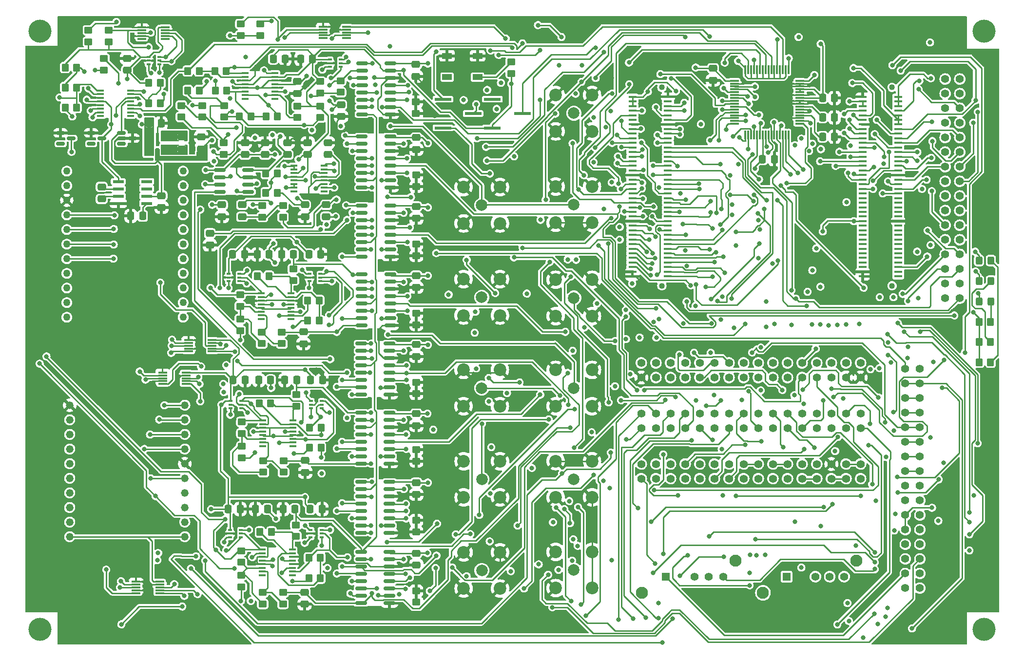
<source format=gtl>
%TF.GenerationSoftware,KiCad,Pcbnew,(6.0.8-1)-1*%
%TF.CreationDate,2022-11-17T19:15:11-05:00*%
%TF.ProjectId,HermEIS,4865726d-4549-4532-9e6b-696361645f70,rev?*%
%TF.SameCoordinates,Original*%
%TF.FileFunction,Copper,L1,Top*%
%TF.FilePolarity,Positive*%
%FSLAX46Y46*%
G04 Gerber Fmt 4.6, Leading zero omitted, Abs format (unit mm)*
G04 Created by KiCad (PCBNEW (6.0.8-1)-1) date 2022-11-17 19:15:11*
%MOMM*%
%LPD*%
G01*
G04 APERTURE LIST*
G04 Aperture macros list*
%AMRoundRect*
0 Rectangle with rounded corners*
0 $1 Rounding radius*
0 $2 $3 $4 $5 $6 $7 $8 $9 X,Y pos of 4 corners*
0 Add a 4 corners polygon primitive as box body*
4,1,4,$2,$3,$4,$5,$6,$7,$8,$9,$2,$3,0*
0 Add four circle primitives for the rounded corners*
1,1,$1+$1,$2,$3*
1,1,$1+$1,$4,$5*
1,1,$1+$1,$6,$7*
1,1,$1+$1,$8,$9*
0 Add four rect primitives between the rounded corners*
20,1,$1+$1,$2,$3,$4,$5,0*
20,1,$1+$1,$4,$5,$6,$7,0*
20,1,$1+$1,$6,$7,$8,$9,0*
20,1,$1+$1,$8,$9,$2,$3,0*%
G04 Aperture macros list end*
%TA.AperFunction,SMDPad,CuDef*%
%ADD10RoundRect,0.150000X-0.825000X-0.150000X0.825000X-0.150000X0.825000X0.150000X-0.825000X0.150000X0*%
%TD*%
%TA.AperFunction,ComponentPad*%
%ADD11C,2.000000*%
%TD*%
%TA.AperFunction,ComponentPad*%
%ADD12C,2.200000*%
%TD*%
%TA.AperFunction,SMDPad,CuDef*%
%ADD13R,0.508000X0.876300*%
%TD*%
%TA.AperFunction,SMDPad,CuDef*%
%ADD14RoundRect,0.250000X-0.350000X-0.450000X0.350000X-0.450000X0.350000X0.450000X-0.350000X0.450000X0*%
%TD*%
%TA.AperFunction,SMDPad,CuDef*%
%ADD15RoundRect,0.250000X0.475000X-0.337500X0.475000X0.337500X-0.475000X0.337500X-0.475000X-0.337500X0*%
%TD*%
%TA.AperFunction,SMDPad,CuDef*%
%ADD16RoundRect,0.250000X-0.337500X-0.475000X0.337500X-0.475000X0.337500X0.475000X-0.337500X0.475000X0*%
%TD*%
%TA.AperFunction,SMDPad,CuDef*%
%ADD17R,1.447800X0.457200*%
%TD*%
%TA.AperFunction,ComponentPad*%
%ADD18C,1.016000*%
%TD*%
%TA.AperFunction,SMDPad,CuDef*%
%ADD19R,0.650000X0.400000*%
%TD*%
%TA.AperFunction,SMDPad,CuDef*%
%ADD20RoundRect,0.250000X-0.475000X0.337500X-0.475000X-0.337500X0.475000X-0.337500X0.475000X0.337500X0*%
%TD*%
%TA.AperFunction,ComponentPad*%
%ADD21C,1.397000*%
%TD*%
%TA.AperFunction,SMDPad,CuDef*%
%ADD22RoundRect,0.250000X0.450000X-0.350000X0.450000X0.350000X-0.450000X0.350000X-0.450000X-0.350000X0*%
%TD*%
%TA.AperFunction,SMDPad,CuDef*%
%ADD23RoundRect,0.250000X0.337500X0.475000X-0.337500X0.475000X-0.337500X-0.475000X0.337500X-0.475000X0*%
%TD*%
%TA.AperFunction,SMDPad,CuDef*%
%ADD24R,1.524000X0.330200*%
%TD*%
%TA.AperFunction,SMDPad,CuDef*%
%ADD25R,2.971800X0.558800*%
%TD*%
%TA.AperFunction,ComponentPad*%
%ADD26C,1.270000*%
%TD*%
%TA.AperFunction,SMDPad,CuDef*%
%ADD27R,1.200000X0.400000*%
%TD*%
%TA.AperFunction,SMDPad,CuDef*%
%ADD28RoundRect,0.250000X-0.450000X0.350000X-0.450000X-0.350000X0.450000X-0.350000X0.450000X0.350000X0*%
%TD*%
%TA.AperFunction,SMDPad,CuDef*%
%ADD29RoundRect,0.250000X0.350000X0.450000X-0.350000X0.450000X-0.350000X-0.450000X0.350000X-0.450000X0*%
%TD*%
%TA.AperFunction,SMDPad,CuDef*%
%ADD30R,1.701800X0.990600*%
%TD*%
%TA.AperFunction,SMDPad,CuDef*%
%ADD31RoundRect,0.150000X-0.587500X-0.150000X0.587500X-0.150000X0.587500X0.150000X-0.587500X0.150000X0*%
%TD*%
%TA.AperFunction,ComponentPad*%
%ADD32C,1.320800*%
%TD*%
%TA.AperFunction,SMDPad,CuDef*%
%ADD33RoundRect,0.250000X-0.325000X-0.450000X0.325000X-0.450000X0.325000X0.450000X-0.325000X0.450000X0*%
%TD*%
%TA.AperFunction,SMDPad,CuDef*%
%ADD34RoundRect,0.075000X-0.700000X-0.075000X0.700000X-0.075000X0.700000X0.075000X-0.700000X0.075000X0*%
%TD*%
%TA.AperFunction,SMDPad,CuDef*%
%ADD35RoundRect,0.075000X-0.075000X-0.700000X0.075000X-0.700000X0.075000X0.700000X-0.075000X0.700000X0*%
%TD*%
%TA.AperFunction,ComponentPad*%
%ADD36R,1.408000X1.408000*%
%TD*%
%TA.AperFunction,ComponentPad*%
%ADD37C,1.408000*%
%TD*%
%TA.AperFunction,ComponentPad*%
%ADD38C,2.100000*%
%TD*%
%TA.AperFunction,SMDPad,CuDef*%
%ADD39R,1.981200X0.533400*%
%TD*%
%TA.AperFunction,ViaPad*%
%ADD40C,0.800000*%
%TD*%
%TA.AperFunction,ViaPad*%
%ADD41C,4.000000*%
%TD*%
%TA.AperFunction,Conductor*%
%ADD42C,0.250000*%
%TD*%
G04 APERTURE END LIST*
D10*
%TO.P,U3,1,CH0*%
%TO.N,/chn2*%
X86145000Y-57230000D03*
%TO.P,U3,2,CH1*%
%TO.N,/chn3*%
X86145000Y-58500000D03*
%TO.P,U3,3,CH2*%
%TO.N,/chn4*%
X86145000Y-59770000D03*
%TO.P,U3,4,CH3*%
%TO.N,/chn5*%
X86145000Y-61040000D03*
%TO.P,U3,5,CH4*%
%TO.N,/chn6*%
X86145000Y-62310000D03*
%TO.P,U3,6,CH5*%
%TO.N,/chn7*%
X86145000Y-63580000D03*
%TO.P,U3,7,CH6*%
%TO.N,/Vref_o*%
X86145000Y-64850000D03*
%TO.P,U3,8,CH7*%
%TO.N,/chn1*%
X86145000Y-66120000D03*
%TO.P,U3,9,DGND*%
%TO.N,GND*%
X91095000Y-66120000D03*
%TO.P,U3,10,~{CS}/SHDN*%
%TO.N,/A_NCS*%
X91095000Y-64850000D03*
%TO.P,U3,11,Din*%
%TO.N,/A_SDI*%
X91095000Y-63580000D03*
%TO.P,U3,12,Dout*%
%TO.N,/A_SDO3*%
X91095000Y-62310000D03*
%TO.P,U3,13,CLK*%
%TO.N,/A_SCK*%
X91095000Y-61040000D03*
%TO.P,U3,14,AGND*%
%TO.N,GND*%
X91095000Y-59770000D03*
%TO.P,U3,15,Vref*%
%TO.N,+3.3V*%
X91095000Y-58500000D03*
%TO.P,U3,16,Vdd*%
%TO.N,+5V*%
X91095000Y-57230000D03*
%TD*%
D11*
%TO.P,J2,1*%
%TO.N,/CE*%
X107000000Y-57200000D03*
D12*
%TO.P,J2,2*%
%TO.N,GND*%
X103850000Y-60350000D03*
X110150000Y-60350000D03*
X110150000Y-54050000D03*
X103850000Y-54050000D03*
%TD*%
D13*
%TO.P,U9,1,VCC*%
%TO.N,+3.3V*%
X49730200Y-47669450D03*
%TO.P,U9,2,VOUT*%
%TO.N,-3V*%
X50670000Y-47669450D03*
%TO.P,U9,3,C+*%
%TO.N,Net-(C9-Pad1)*%
X51609800Y-47669450D03*
%TO.P,U9,4,C-*%
%TO.N,Net-(C9-Pad2)*%
X51609800Y-45040550D03*
%TO.P,U9,5,GND*%
%TO.N,GND*%
X50670000Y-45040550D03*
%TO.P,U9,6,\u002ASHDN*%
%TO.N,+3.3V*%
X49730200Y-45040550D03*
%TD*%
D11*
%TO.P,J7,1*%
%TO.N,/V_ref*%
X107000000Y-73200000D03*
D12*
%TO.P,J7,2*%
%TO.N,GND*%
X103850000Y-76350000D03*
X110150000Y-76350000D03*
X110150000Y-70050000D03*
X103850000Y-70050000D03*
%TD*%
D14*
%TO.P,R46,1*%
%TO.N,nVDD_2*%
X76970000Y-122005000D03*
%TO.P,R46,2*%
%TO.N,Net-(R45-Pad2)*%
X78970000Y-122005000D03*
%TD*%
D15*
%TO.P,C12,1*%
%TO.N,+3.3V*%
X45370000Y-33742500D03*
%TO.P,C12,2*%
%TO.N,GND*%
X45370000Y-31667500D03*
%TD*%
D16*
%TO.P,C15,1*%
%TO.N,+3.3V*%
X63732500Y-65755000D03*
%TO.P,C15,2*%
%TO.N,GND*%
X65807500Y-65755000D03*
%TD*%
D17*
%TO.P,J19,1,1*%
%TO.N,GND*%
X139336100Y-38348050D03*
%TO.P,J19,2,2*%
%TO.N,+3.3V*%
X133163900Y-38348050D03*
%TO.P,J19,3,3*%
%TO.N,unconnected-(J19-Pad3)*%
X139336100Y-39148150D03*
%TO.P,J19,4,4*%
%TO.N,+3.3V*%
X133163900Y-39148150D03*
%TO.P,J19,5,5*%
%TO.N,/JTAG_TCK*%
X139336100Y-39948250D03*
%TO.P,J19,6,6*%
%TO.N,+3.3V*%
X133163900Y-39948250D03*
%TO.P,J19,7,7*%
%TO.N,/JTAG_TMS*%
X139336100Y-40748350D03*
%TO.P,J19,8,8*%
%TO.N,/JTAG_TDO*%
X133163900Y-40748350D03*
%TO.P,J19,9,9*%
%TO.N,/JTAG_TDI*%
X139336100Y-41548450D03*
%TO.P,J19,10,10*%
%TO.N,/F_VREF_1*%
X133163900Y-41548450D03*
%TO.P,J19,11,11*%
%TO.N,/SYS_CLK4*%
X139336100Y-42348550D03*
%TO.P,J19,12,12*%
%TO.N,unconnected-(J19-Pad12)*%
X133163900Y-42348550D03*
%TO.P,J19,13,13*%
%TO.N,GND*%
X139336100Y-43148650D03*
%TO.P,J19,14,14*%
X133163900Y-43148650D03*
%TO.P,J19,15,15*%
%TO.N,/A_NCS*%
X139336100Y-43948750D03*
%TO.P,J19,16,16*%
%TO.N,/A_SCK*%
X133163900Y-43948750D03*
%TO.P,J19,17,17*%
%TO.N,/A_SDI*%
X139336100Y-44748850D03*
%TO.P,J19,18,18*%
%TO.N,/A_SDO1*%
X133163900Y-44748850D03*
%TO.P,J19,19,19*%
%TO.N,/A_SDO2*%
X139336100Y-45548950D03*
%TO.P,J19,20,20*%
%TO.N,/A_SDO3*%
X133163900Y-45548950D03*
%TO.P,J19,21,21*%
%TO.N,/A_SDO4*%
X139336100Y-46349050D03*
%TO.P,J19,22,22*%
%TO.N,/A_SDO5*%
X133163900Y-46349050D03*
%TO.P,J19,23,23*%
%TO.N,/A_SDO6*%
X139336100Y-47149150D03*
%TO.P,J19,24,24*%
%TO.N,/A_SDO7*%
X133163900Y-47149150D03*
%TO.P,J19,25,25*%
%TO.N,/A_SDO8*%
X139336100Y-47949250D03*
%TO.P,J19,26,26*%
%TO.N,/D20*%
X133163900Y-47949250D03*
%TO.P,J19,27,27*%
%TO.N,/D_7*%
X139336100Y-48749350D03*
%TO.P,J19,28,28*%
%TO.N,/D_6*%
X133163900Y-48749350D03*
%TO.P,J19,29,29*%
%TO.N,/D_5*%
X139336100Y-49549450D03*
%TO.P,J19,30,30*%
%TO.N,/D_4*%
X133163900Y-49549450D03*
%TO.P,J19,31,31*%
%TO.N,/D_3*%
X139336100Y-50349550D03*
%TO.P,J19,32,32*%
%TO.N,/D_2*%
X133163900Y-50349550D03*
%TO.P,J19,33,33*%
%TO.N,/D_1*%
X139336100Y-51149650D03*
%TO.P,J19,34,34*%
%TO.N,/D_0*%
X133163900Y-51149650D03*
%TO.P,J19,35,35*%
%TO.N,/+VCCO1*%
X139336100Y-51949750D03*
%TO.P,J19,36,36*%
%TO.N,GND*%
X133163900Y-51949750D03*
%TO.P,J19,37,37*%
%TO.N,/FQ_UD*%
X139336100Y-52749850D03*
%TO.P,J19,38,38*%
%TO.N,/K20*%
X133163900Y-52749850D03*
%TO.P,J19,39,39*%
%TO.N,/FT_NCS*%
X139336100Y-53549950D03*
%TO.P,J19,40,40*%
%TO.N,/FT_SCK*%
X133163900Y-53549950D03*
%TO.P,J19,41,41*%
%TO.N,/FT_SDI*%
X139336100Y-54350050D03*
%TO.P,J19,42,42*%
%TO.N,/FT_SDO*%
X133163900Y-54350050D03*
%TO.P,J19,43,43*%
%TO.N,/Rin_scl*%
X139336100Y-55150150D03*
%TO.P,J19,44,44*%
%TO.N,/Rin_sda*%
X133163900Y-55150150D03*
%TO.P,J19,45,45*%
%TO.N,/P21*%
X139336100Y-55950250D03*
%TO.P,J19,46,46*%
%TO.N,/R20*%
X133163900Y-55950250D03*
%TO.P,J19,47,47*%
%TO.N,/P22*%
X139336100Y-56750350D03*
%TO.P,J19,48,48*%
%TO.N,/DAC1_LDAC*%
X133163900Y-56750350D03*
%TO.P,J19,49,49*%
%TO.N,/DAC1_NCS*%
X139336100Y-57550450D03*
%TO.P,J19,50,50*%
%TO.N,/DAC1_SCK*%
X133163900Y-57550450D03*
%TO.P,J19,51,51*%
%TO.N,/DAC1_SDI*%
X139336100Y-58350550D03*
%TO.P,J19,52,52*%
%TO.N,/N22*%
X133163900Y-58350550D03*
%TO.P,J19,53,53*%
%TO.N,/L20*%
X139336100Y-59150650D03*
%TO.P,J19,54,54*%
%TO.N,/F_RST_I*%
X133163900Y-59150650D03*
%TO.P,J19,55,55*%
%TO.N,/+VCCO1*%
X139336100Y-59950750D03*
%TO.P,J19,56,56*%
%TO.N,GND*%
X133163900Y-59950750D03*
%TO.P,J19,57,57*%
%TO.N,/F_RST_O*%
X139336100Y-60750850D03*
%TO.P,J19,58,58*%
%TO.N,/L19*%
X133163900Y-60750850D03*
%TO.P,J19,59,59*%
%TO.N,/H21*%
X139336100Y-61550950D03*
%TO.P,J19,60,60*%
%TO.N,/K21*%
X133163900Y-61550950D03*
%TO.P,J19,61,61*%
%TO.N,/H22*%
X139336100Y-62351050D03*
%TO.P,J19,62,62*%
%TO.N,/K22*%
X133163900Y-62351050D03*
%TO.P,J19,63,63*%
%TO.N,/F21*%
X139336100Y-63151150D03*
%TO.P,J19,64,64*%
%TO.N,/G20*%
X133163900Y-63151150D03*
%TO.P,J19,65,65*%
%TO.N,/F22*%
X139336100Y-63951250D03*
%TO.P,J19,66,66*%
%TO.N,/G22*%
X133163900Y-63951250D03*
%TO.P,J19,67,67*%
%TO.N,/D21*%
X139336100Y-64751350D03*
%TO.P,J19,68,68*%
%TO.N,/E20*%
X133163900Y-64751350D03*
%TO.P,J19,69,69*%
%TO.N,/D22*%
X139336100Y-65551450D03*
%TO.P,J19,70,70*%
%TO.N,/E22*%
X133163900Y-65551450D03*
%TO.P,J19,71,71*%
%TO.N,/B21*%
X139336100Y-66351550D03*
%TO.P,J19,72,72*%
%TO.N,/C20*%
X133163900Y-66351550D03*
%TO.P,J19,73,73*%
%TO.N,/B22*%
X139336100Y-67151650D03*
%TO.P,J19,74,74*%
%TO.N,/C22*%
X133163900Y-67151650D03*
%TO.P,J19,75,75*%
%TO.N,/A21*%
X139336100Y-67951750D03*
%TO.P,J19,76,76*%
%TO.N,/A20*%
X133163900Y-67951750D03*
%TO.P,J19,77,77*%
%TO.N,/J20*%
X139336100Y-68751850D03*
%TO.P,J19,78,78*%
%TO.N,GND*%
X133163900Y-68751850D03*
%TO.P,J19,79,79*%
%TO.N,/J22*%
X139336100Y-69551950D03*
%TO.P,J19,80,80*%
%TO.N,GND*%
X133163900Y-69551950D03*
D18*
%TO.P,J19,81*%
%TO.N,N/C*%
X138282000Y-36709750D03*
%TO.P,J19,82*%
X138282000Y-71190250D03*
%TD*%
D15*
%TO.P,C9,1*%
%TO.N,Net-(C9-Pad1)*%
X54870000Y-47392500D03*
%TO.P,C9,2*%
%TO.N,Net-(C9-Pad2)*%
X54870000Y-45317500D03*
%TD*%
D19*
%TO.P,U14,1,VDD*%
%TO.N,+3.3V*%
X77070000Y-69105000D03*
%TO.P,U14,2,VSS*%
%TO.N,GND*%
X77070000Y-69755000D03*
%TO.P,U14,3,SCL*%
%TO.N,/P21*%
X77070000Y-70405000D03*
%TO.P,U14,4,SDA*%
%TO.N,/R20*%
X78970000Y-70405000D03*
%TO.P,U14,5,B*%
%TO.N,/chn3_r*%
X78970000Y-69755000D03*
%TO.P,U14,6,W*%
%TO.N,/WE3*%
X78970000Y-69105000D03*
%TD*%
D20*
%TO.P,C46,1*%
%TO.N,/CV_DAC*%
X59770000Y-62077500D03*
%TO.P,C46,2*%
%TO.N,GND*%
X59770000Y-64152500D03*
%TD*%
D21*
%TO.P,J18,A1,A1*%
%TO.N,/C22*%
X190032800Y-73355000D03*
%TO.P,J18,A2,A2*%
%TO.N,/A21*%
X190032800Y-70815000D03*
%TO.P,J18,A3,A3*%
%TO.N,/A20*%
X190032800Y-68275000D03*
%TO.P,J18,A4,A4*%
%TO.N,/J20*%
X190032800Y-65735000D03*
%TO.P,J18,A5,A5*%
%TO.N,/J22*%
X190032800Y-63195000D03*
%TO.P,J18,A6,A6*%
%TO.N,/W20*%
X190032800Y-60655000D03*
%TO.P,J18,A7,A7*%
%TO.N,/T19*%
X190032800Y-58115000D03*
%TO.P,J18,A8,A8*%
%TO.N,/W22*%
X190032800Y-55575000D03*
%TO.P,J18,A9,A9*%
%TO.N,/T20*%
X190032800Y-53035000D03*
%TO.P,J18,A10,A10*%
%TO.N,/U19*%
X190032800Y-50495000D03*
%TO.P,J18,A11,A11*%
%TO.N,/P17*%
X190032800Y-47955000D03*
%TO.P,J18,A12,A12*%
%TO.N,/V20*%
X190032800Y-45415000D03*
%TO.P,J18,A13,A13*%
%TO.N,/N16*%
X190032800Y-42875000D03*
%TO.P,J18,A14,A14*%
%TO.N,/C5*%
X190032800Y-40335000D03*
%TO.P,J18,A15,A15*%
%TO.N,/M17*%
X190032800Y-37795000D03*
%TO.P,J18,A16,A16*%
%TO.N,/A5*%
X190032800Y-35255000D03*
%TO.P,J18,B1,B1*%
%TO.N,/M18*%
X187492800Y-73355000D03*
%TO.P,J18,B2,B2*%
%TO.N,/D14*%
X187492800Y-70815000D03*
%TO.P,J18,B3,B3*%
%TO.N,/P18*%
X187492800Y-68275000D03*
%TO.P,J18,B4,B4*%
%TO.N,/C14*%
X187492800Y-65735000D03*
%TO.P,J18,B5,B5*%
%TO.N,/R19*%
X187492800Y-63195000D03*
%TO.P,J18,B6,B6*%
%TO.N,/E16*%
X187492800Y-60655000D03*
%TO.P,J18,B7,B7*%
%TO.N,/D9*%
X187492800Y-58115000D03*
%TO.P,J18,B8,B8*%
%TO.N,/D17*%
X187492800Y-55575000D03*
%TO.P,J18,B9,B9*%
%TO.N,/C8*%
X187492800Y-53035000D03*
%TO.P,J18,B10,B10*%
%TO.N,/D7*%
X187492800Y-50495000D03*
%TO.P,J18,B11,B11*%
%TO.N,/D10*%
X187492800Y-47955000D03*
%TO.P,J18,B12,B12*%
%TO.N,/D8*%
X187492800Y-45415000D03*
%TO.P,J18,B13,B13*%
%TO.N,/C10*%
X187492800Y-42875000D03*
%TO.P,J18,B14,B14*%
%TO.N,/L17*%
X187492800Y-40335000D03*
%TO.P,J18,B15,B15*%
%TO.N,/D11*%
X187492800Y-37795000D03*
%TO.P,J18,B16,B16*%
%TO.N,/K18*%
X187492800Y-35255000D03*
%TD*%
D22*
%TO.P,R3,1*%
%TO.N,GND*%
X95620000Y-53955000D03*
%TO.P,R3,2*%
X95620000Y-51955000D03*
%TD*%
D14*
%TO.P,R30,1*%
%TO.N,Net-(R28-Pad2)*%
X68320000Y-91605000D03*
%TO.P,R30,2*%
%TO.N,Net-(R30-Pad2)*%
X70320000Y-91605000D03*
%TD*%
D15*
%TO.P,C34,1*%
%TO.N,/F_EIS_DDS*%
X73270000Y-48392500D03*
%TO.P,C34,2*%
%TO.N,GND*%
X73270000Y-46317500D03*
%TD*%
D23*
%TO.P,C30,1*%
%TO.N,-3V*%
X69757500Y-110005000D03*
%TO.P,C30,2*%
%TO.N,GND*%
X67682500Y-110005000D03*
%TD*%
D24*
%TO.P,U31,1,HVC/A0*%
%TO.N,GND*%
X46955300Y-122614999D03*
%TO.P,U31,2,SCL*%
%TO.N,/P21*%
X46955300Y-123115001D03*
%TO.P,U31,3,SDA*%
%TO.N,/R20*%
X46955300Y-123615000D03*
%TO.P,U31,4,VSS*%
%TO.N,GND*%
X46955300Y-124114999D03*
%TO.P,U31,5,P1B*%
%TO.N,/chn7_r*%
X46955300Y-124615001D03*
%TO.P,U31,6,P1W*%
%TO.N,/WE7*%
X51044700Y-124615001D03*
%TO.P,U31,7,P0W*%
%TO.N,/WE6*%
X51044700Y-124114999D03*
%TO.P,U31,8,P0B*%
%TO.N,/chn6_r*%
X51044700Y-123615000D03*
%TO.P,U31,9,A1*%
%TO.N,GND*%
X51044700Y-123115001D03*
%TO.P,U31,10,VDD*%
%TO.N,+3.3V*%
X51044700Y-122614999D03*
%TD*%
D22*
%TO.P,R18,1*%
%TO.N,Net-(R16-Pad2)*%
X68770000Y-81255000D03*
%TO.P,R18,2*%
%TO.N,Net-(R18-Pad2)*%
X68770000Y-79255000D03*
%TD*%
D16*
%TO.P,C28,1*%
%TO.N,+3.3V*%
X77182500Y-110005000D03*
%TO.P,C28,2*%
%TO.N,GND*%
X79257500Y-110005000D03*
%TD*%
D21*
%TO.P,J17,A1,A1*%
%TO.N,/Vref_o*%
X183112800Y-123745000D03*
%TO.P,J17,A2,A2*%
%TO.N,/chn1*%
X183112800Y-121205000D03*
%TO.P,J17,A3,A3*%
%TO.N,/chn2*%
X183112800Y-118665000D03*
%TO.P,J17,A4,A4*%
%TO.N,/chn3*%
X183112800Y-116125000D03*
%TO.P,J17,A5,A5*%
%TO.N,/chn4*%
X183112800Y-113585000D03*
%TO.P,J17,A6,A6*%
%TO.N,/chn5*%
X183112800Y-111045000D03*
%TO.P,J17,A7,A7*%
%TO.N,/chn6*%
X183112800Y-108505000D03*
%TO.P,J17,A8,A8*%
%TO.N,/chn7*%
X183112800Y-105965000D03*
%TO.P,J17,A9,A9*%
%TO.N,/WE1*%
X183112800Y-103425000D03*
%TO.P,J17,A10,A10*%
%TO.N,/WE2*%
X183112800Y-100885000D03*
%TO.P,J17,A11,A11*%
%TO.N,/WE3*%
X183112800Y-98345000D03*
%TO.P,J17,A12,A12*%
%TO.N,/WE4*%
X183112800Y-95805000D03*
%TO.P,J17,A13,A13*%
%TO.N,/WE5*%
X183112800Y-93265000D03*
%TO.P,J17,A14,A14*%
%TO.N,/WE6*%
X183112800Y-90725000D03*
%TO.P,J17,A15,A15*%
%TO.N,/WE7*%
X183112800Y-88185000D03*
%TO.P,J17,A16,A16*%
%TO.N,/F_EIS_DDS*%
X183112800Y-85645000D03*
%TO.P,J17,B1,B1*%
%TO.N,/CV_S2*%
X180572800Y-123745000D03*
%TO.P,J17,B2,B2*%
%TO.N,/EIS_S3*%
X180572800Y-121205000D03*
%TO.P,J17,B3,B3*%
%TO.N,/SIN_2*%
X180572800Y-118665000D03*
%TO.P,J17,B4,B4*%
%TO.N,/SIN_1*%
X180572800Y-116125000D03*
%TO.P,J17,B5,B5*%
%TO.N,/V_ref*%
X180572800Y-113585000D03*
%TO.P,J17,B6,B6*%
X180572800Y-111045000D03*
%TO.P,J17,B7,B7*%
%TO.N,/CE*%
X180572800Y-108505000D03*
%TO.P,J17,B8,B8*%
X180572800Y-105965000D03*
%TO.P,J17,B9,B9*%
%TO.N,/WE1*%
X180572800Y-103425000D03*
%TO.P,J17,B10,B10*%
%TO.N,/WE2*%
X180572800Y-100885000D03*
%TO.P,J17,B11,B11*%
%TO.N,/WE3*%
X180572800Y-98345000D03*
%TO.P,J17,B12,B12*%
%TO.N,/WE4*%
X180572800Y-95805000D03*
%TO.P,J17,B13,B13*%
%TO.N,/WE5*%
X180572800Y-93265000D03*
%TO.P,J17,B14,B14*%
%TO.N,/WE6*%
X180572800Y-90725000D03*
%TO.P,J17,B15,B15*%
%TO.N,/WE7*%
X180572800Y-88185000D03*
%TO.P,J17,B16,B16*%
%TO.N,/CV_DAC*%
X180572800Y-85645000D03*
%TD*%
D22*
%TO.P,R25,1*%
%TO.N,nVDD_2*%
X65320000Y-101105000D03*
%TO.P,R25,2*%
%TO.N,Net-(R24-Pad2)*%
X65320000Y-99105000D03*
%TD*%
D25*
%TO.P,SW2,1,A*%
%TO.N,/Ref_generator/B_in*%
X100253800Y-38755000D03*
%TO.P,SW2,2,B*%
%TO.N,Net-(SW2-Pad2)*%
X105486200Y-41255000D03*
%TO.P,SW2,3,C*%
%TO.N,/CV_ref*%
X100253800Y-43755000D03*
%TD*%
D16*
%TO.P,C20,1*%
%TO.N,+3.3V*%
X63820000Y-87605000D03*
%TO.P,C20,2*%
%TO.N,GND*%
X65895000Y-87605000D03*
%TD*%
D22*
%TO.P,R9,1*%
%TO.N,GND*%
X95620000Y-126205000D03*
%TO.P,R9,2*%
X95620000Y-124205000D03*
%TD*%
D26*
%TO.P,J16,1,1*%
%TO.N,unconnected-(J16-Pad1)*%
X55115700Y-51255000D03*
%TO.P,J16,2,2*%
%TO.N,unconnected-(J16-Pad2)*%
X55115700Y-53795000D03*
%TO.P,J16,3,3*%
%TO.N,unconnected-(J16-Pad3)*%
X55115700Y-56335000D03*
%TO.P,J16,4,4*%
%TO.N,unconnected-(J16-Pad4)*%
X55115700Y-58875000D03*
%TO.P,J16,5,5*%
%TO.N,unconnected-(J16-Pad5)*%
X55115700Y-61415000D03*
%TO.P,J16,6,6*%
%TO.N,unconnected-(J16-Pad6)*%
X55115700Y-63955000D03*
%TO.P,J16,7,7*%
%TO.N,unconnected-(J16-Pad7)*%
X55115700Y-66495000D03*
%TO.P,J16,8,8*%
%TO.N,unconnected-(J16-Pad8)*%
X55115700Y-69035000D03*
%TO.P,J16,9,9*%
%TO.N,unconnected-(J16-Pad9)*%
X55115700Y-71575000D03*
%TO.P,J16,10,10*%
%TO.N,unconnected-(J16-Pad10)*%
X55115700Y-74115000D03*
%TO.P,J16,11,11*%
%TO.N,unconnected-(J16-Pad11)*%
X55115700Y-76655000D03*
%TD*%
D14*
%TO.P,R34,1*%
%TO.N,/Vref_r*%
X60720000Y-37255000D03*
%TO.P,R34,2*%
%TO.N,Net-(R34-Pad2)*%
X62720000Y-37255000D03*
%TD*%
D27*
%TO.P,U21,1*%
%TO.N,/chn6_r*%
X68870000Y-117032500D03*
%TO.P,U21,2,-*%
%TO.N,/WE6*%
X68870000Y-117667500D03*
%TO.P,U21,3,+*%
%TO.N,GND*%
X68870000Y-118302500D03*
%TO.P,U21,4,V+*%
%TO.N,+3.3V*%
X68870000Y-118937500D03*
%TO.P,U21,5,+*%
%TO.N,GND*%
X68870000Y-119572500D03*
%TO.P,U21,6,-*%
%TO.N,Net-(R41-Pad2)*%
X68870000Y-120207500D03*
%TO.P,U21,7*%
%TO.N,Net-(R43-Pad2)*%
X68870000Y-120842500D03*
%TO.P,U21,8,NC*%
%TO.N,unconnected-(U21-Pad8)*%
X68870000Y-121477500D03*
%TO.P,U21,9,NC*%
%TO.N,unconnected-(U21-Pad9)*%
X74070000Y-121477500D03*
%TO.P,U21,10*%
%TO.N,/chn7_r*%
X74070000Y-120842500D03*
%TO.P,U21,11,-*%
%TO.N,/WE7*%
X74070000Y-120207500D03*
%TO.P,U21,12,+*%
%TO.N,GND*%
X74070000Y-119572500D03*
%TO.P,U21,13,V-*%
%TO.N,-3V*%
X74070000Y-118937500D03*
%TO.P,U21,14,+*%
%TO.N,GND*%
X74070000Y-118302500D03*
%TO.P,U21,15,-*%
%TO.N,Net-(R45-Pad2)*%
X74070000Y-117667500D03*
%TO.P,U21,16*%
%TO.N,Net-(R47-Pad2)*%
X74070000Y-117032500D03*
%TD*%
D22*
%TO.P,R53,1*%
%TO.N,Net-(R53-Pad1)*%
X62170000Y-48355000D03*
%TO.P,R53,2*%
%TO.N,Net-(R53-Pad2)*%
X62170000Y-46355000D03*
%TD*%
D17*
%TO.P,J20,1,1*%
%TO.N,+5V*%
X179336100Y-38348050D03*
%TO.P,J20,2,2*%
%TO.N,GND*%
X173163900Y-38348050D03*
%TO.P,J20,3,3*%
%TO.N,+5V*%
X179336100Y-39148150D03*
%TO.P,J20,4,4*%
%TO.N,/+1.2V*%
X173163900Y-39148150D03*
%TO.P,J20,5,5*%
%TO.N,+5V*%
X179336100Y-39948250D03*
%TO.P,J20,6,6*%
%TO.N,/+1.2V*%
X173163900Y-39948250D03*
%TO.P,J20,7,7*%
%TO.N,/+1.8V*%
X179336100Y-40748350D03*
%TO.P,J20,8,8*%
%TO.N,/SYS_CLK5*%
X173163900Y-40748350D03*
%TO.P,J20,9,9*%
%TO.N,+3.3V*%
X179336100Y-41548450D03*
%TO.P,J20,10,10*%
%TO.N,/USB_SCL*%
X173163900Y-41548450D03*
%TO.P,J20,11,11*%
%TO.N,+3.3V*%
X179336100Y-42348550D03*
%TO.P,J20,12,12*%
%TO.N,/USB_SDA*%
X173163900Y-42348550D03*
%TO.P,J20,13,13*%
%TO.N,+3.3V*%
X179336100Y-43148650D03*
%TO.P,J20,14,14*%
%TO.N,GND*%
X173163900Y-43148650D03*
%TO.P,J20,15,15*%
%TO.N,/W20*%
X179336100Y-43948750D03*
%TO.P,J20,16,16*%
%TO.N,/T19*%
X173163900Y-43948750D03*
%TO.P,J20,17,17*%
%TO.N,/W22*%
X179336100Y-44748850D03*
%TO.P,J20,18,18*%
%TO.N,/T20*%
X173163900Y-44748850D03*
%TO.P,J20,19,19*%
%TO.N,/U19*%
X179336100Y-45548950D03*
%TO.P,J20,20,20*%
%TO.N,/P17*%
X173163900Y-45548950D03*
%TO.P,J20,21,21*%
%TO.N,/V20*%
X179336100Y-46349050D03*
%TO.P,J20,22,22*%
%TO.N,/N16*%
X173163900Y-46349050D03*
%TO.P,J20,23,23*%
%TO.N,/C5*%
X179336100Y-47149150D03*
%TO.P,J20,24,24*%
%TO.N,/M17*%
X173163900Y-47149150D03*
%TO.P,J20,25,25*%
%TO.N,/A5*%
X179336100Y-47949250D03*
%TO.P,J20,26,26*%
%TO.N,/M18*%
X173163900Y-47949250D03*
%TO.P,J20,27,27*%
%TO.N,/D14*%
X179336100Y-48749350D03*
%TO.P,J20,28,28*%
%TO.N,/P18*%
X173163900Y-48749350D03*
%TO.P,J20,29,29*%
%TO.N,/C14*%
X179336100Y-49549450D03*
%TO.P,J20,30,30*%
%TO.N,/R19*%
X173163900Y-49549450D03*
%TO.P,J20,31,31*%
%TO.N,/E16*%
X179336100Y-50349550D03*
%TO.P,J20,32,32*%
%TO.N,/D9*%
X173163900Y-50349550D03*
%TO.P,J20,33,33*%
%TO.N,/D17*%
X179336100Y-51149650D03*
%TO.P,J20,34,34*%
%TO.N,/C8*%
X173163900Y-51149650D03*
%TO.P,J20,35,35*%
%TO.N,GND*%
X179336100Y-51949750D03*
%TO.P,J20,36,36*%
%TO.N,/+VCCO0*%
X173163900Y-51949750D03*
%TO.P,J20,37,37*%
%TO.N,/D7*%
X179336100Y-52749850D03*
%TO.P,J20,38,38*%
%TO.N,/D10*%
X173163900Y-52749850D03*
%TO.P,J20,39,39*%
%TO.N,/D8*%
X179336100Y-53549950D03*
%TO.P,J20,40,40*%
%TO.N,/C10*%
X173163900Y-53549950D03*
%TO.P,J20,41,41*%
%TO.N,/L17*%
X179336100Y-54350050D03*
%TO.P,J20,42,42*%
%TO.N,/D11*%
X173163900Y-54350050D03*
%TO.P,J20,43,43*%
%TO.N,/K18*%
X179336100Y-55150150D03*
%TO.P,J20,44,44*%
%TO.N,/C12*%
X173163900Y-55150150D03*
%TO.P,J20,45,45*%
%TO.N,/D6*%
X179336100Y-55950250D03*
%TO.P,J20,46,46*%
%TO.N,/D15*%
X173163900Y-55950250D03*
%TO.P,J20,47,47*%
%TO.N,/C6*%
X179336100Y-56750350D03*
%TO.P,J20,48,48*%
%TO.N,/C16*%
X173163900Y-56750350D03*
%TO.P,J20,49,49*%
%TO.N,/A3*%
X179336100Y-57550450D03*
%TO.P,J20,50,50*%
%TO.N,/B6*%
X173163900Y-57550450D03*
%TO.P,J20,51,51*%
%TO.N,/A4*%
X179336100Y-58350550D03*
%TO.P,J20,52,52*%
%TO.N,/A6*%
X173163900Y-58350550D03*
%TO.P,J20,53,53*%
%TO.N,/B8*%
X179336100Y-59150650D03*
%TO.P,J20,54,54*%
%TO.N,/C7*%
X173163900Y-59150650D03*
%TO.P,J20,55,55*%
%TO.N,GND*%
X179336100Y-59950750D03*
%TO.P,J20,56,56*%
%TO.N,/+VCCO0*%
X173163900Y-59950750D03*
%TO.P,J20,57,57*%
%TO.N,/A8*%
X179336100Y-60750850D03*
%TO.P,J20,58,58*%
%TO.N,/A7*%
X173163900Y-60750850D03*
%TO.P,J20,59,59*%
%TO.N,/B10*%
X179336100Y-61550950D03*
%TO.P,J20,60,60*%
%TO.N,/C9*%
X173163900Y-61550950D03*
%TO.P,J20,61,61*%
%TO.N,/A10*%
X179336100Y-62351050D03*
%TO.P,J20,62,62*%
%TO.N,/A9*%
X173163900Y-62351050D03*
%TO.P,J20,63,63*%
%TO.N,/C13*%
X179336100Y-63151150D03*
%TO.P,J20,64,64*%
%TO.N,/B12*%
X173163900Y-63151150D03*
%TO.P,J20,65,65*%
%TO.N,/A13*%
X179336100Y-63951250D03*
%TO.P,J20,66,66*%
%TO.N,/A12*%
X173163900Y-63951250D03*
%TO.P,J20,67,67*%
%TO.N,/C15*%
X179336100Y-64751350D03*
%TO.P,J20,68,68*%
%TO.N,/B14*%
X173163900Y-64751350D03*
%TO.P,J20,69,69*%
%TO.N,/A15*%
X179336100Y-65551450D03*
%TO.P,J20,70,70*%
%TO.N,/A14*%
X173163900Y-65551450D03*
%TO.P,J20,71,71*%
%TO.N,/C17*%
X179336100Y-66351550D03*
%TO.P,J20,72,72*%
%TO.N,/B16*%
X173163900Y-66351550D03*
%TO.P,J20,73,73*%
%TO.N,/A17*%
X179336100Y-67151650D03*
%TO.P,J20,74,74*%
%TO.N,/A16*%
X173163900Y-67151650D03*
%TO.P,J20,75,75*%
%TO.N,/A18*%
X179336100Y-67951750D03*
%TO.P,J20,76,76*%
%TO.N,/B18*%
X173163900Y-67951750D03*
%TO.P,J20,77,77*%
%TO.N,/C11*%
X179336100Y-68751850D03*
%TO.P,J20,78,78*%
%TO.N,GND*%
X173163900Y-68751850D03*
%TO.P,J20,79,79*%
%TO.N,/A11*%
X179336100Y-69551950D03*
%TO.P,J20,80,80*%
%TO.N,GND*%
X173163900Y-69551950D03*
D18*
%TO.P,J20,81*%
%TO.N,N/C*%
X178282000Y-36709750D03*
%TO.P,J20,82*%
X178282000Y-71190250D03*
%TD*%
D10*
%TO.P,U5,1,CH0*%
%TO.N,/chn4*%
X86015000Y-81230000D03*
%TO.P,U5,2,CH1*%
%TO.N,/chn5*%
X86015000Y-82500000D03*
%TO.P,U5,3,CH2*%
%TO.N,/chn6*%
X86015000Y-83770000D03*
%TO.P,U5,4,CH3*%
%TO.N,/chn7*%
X86015000Y-85040000D03*
%TO.P,U5,5,CH4*%
%TO.N,/Vref_o*%
X86015000Y-86310000D03*
%TO.P,U5,6,CH5*%
%TO.N,/chn1*%
X86015000Y-87580000D03*
%TO.P,U5,7,CH6*%
%TO.N,/chn2*%
X86015000Y-88850000D03*
%TO.P,U5,8,CH7*%
%TO.N,/chn3*%
X86015000Y-90120000D03*
%TO.P,U5,9,DGND*%
%TO.N,GND*%
X90965000Y-90120000D03*
%TO.P,U5,10,~{CS}/SHDN*%
%TO.N,/A_NCS*%
X90965000Y-88850000D03*
%TO.P,U5,11,Din*%
%TO.N,/A_SDI*%
X90965000Y-87580000D03*
%TO.P,U5,12,Dout*%
%TO.N,/A_SDO5*%
X90965000Y-86310000D03*
%TO.P,U5,13,CLK*%
%TO.N,/A_SCK*%
X90965000Y-85040000D03*
%TO.P,U5,14,AGND*%
%TO.N,GND*%
X90965000Y-83770000D03*
%TO.P,U5,15,Vref*%
%TO.N,+3.3V*%
X90965000Y-82500000D03*
%TO.P,U5,16,Vdd*%
%TO.N,+5V*%
X90965000Y-81230000D03*
%TD*%
D22*
%TO.P,R56,1*%
%TO.N,nVDD_2*%
X62220000Y-41855000D03*
%TO.P,R56,2*%
%TO.N,Net-(R53-Pad1)*%
X62220000Y-39855000D03*
%TD*%
D14*
%TO.P,R33,1*%
%TO.N,Net-(R32-Pad2)*%
X60620000Y-33855000D03*
%TO.P,R33,2*%
%TO.N,/Vref_r*%
X62620000Y-33855000D03*
%TD*%
D22*
%TO.P,R23,1*%
%TO.N,Net-(R22-Pad2)*%
X74270000Y-70255000D03*
%TO.P,R23,2*%
%TO.N,/chn3*%
X74270000Y-68255000D03*
%TD*%
D14*
%TO.P,R12,1*%
%TO.N,Net-(R10-Pad2)*%
X49170000Y-39455000D03*
%TO.P,R12,2*%
%TO.N,nVDD_2*%
X51170000Y-39455000D03*
%TD*%
D11*
%TO.P,J6,1*%
%TO.N,/CV_S1*%
X123000000Y-41200000D03*
D12*
%TO.P,J6,2*%
%TO.N,GND*%
X126150000Y-44350000D03*
X126150000Y-38050000D03*
X119850000Y-44350000D03*
X119850000Y-38050000D03*
%TD*%
D27*
%TO.P,U10,1*%
%TO.N,-0v5*%
X40770000Y-37232500D03*
%TO.P,U10,2,-*%
%TO.N,Net-(R11-Pad2)*%
X40770000Y-37867500D03*
%TO.P,U10,3,+*%
%TO.N,GND*%
X40770000Y-38502500D03*
%TO.P,U10,4,V+*%
%TO.N,+3.3V*%
X40770000Y-39137500D03*
%TO.P,U10,5,+*%
%TO.N,GND*%
X40770000Y-39772500D03*
%TO.P,U10,6,-*%
%TO.N,/Ref_generator/W_in*%
X40770000Y-40407500D03*
%TO.P,U10,7*%
%TO.N,/Ref_generator/B_in*%
X40770000Y-41042500D03*
%TO.P,U10,8,NC*%
%TO.N,unconnected-(U10-Pad8)*%
X40770000Y-41677500D03*
%TO.P,U10,9,NC*%
%TO.N,unconnected-(U10-Pad9)*%
X45970000Y-41677500D03*
%TO.P,U10,10*%
%TO.N,/CE*%
X45970000Y-41042500D03*
%TO.P,U10,11,-*%
%TO.N,/V_ref*%
X45970000Y-40407500D03*
%TO.P,U10,12,+*%
%TO.N,Net-(SW2-Pad2)*%
X45970000Y-39772500D03*
%TO.P,U10,13,V-*%
%TO.N,-3V*%
X45970000Y-39137500D03*
%TO.P,U10,14,+*%
%TO.N,GND*%
X45970000Y-38502500D03*
%TO.P,U10,15,-*%
%TO.N,Net-(R10-Pad2)*%
X45970000Y-37867500D03*
%TO.P,U10,16*%
%TO.N,nVDD_2*%
X45970000Y-37232500D03*
%TD*%
D28*
%TO.P,R16,1*%
%TO.N,/chn2_r*%
X65020000Y-72755000D03*
%TO.P,R16,2*%
%TO.N,Net-(R16-Pad2)*%
X65020000Y-74755000D03*
%TD*%
D22*
%TO.P,R17,1*%
%TO.N,nVDD_2*%
X65020000Y-79005000D03*
%TO.P,R17,2*%
%TO.N,Net-(R16-Pad2)*%
X65020000Y-77005000D03*
%TD*%
D14*
%TO.P,R47,1*%
%TO.N,Net-(R45-Pad2)*%
X68470000Y-114005000D03*
%TO.P,R47,2*%
%TO.N,Net-(R47-Pad2)*%
X70470000Y-114005000D03*
%TD*%
D28*
%TO.P,R24,1*%
%TO.N,/chn4_r*%
X65320000Y-94855000D03*
%TO.P,R24,2*%
%TO.N,Net-(R24-Pad2)*%
X65320000Y-96855000D03*
%TD*%
D23*
%TO.P,C48,1*%
%TO.N,Net-(C48-Pad1)*%
X48107500Y-59055000D03*
%TO.P,C48,2*%
%TO.N,GND*%
X46032500Y-59055000D03*
%TD*%
D20*
%TO.P,C13,1*%
%TO.N,/chn2*%
X76020000Y-79217500D03*
%TO.P,C13,2*%
%TO.N,GND*%
X76020000Y-81292500D03*
%TD*%
D14*
%TO.P,R28,1*%
%TO.N,/chn5_r*%
X77070000Y-95855000D03*
%TO.P,R28,2*%
%TO.N,Net-(R28-Pad2)*%
X79070000Y-95855000D03*
%TD*%
%TO.P,R20,1*%
%TO.N,/chn3_r*%
X76770000Y-73755000D03*
%TO.P,R20,2*%
%TO.N,Net-(R20-Pad2)*%
X78770000Y-73755000D03*
%TD*%
D20*
%TO.P,C25,1*%
%TO.N,-3V*%
X74970000Y-35667500D03*
%TO.P,C25,2*%
%TO.N,GND*%
X74970000Y-37742500D03*
%TD*%
D22*
%TO.P,R49,1*%
%TO.N,Net-(C39-Pad2)*%
X72470000Y-59255000D03*
%TO.P,R49,2*%
%TO.N,Net-(C38-Pad1)*%
X72470000Y-57255000D03*
%TD*%
D29*
%TO.P,R60,1*%
%TO.N,Net-(D4-Pad2)*%
X195390000Y-77496000D03*
%TO.P,R60,2*%
%TO.N,+3.3V*%
X193390000Y-77496000D03*
%TD*%
D21*
%TO.P,J21,A1,A1*%
%TO.N,/A_NCS*%
X134710000Y-95926133D03*
%TO.P,J21,A2,A2*%
%TO.N,/A_SCK*%
X137250000Y-95926133D03*
%TO.P,J21,A3,A3*%
%TO.N,/A_SDI*%
X139790000Y-95926133D03*
%TO.P,J21,A4,A4*%
%TO.N,/A_SDO1*%
X142330000Y-95926133D03*
%TO.P,J21,A5,A5*%
%TO.N,/A_SDO2*%
X144870000Y-95926133D03*
%TO.P,J21,A6,A6*%
%TO.N,/A_SDO3*%
X147410000Y-95926133D03*
%TO.P,J21,A7,A7*%
%TO.N,/A_SDO4*%
X149950000Y-95926133D03*
%TO.P,J21,A8,A8*%
%TO.N,/A_SDO5*%
X152490000Y-95926133D03*
%TO.P,J21,A9,A9*%
%TO.N,/A_SDO6*%
X155030000Y-95926133D03*
%TO.P,J21,A10,A10*%
%TO.N,/A_SDO7*%
X157570000Y-95926133D03*
%TO.P,J21,A11,A11*%
%TO.N,/A_SDO8*%
X160110000Y-95926133D03*
%TO.P,J21,A12,A12*%
%TO.N,/D20*%
X162650000Y-95926133D03*
%TO.P,J21,A13,A13*%
%TO.N,/D_7*%
X165190000Y-95926133D03*
%TO.P,J21,A14,A14*%
%TO.N,/D_6*%
X167730000Y-95926133D03*
%TO.P,J21,A15,A15*%
%TO.N,/D_5*%
X170270000Y-95926133D03*
%TO.P,J21,A16,A16*%
%TO.N,/D_4*%
X172810000Y-95926133D03*
%TO.P,J21,B1,B1*%
%TO.N,/D_3*%
X134710000Y-93386133D03*
%TO.P,J21,B2,B2*%
%TO.N,/D_2*%
X137250000Y-93386133D03*
%TO.P,J21,B3,B3*%
%TO.N,/D_1*%
X139790000Y-93386133D03*
%TO.P,J21,B4,B4*%
%TO.N,/D_0*%
X142330000Y-93386133D03*
%TO.P,J21,B5,B5*%
%TO.N,/FQ_UD*%
X144870000Y-93386133D03*
%TO.P,J21,B6,B6*%
%TO.N,/K20*%
X147410000Y-93386133D03*
%TO.P,J21,B7,B7*%
%TO.N,/FT_NCS*%
X149950000Y-93386133D03*
%TO.P,J21,B8,B8*%
%TO.N,/FT_SCK*%
X152490000Y-93386133D03*
%TO.P,J21,B9,B9*%
%TO.N,/FT_SDI*%
X155030000Y-93386133D03*
%TO.P,J21,B10,B10*%
%TO.N,/FT_SDO*%
X157570000Y-93386133D03*
%TO.P,J21,B11,B11*%
%TO.N,/Rin_scl*%
X160110000Y-93386133D03*
%TO.P,J21,B12,B12*%
%TO.N,/Rin_sda*%
X162650000Y-93386133D03*
%TO.P,J21,B13,B13*%
%TO.N,/P21*%
X165190000Y-93386133D03*
%TO.P,J21,B14,B14*%
%TO.N,/R20*%
X167730000Y-93386133D03*
%TO.P,J21,B15,B15*%
%TO.N,/P22*%
X170270000Y-93386133D03*
%TO.P,J21,B16,B16*%
%TO.N,/DAC1_LDAC*%
X172810000Y-93386133D03*
%TD*%
D23*
%TO.P,C17,1*%
%TO.N,/chn3*%
X74307500Y-65755000D03*
%TO.P,C17,2*%
%TO.N,GND*%
X72232500Y-65755000D03*
%TD*%
D15*
%TO.P,C42,1*%
%TO.N,+3.3V*%
X76770000Y-48392500D03*
%TO.P,C42,2*%
%TO.N,GND*%
X76770000Y-46317500D03*
%TD*%
D14*
%TO.P,R52,1*%
%TO.N,Net-(C39-Pad1)*%
X69470000Y-55055000D03*
%TO.P,R52,2*%
%TO.N,Net-(C41-Pad1)*%
X71470000Y-55055000D03*
%TD*%
D20*
%TO.P,C4,1*%
%TO.N,+5V*%
X95620000Y-93417500D03*
%TO.P,C4,2*%
%TO.N,GND*%
X95620000Y-95492500D03*
%TD*%
D22*
%TO.P,R6,1*%
%TO.N,GND*%
X95620000Y-65955000D03*
%TO.P,R6,2*%
X95620000Y-63955000D03*
%TD*%
%TO.P,R42,1*%
%TO.N,nVDD_2*%
X65220000Y-123505000D03*
%TO.P,R42,2*%
%TO.N,Net-(R41-Pad2)*%
X65220000Y-121505000D03*
%TD*%
D20*
%TO.P,C3,1*%
%TO.N,+5V*%
X95620000Y-45417500D03*
%TO.P,C3,2*%
%TO.N,GND*%
X95620000Y-47492500D03*
%TD*%
%TO.P,C8,1*%
%TO.N,+5V*%
X95620000Y-105417500D03*
%TO.P,C8,2*%
%TO.N,GND*%
X95620000Y-107492500D03*
%TD*%
D30*
%TO.P,SW1,1,1*%
%TO.N,Net-(R5-Pad2)*%
X106261600Y-34924999D03*
%TO.P,SW1,2,2*%
%TO.N,V_rst*%
X100978400Y-34924999D03*
%TO.P,SW1,3,3*%
%TO.N,GND*%
X106261600Y-31225001D03*
%TO.P,SW1,4,4*%
X100978400Y-31225001D03*
%TD*%
D14*
%TO.P,R10,1*%
%TO.N,+3.3V*%
X49170000Y-35955000D03*
%TO.P,R10,2*%
%TO.N,Net-(R10-Pad2)*%
X51170000Y-35955000D03*
%TD*%
%TO.P,R35,1*%
%TO.N,nVDD_2*%
X64920000Y-41755000D03*
%TO.P,R35,2*%
%TO.N,Net-(R34-Pad2)*%
X66920000Y-41755000D03*
%TD*%
D19*
%TO.P,U12,1,VDD*%
%TO.N,+3.3V*%
X63020000Y-69105000D03*
%TO.P,U12,2,VSS*%
%TO.N,GND*%
X63020000Y-69755000D03*
%TO.P,U12,3,SCL*%
%TO.N,/P21*%
X63020000Y-70405000D03*
%TO.P,U12,4,SDA*%
%TO.N,/R20*%
X64920000Y-70405000D03*
%TO.P,U12,5,B*%
%TO.N,/chn2_r*%
X64920000Y-69755000D03*
%TO.P,U12,6,W*%
%TO.N,/WE2*%
X64920000Y-69105000D03*
%TD*%
%TO.P,U11,1,VDD*%
%TO.N,+3.3V*%
X49120000Y-31405000D03*
%TO.P,U11,2,VSS*%
%TO.N,GND*%
X49120000Y-32055000D03*
%TO.P,U11,3,SCL*%
%TO.N,/Rin_scl*%
X49120000Y-32705000D03*
%TO.P,U11,4,SDA*%
%TO.N,/Rin_sda*%
X51020000Y-32705000D03*
%TO.P,U11,5,B*%
%TO.N,/Ref_generator/B_in*%
X51020000Y-32055000D03*
%TO.P,U11,6,W*%
%TO.N,/Ref_generator/W_in*%
X51020000Y-31405000D03*
%TD*%
D10*
%TO.P,U8,1,CH0*%
%TO.N,/chn7*%
X86015000Y-117480000D03*
%TO.P,U8,2,CH1*%
%TO.N,/Vref_o*%
X86015000Y-118750000D03*
%TO.P,U8,3,CH2*%
%TO.N,/chn1*%
X86015000Y-120020000D03*
%TO.P,U8,4,CH3*%
%TO.N,/chn2*%
X86015000Y-121290000D03*
%TO.P,U8,5,CH4*%
%TO.N,/chn3*%
X86015000Y-122560000D03*
%TO.P,U8,6,CH5*%
%TO.N,/chn4*%
X86015000Y-123830000D03*
%TO.P,U8,7,CH6*%
%TO.N,/chn5*%
X86015000Y-125100000D03*
%TO.P,U8,8,CH7*%
%TO.N,/chn6*%
X86015000Y-126370000D03*
%TO.P,U8,9,DGND*%
%TO.N,GND*%
X90965000Y-126370000D03*
%TO.P,U8,10,~{CS}/SHDN*%
%TO.N,/A_NCS*%
X90965000Y-125100000D03*
%TO.P,U8,11,Din*%
%TO.N,/A_SDI*%
X90965000Y-123830000D03*
%TO.P,U8,12,Dout*%
%TO.N,/A_SDO8*%
X90965000Y-122560000D03*
%TO.P,U8,13,CLK*%
%TO.N,/A_SCK*%
X90965000Y-121290000D03*
%TO.P,U8,14,AGND*%
%TO.N,GND*%
X90965000Y-120020000D03*
%TO.P,U8,15,Vref*%
%TO.N,+3.3V*%
X90965000Y-118750000D03*
%TO.P,U8,16,Vdd*%
%TO.N,+5V*%
X90965000Y-117480000D03*
%TD*%
D21*
%TO.P,J22,A1,A1*%
%TO.N,GND*%
X134710000Y-87142800D03*
%TO.P,J22,A2,A2*%
%TO.N,/SQ_1*%
X137250000Y-87142800D03*
%TO.P,J22,A3,A3*%
%TO.N,/SQ_2*%
X139790000Y-87142800D03*
%TO.P,J22,A4,A4*%
%TO.N,unconnected-(J22-PadA4)*%
X142330000Y-87142800D03*
%TO.P,J22,A5,A5*%
%TO.N,/A18*%
X144870000Y-87142800D03*
%TO.P,J22,A6,A6*%
%TO.N,/F_VREF_1*%
X147410000Y-87142800D03*
%TO.P,J22,A7,A7*%
%TO.N,/V_ref*%
X149950000Y-87142800D03*
%TO.P,J22,A8,A8*%
%TO.N,/chn1_r*%
X152490000Y-87142800D03*
%TO.P,J22,A9,A9*%
%TO.N,/chn2_r*%
X155030000Y-87142800D03*
%TO.P,J22,A10,A10*%
%TO.N,/chn3_r*%
X157570000Y-87142800D03*
%TO.P,J22,A11,A11*%
%TO.N,/chn4_r*%
X160110000Y-87142800D03*
%TO.P,J22,A12,A12*%
%TO.N,/chn5_r*%
X162650000Y-87142800D03*
%TO.P,J22,A13,A13*%
%TO.N,/chn6_r*%
X165190000Y-87142800D03*
%TO.P,J22,A14,A14*%
%TO.N,/chn7_r*%
X167730000Y-87142800D03*
%TO.P,J22,A15,A15*%
%TO.N,GND*%
X170270000Y-87142800D03*
%TO.P,J22,A16,A16*%
X172810000Y-87142800D03*
%TO.P,J22,B1,B1*%
%TO.N,/L19*%
X134710000Y-84602800D03*
%TO.P,J22,B2,B2*%
%TO.N,/H21*%
X137250000Y-84602800D03*
%TO.P,J22,B3,B3*%
%TO.N,/K21*%
X139790000Y-84602800D03*
%TO.P,J22,B4,B4*%
%TO.N,/H22*%
X142330000Y-84602800D03*
%TO.P,J22,B5,B5*%
%TO.N,/K22*%
X144870000Y-84602800D03*
%TO.P,J22,B6,B6*%
%TO.N,/F21*%
X147410000Y-84602800D03*
%TO.P,J22,B7,B7*%
%TO.N,/G20*%
X149950000Y-84602800D03*
%TO.P,J22,B8,B8*%
%TO.N,/F22*%
X152490000Y-84602800D03*
%TO.P,J22,B9,B9*%
%TO.N,/G22*%
X155030000Y-84602800D03*
%TO.P,J22,B10,B10*%
%TO.N,/D21*%
X157570000Y-84602800D03*
%TO.P,J22,B11,B11*%
%TO.N,/E20*%
X160110000Y-84602800D03*
%TO.P,J22,B12,B12*%
%TO.N,/D22*%
X162650000Y-84602800D03*
%TO.P,J22,B13,B13*%
%TO.N,/E22*%
X165190000Y-84602800D03*
%TO.P,J22,B14,B14*%
%TO.N,/B21*%
X167730000Y-84602800D03*
%TO.P,J22,B15,B15*%
%TO.N,/C20*%
X170270000Y-84602800D03*
%TO.P,J22,B16,B16*%
%TO.N,/B22*%
X172810000Y-84602800D03*
%TD*%
D11*
%TO.P,J11,1*%
%TO.N,/WE7*%
X123000000Y-120600000D03*
D12*
%TO.P,J11,2*%
%TO.N,GND*%
X126150000Y-117450000D03*
X119850000Y-117450000D03*
X119850000Y-123750000D03*
X126150000Y-123750000D03*
%TD*%
D11*
%TO.P,J5,1*%
%TO.N,/WE6*%
X107010000Y-120680000D03*
D12*
%TO.P,J5,2*%
%TO.N,GND*%
X110160000Y-123830000D03*
X110160000Y-117530000D03*
X103860000Y-123830000D03*
X103860000Y-117530000D03*
%TD*%
D22*
%TO.P,R1,1*%
%TO.N,GND*%
X95570000Y-41255000D03*
%TO.P,R1,2*%
X95570000Y-39255000D03*
%TD*%
D16*
%TO.P,C19,1*%
%TO.N,+3.3V*%
X77245000Y-87605000D03*
%TO.P,C19,2*%
%TO.N,GND*%
X79320000Y-87605000D03*
%TD*%
D29*
%TO.P,R54,1*%
%TO.N,/CV_DAC*%
X57920000Y-37255000D03*
%TO.P,R54,2*%
%TO.N,Net-(R53-Pad1)*%
X55920000Y-37255000D03*
%TD*%
D19*
%TO.P,U17,1,VDD*%
%TO.N,+3.3V*%
X77320000Y-91205000D03*
%TO.P,U17,2,VSS*%
%TO.N,GND*%
X77320000Y-91855000D03*
%TO.P,U17,3,SCL*%
%TO.N,/P21*%
X77320000Y-92505000D03*
%TO.P,U17,4,SDA*%
%TO.N,/R20*%
X79220000Y-92505000D03*
%TO.P,U17,5,B*%
%TO.N,/chn5_r*%
X79220000Y-91855000D03*
%TO.P,U17,6,W*%
%TO.N,/WE5*%
X79220000Y-91205000D03*
%TD*%
D31*
%TO.P,D2,1,A*%
%TO.N,GND*%
X39132500Y-44605000D03*
%TO.P,D2,2,NC*%
%TO.N,unconnected-(D2-Pad2)*%
X39132500Y-46505000D03*
%TO.P,D2,3,K*%
%TO.N,+3.3V*%
X41007500Y-45555000D03*
%TD*%
D10*
%TO.P,U1,1,CH0*%
%TO.N,/Vref_o*%
X86195000Y-32510000D03*
%TO.P,U1,2,CH1*%
%TO.N,/chn1*%
X86195000Y-33780000D03*
%TO.P,U1,3,CH2*%
%TO.N,/chn2*%
X86195000Y-35050000D03*
%TO.P,U1,4,CH3*%
%TO.N,/chn3*%
X86195000Y-36320000D03*
%TO.P,U1,5,CH4*%
%TO.N,/chn4*%
X86195000Y-37590000D03*
%TO.P,U1,6,CH5*%
%TO.N,/chn5*%
X86195000Y-38860000D03*
%TO.P,U1,7,CH6*%
%TO.N,/chn6*%
X86195000Y-40130000D03*
%TO.P,U1,8,CH7*%
%TO.N,/chn7*%
X86195000Y-41400000D03*
%TO.P,U1,9,DGND*%
%TO.N,GND*%
X91145000Y-41400000D03*
%TO.P,U1,10,~{CS}/SHDN*%
%TO.N,/A_NCS*%
X91145000Y-40130000D03*
%TO.P,U1,11,Din*%
%TO.N,/A_SDI*%
X91145000Y-38860000D03*
%TO.P,U1,12,Dout*%
%TO.N,/A_SDO1*%
X91145000Y-37590000D03*
%TO.P,U1,13,CLK*%
%TO.N,/A_SCK*%
X91145000Y-36320000D03*
%TO.P,U1,14,AGND*%
%TO.N,GND*%
X91145000Y-35050000D03*
%TO.P,U1,15,Vref*%
%TO.N,+3.3V*%
X91145000Y-33780000D03*
%TO.P,U1,16,Vdd*%
%TO.N,+5V*%
X91145000Y-32510000D03*
%TD*%
D22*
%TO.P,R4,1*%
%TO.N,GND*%
X95620000Y-101705000D03*
%TO.P,R4,2*%
X95620000Y-99705000D03*
%TD*%
D20*
%TO.P,C35,1*%
%TO.N,+5V*%
X147170000Y-33387500D03*
%TO.P,C35,2*%
%TO.N,GND*%
X147170000Y-35462500D03*
%TD*%
D22*
%TO.P,R5,1*%
%TO.N,+3.3V*%
X112120000Y-34275000D03*
%TO.P,R5,2*%
%TO.N,Net-(R5-Pad2)*%
X112120000Y-32275000D03*
%TD*%
%TO.P,R48,1*%
%TO.N,Net-(R47-Pad2)*%
X74720000Y-114755000D03*
%TO.P,R48,2*%
%TO.N,/chn7*%
X74720000Y-112755000D03*
%TD*%
%TO.P,R43,1*%
%TO.N,Net-(R41-Pad2)*%
X68970000Y-126505000D03*
%TO.P,R43,2*%
%TO.N,Net-(R43-Pad2)*%
X68970000Y-124505000D03*
%TD*%
D15*
%TO.P,C39,1*%
%TO.N,Net-(C39-Pad1)*%
X79970000Y-59192500D03*
%TO.P,C39,2*%
%TO.N,Net-(C39-Pad2)*%
X79970000Y-57117500D03*
%TD*%
D14*
%TO.P,R11,1*%
%TO.N,+3.3V*%
X34620000Y-33255000D03*
%TO.P,R11,2*%
%TO.N,Net-(R11-Pad2)*%
X36620000Y-33255000D03*
%TD*%
D19*
%TO.P,U19,1,VDD*%
%TO.N,+3.3V*%
X80632500Y-31855000D03*
%TO.P,U19,2,VSS*%
%TO.N,GND*%
X80632500Y-32505000D03*
%TO.P,U19,3,SCL*%
%TO.N,/P21*%
X80632500Y-33155000D03*
%TO.P,U19,4,SDA*%
%TO.N,/R20*%
X82532500Y-33155000D03*
%TO.P,U19,5,B*%
%TO.N,/chn1_r*%
X82532500Y-32505000D03*
%TO.P,U19,6,W*%
%TO.N,/WE1*%
X82532500Y-31855000D03*
%TD*%
D10*
%TO.P,U6,1,CH0*%
%TO.N,/chn5*%
X86015000Y-93230000D03*
%TO.P,U6,2,CH1*%
%TO.N,/chn6*%
X86015000Y-94500000D03*
%TO.P,U6,3,CH2*%
%TO.N,/chn7*%
X86015000Y-95770000D03*
%TO.P,U6,4,CH3*%
%TO.N,/Vref_o*%
X86015000Y-97040000D03*
%TO.P,U6,5,CH4*%
%TO.N,/chn1*%
X86015000Y-98310000D03*
%TO.P,U6,6,CH5*%
%TO.N,/chn2*%
X86015000Y-99580000D03*
%TO.P,U6,7,CH6*%
%TO.N,/chn3*%
X86015000Y-100850000D03*
%TO.P,U6,8,CH7*%
%TO.N,/chn4*%
X86015000Y-102120000D03*
%TO.P,U6,9,DGND*%
%TO.N,GND*%
X90965000Y-102120000D03*
%TO.P,U6,10,~{CS}/SHDN*%
%TO.N,/A_NCS*%
X90965000Y-100850000D03*
%TO.P,U6,11,Din*%
%TO.N,/A_SDI*%
X90965000Y-99580000D03*
%TO.P,U6,12,Dout*%
%TO.N,/A_SDO6*%
X90965000Y-98310000D03*
%TO.P,U6,13,CLK*%
%TO.N,/A_SCK*%
X90965000Y-97040000D03*
%TO.P,U6,14,AGND*%
%TO.N,GND*%
X90965000Y-95770000D03*
%TO.P,U6,15,Vref*%
%TO.N,+3.3V*%
X90965000Y-94500000D03*
%TO.P,U6,16,Vdd*%
%TO.N,+5V*%
X90965000Y-93230000D03*
%TD*%
D22*
%TO.P,R38,1*%
%TO.N,nVDD_2*%
X78970000Y-41955000D03*
%TO.P,R38,2*%
%TO.N,+3.3V*%
X78970000Y-39955000D03*
%TD*%
D20*
%TO.P,C26,1*%
%TO.N,/chn1*%
X82570000Y-39717500D03*
%TO.P,C26,2*%
%TO.N,GND*%
X82570000Y-41792500D03*
%TD*%
D22*
%TO.P,R44,1*%
%TO.N,Net-(R43-Pad2)*%
X72470000Y-126505000D03*
%TO.P,R44,2*%
%TO.N,/chn6*%
X72470000Y-124505000D03*
%TD*%
D29*
%TO.P,R62,1*%
%TO.N,Net-(D6-Pad2)*%
X195390000Y-84480000D03*
%TO.P,R62,2*%
%TO.N,+3.3V*%
X193390000Y-84480000D03*
%TD*%
D19*
%TO.P,U22,1,VDD*%
%TO.N,+3.3V*%
X77270000Y-113605000D03*
%TO.P,U22,2,VSS*%
%TO.N,GND*%
X77270000Y-114255000D03*
%TO.P,U22,3,SCL*%
%TO.N,/P21*%
X77270000Y-114905000D03*
%TO.P,U22,4,SDA*%
%TO.N,/R20*%
X79170000Y-114905000D03*
%TO.P,U22,5,B*%
%TO.N,/chn7_r*%
X79170000Y-114255000D03*
%TO.P,U22,6,W*%
%TO.N,/WE7*%
X79170000Y-113605000D03*
%TD*%
D27*
%TO.P,U25,1*%
%TO.N,Net-(C39-Pad2)*%
X74370000Y-50332500D03*
%TO.P,U25,2,-*%
X74370000Y-50967500D03*
%TO.P,U25,3,+*%
%TO.N,Net-(C41-Pad1)*%
X74370000Y-51602500D03*
%TO.P,U25,4,V+*%
%TO.N,+3.3V*%
X74370000Y-52237500D03*
%TO.P,U25,5,+*%
%TO.N,Net-(C40-Pad1)*%
X74370000Y-52872500D03*
%TO.P,U25,6,-*%
%TO.N,/EIS_S3*%
X74370000Y-53507500D03*
%TO.P,U25,7*%
X74370000Y-54142500D03*
%TO.P,U25,8,NC*%
%TO.N,unconnected-(U25-Pad8)*%
X74370000Y-54777500D03*
%TO.P,U25,9,NC*%
%TO.N,unconnected-(U25-Pad9)*%
X79570000Y-54777500D03*
%TO.P,U25,10*%
%TO.N,Net-(R53-Pad2)*%
X79570000Y-54142500D03*
%TO.P,U25,11,-*%
%TO.N,Net-(R53-Pad1)*%
X79570000Y-53507500D03*
%TO.P,U25,12,+*%
%TO.N,GND*%
X79570000Y-52872500D03*
%TO.P,U25,13,V-*%
%TO.N,-3V*%
X79570000Y-52237500D03*
%TO.P,U25,14,+*%
%TO.N,GND*%
X79570000Y-51602500D03*
%TO.P,U25,15,-*%
%TO.N,Net-(R55-Pad2)*%
X79570000Y-50967500D03*
%TO.P,U25,16*%
%TO.N,/CV_S2*%
X79570000Y-50332500D03*
%TD*%
D16*
%TO.P,C44,1*%
%TO.N,Net-(C44-Pad1)*%
X166212500Y-45300000D03*
%TO.P,C44,2*%
%TO.N,GND*%
X168287500Y-45300000D03*
%TD*%
D14*
%TO.P,R51,1*%
%TO.N,/F_EIS_DDS*%
X69470000Y-51655000D03*
%TO.P,R51,2*%
%TO.N,Net-(C39-Pad1)*%
X71470000Y-51655000D03*
%TD*%
D22*
%TO.P,R8,1*%
%TO.N,GND*%
X95620000Y-77955000D03*
%TO.P,R8,2*%
X95620000Y-75955000D03*
%TD*%
D32*
%TO.P,J15,1,1*%
%TO.N,/SIN_2*%
X55407500Y-91955000D03*
%TO.P,J15,2,2*%
%TO.N,/SIN_1*%
X55407500Y-94495000D03*
%TO.P,J15,3,3*%
%TO.N,/SQ_2*%
X55407500Y-97035000D03*
%TO.P,J15,4,4*%
%TO.N,/SQ_1*%
X55407500Y-99575000D03*
%TO.P,J15,5,5*%
%TO.N,GND*%
X55407500Y-102115000D03*
%TO.P,J15,6,6*%
%TO.N,/N22*%
X55407500Y-104655000D03*
%TO.P,J15,7,7*%
%TO.N,/L20*%
X55407500Y-107195000D03*
%TO.P,J15,8,8*%
%TO.N,/FQ_UD*%
X55407500Y-109735000D03*
%TO.P,J15,9,9*%
%TO.N,/K20*%
X55407500Y-112275000D03*
%TO.P,J15,10,10*%
%TO.N,+3.3V*%
X55407500Y-114815000D03*
%TD*%
D11*
%TO.P,J10,1*%
%TO.N,/WE5*%
X123000000Y-104820000D03*
D12*
%TO.P,J10,2*%
%TO.N,GND*%
X119850000Y-107970000D03*
X126150000Y-107970000D03*
X126150000Y-101670000D03*
X119850000Y-101670000D03*
%TD*%
D20*
%TO.P,C11,1*%
%TO.N,+5V*%
X95620000Y-117667500D03*
%TO.P,C11,2*%
%TO.N,GND*%
X95620000Y-119742500D03*
%TD*%
D29*
%TO.P,R14,1*%
%TO.N,-0v5*%
X36620000Y-40205000D03*
%TO.P,R14,2*%
%TO.N,/Ref_generator/W_in*%
X34620000Y-40205000D03*
%TD*%
D11*
%TO.P,J1,1*%
%TO.N,/CE*%
X123000000Y-57100000D03*
D12*
%TO.P,J1,2*%
%TO.N,GND*%
X119850000Y-53950000D03*
X119850000Y-60250000D03*
X126150000Y-53950000D03*
X126150000Y-60250000D03*
%TD*%
D22*
%TO.P,R55,1*%
%TO.N,Net-(R53-Pad2)*%
X54820000Y-41855000D03*
%TO.P,R55,2*%
%TO.N,Net-(R55-Pad2)*%
X54820000Y-39855000D03*
%TD*%
D20*
%TO.P,C27,1*%
%TO.N,/chn6*%
X76220000Y-124467500D03*
%TO.P,C27,2*%
%TO.N,GND*%
X76220000Y-126542500D03*
%TD*%
D33*
%TO.P,D5,1,K*%
%TO.N,/D14*%
X193387500Y-70377000D03*
%TO.P,D5,2,A*%
%TO.N,Net-(D5-Pad2)*%
X195437500Y-70377000D03*
%TD*%
D14*
%TO.P,R36,1*%
%TO.N,Net-(R34-Pad2)*%
X69520000Y-41755000D03*
%TO.P,R36,2*%
%TO.N,/Vref_o*%
X71520000Y-41755000D03*
%TD*%
D28*
%TO.P,R58,1*%
%TO.N,/Rin_sda*%
X38670000Y-26785000D03*
%TO.P,R58,2*%
%TO.N,+3.3V*%
X38670000Y-28785000D03*
%TD*%
D33*
%TO.P,D4,1,K*%
%TO.N,/M18*%
X193387500Y-73959000D03*
%TO.P,D4,2,A*%
%TO.N,Net-(D4-Pad2)*%
X195437500Y-73959000D03*
%TD*%
D16*
%TO.P,C29,1*%
%TO.N,+3.3V*%
X62970000Y-110005000D03*
%TO.P,C29,2*%
%TO.N,GND*%
X65045000Y-110005000D03*
%TD*%
D24*
%TO.P,U29,1,HVC/A0*%
%TO.N,GND*%
X51545300Y-86274999D03*
%TO.P,U29,2,SCL*%
%TO.N,/P21*%
X51545300Y-86775001D03*
%TO.P,U29,3,SDA*%
%TO.N,/R20*%
X51545300Y-87275000D03*
%TO.P,U29,4,VSS*%
%TO.N,GND*%
X51545300Y-87774999D03*
%TO.P,U29,5,P1B*%
%TO.N,/chn5_r*%
X51545300Y-88275001D03*
%TO.P,U29,6,P1W*%
%TO.N,/WE5*%
X55634700Y-88275001D03*
%TO.P,U29,7,P0W*%
%TO.N,/WE4*%
X55634700Y-87774999D03*
%TO.P,U29,8,P0B*%
%TO.N,/chn4_r*%
X55634700Y-87275000D03*
%TO.P,U29,9,A1*%
%TO.N,GND*%
X55634700Y-86775001D03*
%TO.P,U29,10,VDD*%
%TO.N,+3.3V*%
X55634700Y-86274999D03*
%TD*%
D20*
%TO.P,C18,1*%
%TO.N,/chn4*%
X76320000Y-101567500D03*
%TO.P,C18,2*%
%TO.N,GND*%
X76320000Y-103642500D03*
%TD*%
D23*
%TO.P,C16,1*%
%TO.N,-3V*%
X70057500Y-65755000D03*
%TO.P,C16,2*%
%TO.N,GND*%
X67982500Y-65755000D03*
%TD*%
D15*
%TO.P,C43,1*%
%TO.N,-3V*%
X80270000Y-48392500D03*
%TO.P,C43,2*%
%TO.N,GND*%
X80270000Y-46317500D03*
%TD*%
D11*
%TO.P,J8,1*%
%TO.N,/WE1*%
X123000000Y-73300000D03*
D12*
%TO.P,J8,2*%
%TO.N,GND*%
X126150000Y-70150000D03*
X119850000Y-70150000D03*
X126150000Y-76450000D03*
X119850000Y-76450000D03*
%TD*%
D11*
%TO.P,J4,1*%
%TO.N,/WE4*%
X107010000Y-104840000D03*
D12*
%TO.P,J4,2*%
%TO.N,GND*%
X103860000Y-107990000D03*
X110160000Y-107990000D03*
X103860000Y-101690000D03*
X110160000Y-101690000D03*
%TD*%
D34*
%TO.P,U24,1,AVCC*%
%TO.N,+5V*%
X150875000Y-35550000D03*
%TO.P,U24,2,AGND*%
%TO.N,GND*%
X150875000Y-36050000D03*
%TO.P,U24,3,OS0*%
%TO.N,/V20*%
X150875000Y-36550000D03*
%TO.P,U24,4,OS1*%
%TO.N,/N16*%
X150875000Y-37050000D03*
%TO.P,U24,5,OS2*%
%TO.N,/C5*%
X150875000Y-37550000D03*
%TO.P,U24,6,~{PAR}/SER/BYTE_SEL*%
%TO.N,/T20*%
X150875000Y-38050000D03*
%TO.P,U24,7,~{STBY}*%
%TO.N,/U19*%
X150875000Y-38550000D03*
%TO.P,U24,8,RANGE*%
%TO.N,/P17*%
X150875000Y-39050000D03*
%TO.P,U24,9,CONVST_A*%
%TO.N,/C22*%
X150875000Y-39550000D03*
%TO.P,U24,10,CONVST_B*%
%TO.N,/A21*%
X150875000Y-40050000D03*
%TO.P,U24,11,RESET*%
%TO.N,/T19*%
X150875000Y-40550000D03*
%TO.P,U24,12,~{RD}/SCLK*%
%TO.N,/J20*%
X150875000Y-41050000D03*
%TO.P,U24,13,~{CS}*%
%TO.N,/A20*%
X150875000Y-41550000D03*
%TO.P,U24,14,BUSY*%
%TO.N,/J22*%
X150875000Y-42050000D03*
%TO.P,U24,15,FRSTDATA*%
%TO.N,/W20*%
X150875000Y-42550000D03*
%TO.P,U24,16,DB0*%
%TO.N,/L19*%
X150875000Y-43050000D03*
D35*
%TO.P,U24,17,DB1*%
%TO.N,/H21*%
X152800000Y-44975000D03*
%TO.P,U24,18,DB2*%
%TO.N,/K21*%
X153300000Y-44975000D03*
%TO.P,U24,19,DB3*%
%TO.N,/H22*%
X153800000Y-44975000D03*
%TO.P,U24,20,DB4*%
%TO.N,/K22*%
X154300000Y-44975000D03*
%TO.P,U24,21,DB5*%
%TO.N,/F21*%
X154800000Y-44975000D03*
%TO.P,U24,22,DB6*%
%TO.N,/G20*%
X155300000Y-44975000D03*
%TO.P,U24,23,Vdrive*%
%TO.N,+3.3V*%
X155800000Y-44975000D03*
%TO.P,U24,24,DB7/DOUT_A*%
%TO.N,/F22*%
X156300000Y-44975000D03*
%TO.P,U24,25,DB8/DOUT_B*%
%TO.N,/G22*%
X156800000Y-44975000D03*
%TO.P,U24,26,AGND*%
%TO.N,GND*%
X157300000Y-44975000D03*
%TO.P,U24,27,DB9*%
%TO.N,/D21*%
X157800000Y-44975000D03*
%TO.P,U24,28,DB10*%
%TO.N,/E20*%
X158300000Y-44975000D03*
%TO.P,U24,29,DB11*%
%TO.N,/D22*%
X158800000Y-44975000D03*
%TO.P,U24,30,DB12*%
%TO.N,/E22*%
X159300000Y-44975000D03*
%TO.P,U24,31,DB13*%
%TO.N,/B21*%
X159800000Y-44975000D03*
%TO.P,U24,32,DB14/HBEN*%
%TO.N,/C20*%
X160300000Y-44975000D03*
D34*
%TO.P,U24,33,DB15/BYTE_SEL*%
%TO.N,/B22*%
X162225000Y-43050000D03*
%TO.P,U24,34,REF_SELECT*%
%TO.N,/W22*%
X162225000Y-42550000D03*
%TO.P,U24,35,AGND*%
%TO.N,GND*%
X162225000Y-42050000D03*
%TO.P,U24,36,REGCAP*%
%TO.N,Net-(C44-Pad1)*%
X162225000Y-41550000D03*
%TO.P,U24,37,AVCC*%
%TO.N,+5V*%
X162225000Y-41050000D03*
%TO.P,U24,38,AVCC*%
X162225000Y-40550000D03*
%TO.P,U24,39,REGCAP*%
%TO.N,Net-(C45-Pad1)*%
X162225000Y-40050000D03*
%TO.P,U24,40,AGND*%
%TO.N,GND*%
X162225000Y-39550000D03*
%TO.P,U24,41,AGND*%
X162225000Y-39050000D03*
%TO.P,U24,42,REFIN/REFOUT*%
%TO.N,Net-(C37-Pad1)*%
X162225000Y-38550000D03*
%TO.P,U24,43,REFGND*%
%TO.N,GND*%
X162225000Y-38050000D03*
%TO.P,U24,44,REFCAPA*%
%TO.N,Net-(C37-Pad1)*%
X162225000Y-37550000D03*
%TO.P,U24,45,REFCAPB*%
X162225000Y-37050000D03*
%TO.P,U24,46,REFGND*%
%TO.N,GND*%
X162225000Y-36550000D03*
%TO.P,U24,47,AGND*%
X162225000Y-36050000D03*
%TO.P,U24,48,AVCC*%
%TO.N,+5V*%
X162225000Y-35550000D03*
D35*
%TO.P,U24,49,V1*%
%TO.N,/Vref_r*%
X160300000Y-33625000D03*
%TO.P,U24,50,V1GND*%
%TO.N,nVDD_2*%
X159800000Y-33625000D03*
%TO.P,U24,51,V2*%
%TO.N,/chn1_r*%
X159300000Y-33625000D03*
%TO.P,U24,52,V2GND*%
%TO.N,nVDD_2*%
X158800000Y-33625000D03*
%TO.P,U24,53,V3*%
%TO.N,/chn2_r*%
X158300000Y-33625000D03*
%TO.P,U24,54,V3GND*%
%TO.N,nVDD_2*%
X157800000Y-33625000D03*
%TO.P,U24,55,V4*%
%TO.N,/chn3_r*%
X157300000Y-33625000D03*
%TO.P,U24,56,V4GND*%
%TO.N,nVDD_2*%
X156800000Y-33625000D03*
%TO.P,U24,57,V5*%
%TO.N,/chn4_r*%
X156300000Y-33625000D03*
%TO.P,U24,58,V5GND*%
%TO.N,nVDD_2*%
X155800000Y-33625000D03*
%TO.P,U24,59,V6*%
%TO.N,/chn5_r*%
X155300000Y-33625000D03*
%TO.P,U24,60,V6GND*%
%TO.N,nVDD_2*%
X154800000Y-33625000D03*
%TO.P,U24,61,V7*%
%TO.N,/chn6_r*%
X154300000Y-33625000D03*
%TO.P,U24,62,V7GND*%
%TO.N,nVDD_2*%
X153800000Y-33625000D03*
%TO.P,U24,63,V8*%
%TO.N,/chn7_r*%
X153300000Y-33625000D03*
%TO.P,U24,64,V8GND*%
%TO.N,nVDD_2*%
X152800000Y-33625000D03*
%TD*%
D19*
%TO.P,U15,1,VDD*%
%TO.N,+3.3V*%
X63320000Y-91205000D03*
%TO.P,U15,2,VSS*%
%TO.N,GND*%
X63320000Y-91855000D03*
%TO.P,U15,3,SCL*%
%TO.N,/P21*%
X63320000Y-92505000D03*
%TO.P,U15,4,SDA*%
%TO.N,/R20*%
X65220000Y-92505000D03*
%TO.P,U15,5,B*%
%TO.N,/chn4_r*%
X65220000Y-91855000D03*
%TO.P,U15,6,W*%
%TO.N,/WE4*%
X65220000Y-91205000D03*
%TD*%
D22*
%TO.P,R19,1*%
%TO.N,Net-(R18-Pad2)*%
X72270000Y-81255000D03*
%TO.P,R19,2*%
%TO.N,/chn2*%
X72270000Y-79255000D03*
%TD*%
D23*
%TO.P,C22,1*%
%TO.N,/chn5*%
X74857500Y-87605000D03*
%TO.P,C22,2*%
%TO.N,GND*%
X72782500Y-87605000D03*
%TD*%
D20*
%TO.P,C1,1*%
%TO.N,+5V*%
X95570000Y-32717500D03*
%TO.P,C1,2*%
%TO.N,GND*%
X95570000Y-34792500D03*
%TD*%
D22*
%TO.P,R31,1*%
%TO.N,Net-(R30-Pad2)*%
X74820000Y-92105000D03*
%TO.P,R31,2*%
%TO.N,/chn5*%
X74820000Y-90105000D03*
%TD*%
%TO.P,R57,1*%
%TO.N,Net-(R55-Pad2)*%
X58420000Y-41855000D03*
%TO.P,R57,2*%
%TO.N,/CV_S2*%
X58420000Y-39855000D03*
%TD*%
D23*
%TO.P,C23,1*%
%TO.N,+3.3V*%
X77620000Y-31755000D03*
%TO.P,C23,2*%
%TO.N,GND*%
X75545000Y-31755000D03*
%TD*%
D14*
%TO.P,R32,1*%
%TO.N,/V_ref*%
X55920000Y-33855000D03*
%TO.P,R32,2*%
%TO.N,Net-(R32-Pad2)*%
X57920000Y-33855000D03*
%TD*%
D33*
%TO.P,D6,1,K*%
%TO.N,/P18*%
X193387500Y-66795000D03*
%TO.P,D6,2,A*%
%TO.N,Net-(D6-Pad2)*%
X195437500Y-66795000D03*
%TD*%
D10*
%TO.P,U4,1,CH0*%
%TO.N,/chn3*%
X86145000Y-69230000D03*
%TO.P,U4,2,CH1*%
%TO.N,/chn4*%
X86145000Y-70500000D03*
%TO.P,U4,3,CH2*%
%TO.N,/chn5*%
X86145000Y-71770000D03*
%TO.P,U4,4,CH3*%
%TO.N,/chn6*%
X86145000Y-73040000D03*
%TO.P,U4,5,CH4*%
%TO.N,/chn7*%
X86145000Y-74310000D03*
%TO.P,U4,6,CH5*%
%TO.N,/Vref_o*%
X86145000Y-75580000D03*
%TO.P,U4,7,CH6*%
%TO.N,/chn1*%
X86145000Y-76850000D03*
%TO.P,U4,8,CH7*%
%TO.N,/chn2*%
X86145000Y-78120000D03*
%TO.P,U4,9,DGND*%
%TO.N,GND*%
X91095000Y-78120000D03*
%TO.P,U4,10,~{CS}/SHDN*%
%TO.N,/A_NCS*%
X91095000Y-76850000D03*
%TO.P,U4,11,Din*%
%TO.N,/A_SDI*%
X91095000Y-75580000D03*
%TO.P,U4,12,Dout*%
%TO.N,/A_SDO4*%
X91095000Y-74310000D03*
%TO.P,U4,13,CLK*%
%TO.N,/A_SCK*%
X91095000Y-73040000D03*
%TO.P,U4,14,AGND*%
%TO.N,GND*%
X91095000Y-71770000D03*
%TO.P,U4,15,Vref*%
%TO.N,+3.3V*%
X91095000Y-70500000D03*
%TO.P,U4,16,Vdd*%
%TO.N,+5V*%
X91095000Y-69230000D03*
%TD*%
D14*
%TO.P,R45,1*%
%TO.N,/chn7_r*%
X76970000Y-118505000D03*
%TO.P,R45,2*%
%TO.N,Net-(R45-Pad2)*%
X78970000Y-118505000D03*
%TD*%
D15*
%TO.P,C6,1*%
%TO.N,-3V*%
X58270000Y-47392500D03*
%TO.P,C6,2*%
%TO.N,GND*%
X58270000Y-45317500D03*
%TD*%
D29*
%TO.P,R61,1*%
%TO.N,Net-(D5-Pad2)*%
X195390000Y-80988000D03*
%TO.P,R61,2*%
%TO.N,+3.3V*%
X193390000Y-80988000D03*
%TD*%
D11*
%TO.P,J3,1*%
%TO.N,/WE2*%
X106990000Y-88970000D03*
D12*
%TO.P,J3,2*%
%TO.N,GND*%
X110140000Y-85820000D03*
X103840000Y-92120000D03*
X110140000Y-92120000D03*
X103840000Y-85820000D03*
%TD*%
D21*
%TO.P,J12,A1,A1*%
%TO.N,/JTAG_TCK*%
X134710000Y-104709466D03*
%TO.P,J12,A2,A2*%
%TO.N,/JTAG_TMS*%
X137250000Y-104709466D03*
%TO.P,J12,A3,A3*%
%TO.N,/JTAG_TDO*%
X139790000Y-104709466D03*
%TO.P,J12,A4,A4*%
%TO.N,/JTAG_TDI*%
X142330000Y-104709466D03*
%TO.P,J12,A5,A5*%
%TO.N,unconnected-(J12-PadA5)*%
X144870000Y-104709466D03*
%TO.P,J12,A6,A6*%
%TO.N,/SYS_CLK4*%
X147410000Y-104709466D03*
%TO.P,J12,A7,A7*%
%TO.N,/SYS_CLK5*%
X149950000Y-104709466D03*
%TO.P,J12,A8,A8*%
%TO.N,/USB_SCL*%
X152490000Y-104709466D03*
%TO.P,J12,A9,A9*%
%TO.N,/USB_SDA*%
X155030000Y-104709466D03*
%TO.P,J12,A10,A10*%
%TO.N,/+VCCO1*%
X157570000Y-104709466D03*
%TO.P,J12,A11,A11*%
%TO.N,/+VCCO0*%
X160110000Y-104709466D03*
%TO.P,J12,A12,A12*%
%TO.N,/+1.8V*%
X162650000Y-104709466D03*
%TO.P,J12,A13,A13*%
X165190000Y-104709466D03*
%TO.P,J12,A14,A14*%
%TO.N,/+1.2V*%
X167730000Y-104709466D03*
%TO.P,J12,A15,A15*%
X170270000Y-104709466D03*
%TO.P,J12,A16,A16*%
%TO.N,+5V*%
X172810000Y-104709466D03*
%TO.P,J12,B1,B1*%
%TO.N,/DAC1_NCS*%
X134710000Y-102169466D03*
%TO.P,J12,B2,B2*%
%TO.N,/DAC1_SCK*%
X137250000Y-102169466D03*
%TO.P,J12,B3,B3*%
%TO.N,/DAC1_SDI*%
X139790000Y-102169466D03*
%TO.P,J12,B4,B4*%
%TO.N,/N22*%
X142330000Y-102169466D03*
%TO.P,J12,B5,B5*%
%TO.N,/L20*%
X144870000Y-102169466D03*
%TO.P,J12,B6,B6*%
%TO.N,/F_RST_I*%
X147410000Y-102169466D03*
%TO.P,J12,B7,B7*%
%TO.N,/F_RST_O*%
X149950000Y-102169466D03*
%TO.P,J12,B8,B8*%
%TO.N,+5V*%
X152490000Y-102169466D03*
%TO.P,J12,B9,B9*%
X155030000Y-102169466D03*
%TO.P,J12,B10,B10*%
%TO.N,-3V*%
X157570000Y-102169466D03*
%TO.P,J12,B11,B11*%
X160110000Y-102169466D03*
%TO.P,J12,B12,B12*%
%TO.N,-0v5*%
X162650000Y-102169466D03*
%TO.P,J12,B13,B13*%
%TO.N,nVDD_2*%
X165190000Y-102169466D03*
%TO.P,J12,B14,B14*%
%TO.N,GND*%
X167730000Y-102169466D03*
%TO.P,J12,B15,B15*%
%TO.N,+3.3V*%
X170270000Y-102169466D03*
%TO.P,J12,B16,B16*%
X172810000Y-102169466D03*
%TD*%
D14*
%TO.P,R29,1*%
%TO.N,nVDD_2*%
X77070000Y-99355000D03*
%TO.P,R29,2*%
%TO.N,Net-(R28-Pad2)*%
X79070000Y-99355000D03*
%TD*%
D22*
%TO.P,R50,1*%
%TO.N,Net-(C38-Pad1)*%
X68870000Y-59255000D03*
%TO.P,R50,2*%
%TO.N,Net-(C40-Pad1)*%
X68870000Y-57255000D03*
%TD*%
D27*
%TO.P,U13,1*%
%TO.N,/chn2_r*%
X68670000Y-72532500D03*
%TO.P,U13,2,-*%
%TO.N,/WE2*%
X68670000Y-73167500D03*
%TO.P,U13,3,+*%
%TO.N,GND*%
X68670000Y-73802500D03*
%TO.P,U13,4,V+*%
%TO.N,+3.3V*%
X68670000Y-74437500D03*
%TO.P,U13,5,+*%
%TO.N,GND*%
X68670000Y-75072500D03*
%TO.P,U13,6,-*%
%TO.N,Net-(R16-Pad2)*%
X68670000Y-75707500D03*
%TO.P,U13,7*%
%TO.N,Net-(R18-Pad2)*%
X68670000Y-76342500D03*
%TO.P,U13,8,NC*%
%TO.N,unconnected-(U13-Pad8)*%
X68670000Y-76977500D03*
%TO.P,U13,9,NC*%
%TO.N,unconnected-(U13-Pad9)*%
X73870000Y-76977500D03*
%TO.P,U13,10*%
%TO.N,/chn3_r*%
X73870000Y-76342500D03*
%TO.P,U13,11,-*%
%TO.N,/WE3*%
X73870000Y-75707500D03*
%TO.P,U13,12,+*%
%TO.N,GND*%
X73870000Y-75072500D03*
%TO.P,U13,13,V-*%
%TO.N,-3V*%
X73870000Y-74437500D03*
%TO.P,U13,14,+*%
%TO.N,GND*%
X73870000Y-73802500D03*
%TO.P,U13,15,-*%
%TO.N,Net-(R20-Pad2)*%
X73870000Y-73167500D03*
%TO.P,U13,16*%
%TO.N,Net-(R22-Pad2)*%
X73870000Y-72532500D03*
%TD*%
D22*
%TO.P,R2,1*%
%TO.N,GND*%
X95620000Y-89955000D03*
%TO.P,R2,2*%
X95620000Y-87955000D03*
%TD*%
D14*
%TO.P,R21,1*%
%TO.N,nVDD_2*%
X76770000Y-77255000D03*
%TO.P,R21,2*%
%TO.N,Net-(R20-Pad2)*%
X78770000Y-77255000D03*
%TD*%
D10*
%TO.P,U7,1,CH0*%
%TO.N,/chn6*%
X86015000Y-105260000D03*
%TO.P,U7,2,CH1*%
%TO.N,/chn7*%
X86015000Y-106530000D03*
%TO.P,U7,3,CH2*%
%TO.N,/Vref_o*%
X86015000Y-107800000D03*
%TO.P,U7,4,CH3*%
%TO.N,/chn1*%
X86015000Y-109070000D03*
%TO.P,U7,5,CH4*%
%TO.N,/chn2*%
X86015000Y-110340000D03*
%TO.P,U7,6,CH5*%
%TO.N,/chn3*%
X86015000Y-111610000D03*
%TO.P,U7,7,CH6*%
%TO.N,/chn4*%
X86015000Y-112880000D03*
%TO.P,U7,8,CH7*%
%TO.N,/chn5*%
X86015000Y-114150000D03*
%TO.P,U7,9,DGND*%
%TO.N,GND*%
X90965000Y-114150000D03*
%TO.P,U7,10,~{CS}/SHDN*%
%TO.N,/A_NCS*%
X90965000Y-112880000D03*
%TO.P,U7,11,Din*%
%TO.N,/A_SDI*%
X90965000Y-111610000D03*
%TO.P,U7,12,Dout*%
%TO.N,/A_SDO7*%
X90965000Y-110340000D03*
%TO.P,U7,13,CLK*%
%TO.N,/A_SCK*%
X90965000Y-109070000D03*
%TO.P,U7,14,AGND*%
%TO.N,GND*%
X90965000Y-107800000D03*
%TO.P,U7,15,Vref*%
%TO.N,+3.3V*%
X90965000Y-106530000D03*
%TO.P,U7,16,Vdd*%
%TO.N,+5V*%
X90965000Y-105260000D03*
%TD*%
D28*
%TO.P,R41,1*%
%TO.N,/chn6_r*%
X65220000Y-117255000D03*
%TO.P,R41,2*%
%TO.N,Net-(R41-Pad2)*%
X65220000Y-119255000D03*
%TD*%
D16*
%TO.P,C36,1*%
%TO.N,+3.3V*%
X155762500Y-49200000D03*
%TO.P,C36,2*%
%TO.N,GND*%
X157837500Y-49200000D03*
%TD*%
D22*
%TO.P,R26,1*%
%TO.N,Net-(R24-Pad2)*%
X69070000Y-103605000D03*
%TO.P,R26,2*%
%TO.N,Net-(R26-Pad2)*%
X69070000Y-101605000D03*
%TD*%
%TO.P,R7,1*%
%TO.N,GND*%
X95620000Y-113955000D03*
%TO.P,R7,2*%
X95620000Y-111955000D03*
%TD*%
D26*
%TO.P,J14,1,1*%
%TO.N,unconnected-(J14-Pad1)*%
X34910000Y-51255000D03*
%TO.P,J14,2,2*%
%TO.N,unconnected-(J14-Pad2)*%
X34910000Y-53795000D03*
%TO.P,J14,3,3*%
%TO.N,GND*%
X34910000Y-56335000D03*
%TO.P,J14,4,4*%
%TO.N,/FT_SCK*%
X34910000Y-58875000D03*
%TO.P,J14,5,5*%
%TO.N,/FT_SDO*%
X34910000Y-61415000D03*
%TO.P,J14,6,6*%
%TO.N,/FT_SDI*%
X34910000Y-63955000D03*
%TO.P,J14,7,7*%
%TO.N,/FT_NCS*%
X34910000Y-66495000D03*
%TO.P,J14,8,8*%
%TO.N,unconnected-(J14-Pad8)*%
X34910000Y-69035000D03*
%TO.P,J14,9,9*%
%TO.N,unconnected-(J14-Pad9)*%
X34910000Y-71575000D03*
%TO.P,J14,10,10*%
%TO.N,unconnected-(J14-Pad10)*%
X34910000Y-74115000D03*
%TO.P,J14,11,11*%
%TO.N,unconnected-(J14-Pad11)*%
X34910000Y-76655000D03*
%TD*%
D16*
%TO.P,C45,1*%
%TO.N,Net-(C45-Pad1)*%
X166212500Y-41925000D03*
%TO.P,C45,2*%
%TO.N,GND*%
X168287500Y-41925000D03*
%TD*%
D22*
%TO.P,R15,1*%
%TO.N,/V_dds*%
X41370000Y-33705000D03*
%TO.P,R15,2*%
%TO.N,/Ref_generator/W_in*%
X41370000Y-31705000D03*
%TD*%
D28*
%TO.P,R59,1*%
%TO.N,/Rin_scl*%
X42180000Y-26785000D03*
%TO.P,R59,2*%
%TO.N,+3.3V*%
X42180000Y-28785000D03*
%TD*%
D36*
%TO.P,S1,1*%
%TO.N,/CV_S1*%
X159950000Y-121750000D03*
D37*
%TO.P,S1,2*%
%TO.N,/CV_ref*%
X164950000Y-121750000D03*
%TO.P,S1,3*%
%TO.N,/CV_S2*%
X167450000Y-121750000D03*
%TO.P,S1,4*%
%TO.N,unconnected-(S1-Pad4)*%
X169950000Y-121750000D03*
D38*
%TO.P,S1,S1,SHIELD*%
%TO.N,Net-(S1-PadS1)*%
X155850000Y-124550000D03*
%TO.P,S1,S2,SHIELD*%
X172050000Y-118950000D03*
%TD*%
D27*
%TO.P,U18,1*%
%TO.N,/Vref_r*%
X65870000Y-34232500D03*
%TO.P,U18,2,-*%
%TO.N,Net-(R32-Pad2)*%
X65870000Y-34867500D03*
%TO.P,U18,3,+*%
%TO.N,GND*%
X65870000Y-35502500D03*
%TO.P,U18,4,V+*%
%TO.N,+3.3V*%
X65870000Y-36137500D03*
%TO.P,U18,5,+*%
%TO.N,GND*%
X65870000Y-36772500D03*
%TO.P,U18,6,-*%
%TO.N,Net-(R34-Pad2)*%
X65870000Y-37407500D03*
%TO.P,U18,7*%
%TO.N,/Vref_o*%
X65870000Y-38042500D03*
%TO.P,U18,8,NC*%
%TO.N,unconnected-(U18-Pad8)*%
X65870000Y-38677500D03*
%TO.P,U18,9,NC*%
%TO.N,unconnected-(U18-Pad9)*%
X71070000Y-38677500D03*
%TO.P,U18,10*%
%TO.N,/chn1_r*%
X71070000Y-38042500D03*
%TO.P,U18,11,-*%
%TO.N,/WE1*%
X71070000Y-37407500D03*
%TO.P,U18,12,+*%
%TO.N,GND*%
X71070000Y-36772500D03*
%TO.P,U18,13,V-*%
%TO.N,-3V*%
X71070000Y-36137500D03*
%TO.P,U18,14,+*%
%TO.N,GND*%
X71070000Y-35502500D03*
%TO.P,U18,15,-*%
%TO.N,+3.3V*%
X71070000Y-34867500D03*
%TO.P,U18,16*%
%TO.N,Net-(R39-Pad2)*%
X71070000Y-34232500D03*
%TD*%
D31*
%TO.P,D3,1,A*%
%TO.N,-3V*%
X44432500Y-44605000D03*
%TO.P,D3,2,NC*%
%TO.N,unconnected-(D3-Pad2)*%
X44432500Y-46505000D03*
%TO.P,D3,3,K*%
%TO.N,GND*%
X46307500Y-45555000D03*
%TD*%
%TO.P,D1,1,A*%
%TO.N,GND*%
X33832500Y-44605000D03*
%TO.P,D1,2,NC*%
%TO.N,unconnected-(D1-Pad2)*%
X33832500Y-46505000D03*
%TO.P,D1,3,K*%
%TO.N,+5V*%
X35707500Y-45555000D03*
%TD*%
D20*
%TO.P,C2,1*%
%TO.N,+5V*%
X95620000Y-81417500D03*
%TO.P,C2,2*%
%TO.N,GND*%
X95620000Y-83492500D03*
%TD*%
%TO.P,C47,1*%
%TO.N,Net-(C47-Pad1)*%
X40970000Y-54017500D03*
%TO.P,C47,2*%
%TO.N,Net-(C47-Pad2)*%
X40970000Y-56092500D03*
%TD*%
D39*
%TO.P,U26,1,VCC*%
%TO.N,+3.3V*%
X43855600Y-53062800D03*
%TO.P,U26,2,C1+*%
%TO.N,Net-(C47-Pad1)*%
X43855600Y-54332800D03*
%TO.P,U26,3,C1-*%
%TO.N,Net-(C47-Pad2)*%
X43855600Y-55602800D03*
%TO.P,U26,4,GND*%
%TO.N,GND*%
X43855600Y-56872800D03*
%TO.P,U26,5,ADJ(COMP)*%
%TO.N,Net-(C48-Pad1)*%
X48783200Y-56872800D03*
%TO.P,U26,6,OUT*%
%TO.N,-3V*%
X48783200Y-55602800D03*
%TO.P,U26,7,REG*%
%TO.N,unconnected-(U26-Pad7)*%
X48783200Y-54332800D03*
%TO.P,U26,8,SHDN*%
%TO.N,unconnected-(U26-Pad8)*%
X48783200Y-53062800D03*
%TD*%
D32*
%TO.P,J13,1,1*%
%TO.N,GND*%
X35420000Y-91955000D03*
%TO.P,J13,2,2*%
%TO.N,/D_7*%
X35420000Y-94495000D03*
%TO.P,J13,3,3*%
%TO.N,/D_6*%
X35420000Y-97035000D03*
%TO.P,J13,4,4*%
%TO.N,/D_5*%
X35420000Y-99575000D03*
%TO.P,J13,5,5*%
%TO.N,/D_4*%
X35420000Y-102115000D03*
%TO.P,J13,6,6*%
%TO.N,/D_3*%
X35420000Y-104655000D03*
%TO.P,J13,7,7*%
%TO.N,/D_2*%
X35420000Y-107195000D03*
%TO.P,J13,8,8*%
%TO.N,/D_1*%
X35420000Y-109735000D03*
%TO.P,J13,9,9*%
%TO.N,/D_0*%
X35420000Y-112275000D03*
%TO.P,J13,10,10*%
%TO.N,+3.3V*%
X35420000Y-114815000D03*
%TD*%
D20*
%TO.P,C10,1*%
%TO.N,+5V*%
X95620000Y-69417500D03*
%TO.P,C10,2*%
%TO.N,GND*%
X95620000Y-71492500D03*
%TD*%
D16*
%TO.P,C14,1*%
%TO.N,+3.3V*%
X76982500Y-65755000D03*
%TO.P,C14,2*%
%TO.N,GND*%
X79057500Y-65755000D03*
%TD*%
%TO.P,C24,1*%
%TO.N,+3.3V*%
X70782500Y-31755000D03*
%TO.P,C24,2*%
%TO.N,GND*%
X72857500Y-31755000D03*
%TD*%
%TO.P,C5,1*%
%TO.N,+3.3V*%
X49232500Y-42955000D03*
%TO.P,C5,2*%
%TO.N,GND*%
X51307500Y-42955000D03*
%TD*%
D23*
%TO.P,C21,1*%
%TO.N,-3V*%
X70320000Y-87605000D03*
%TO.P,C21,2*%
%TO.N,GND*%
X68245000Y-87605000D03*
%TD*%
D28*
%TO.P,R39,1*%
%TO.N,+3.3V*%
X78970000Y-35705000D03*
%TO.P,R39,2*%
%TO.N,Net-(R39-Pad2)*%
X78970000Y-37705000D03*
%TD*%
D24*
%TO.P,U28,1,HVC/A0*%
%TO.N,GND*%
X56078350Y-80607499D03*
%TO.P,U28,2,SCL*%
%TO.N,/P21*%
X56078350Y-81107501D03*
%TO.P,U28,3,SDA*%
%TO.N,/R20*%
X56078350Y-81607500D03*
%TO.P,U28,4,VSS*%
%TO.N,GND*%
X56078350Y-82107499D03*
%TO.P,U28,5,P1B*%
%TO.N,/chn3_r*%
X56078350Y-82607501D03*
%TO.P,U28,6,P1W*%
%TO.N,/WE3*%
X60167750Y-82607501D03*
%TO.P,U28,7,P0W*%
%TO.N,/WE2*%
X60167750Y-82107499D03*
%TO.P,U28,8,P0B*%
%TO.N,/chn2_r*%
X60167750Y-81607500D03*
%TO.P,U28,9,A1*%
%TO.N,GND*%
X60167750Y-81107501D03*
%TO.P,U28,10,VDD*%
%TO.N,+3.3V*%
X60167750Y-80607499D03*
%TD*%
D10*
%TO.P,U23,1,Vdd*%
%TO.N,+5V*%
X61495000Y-51050000D03*
%TO.P,U23,2,~{CS}*%
%TO.N,/DAC1_NCS*%
X61495000Y-52320000D03*
%TO.P,U23,3,SCK*%
%TO.N,/DAC1_SCK*%
X61495000Y-53590000D03*
%TO.P,U23,4,SDI*%
%TO.N,/DAC1_SDI*%
X61495000Y-54860000D03*
%TO.P,U23,5,~{LDAC}*%
%TO.N,/DAC1_LDAC*%
X66445000Y-54860000D03*
%TO.P,U23,6,VB*%
%TO.N,/CV_DAC*%
X66445000Y-53590000D03*
%TO.P,U23,7,Vss*%
%TO.N,GND*%
X66445000Y-52320000D03*
%TO.P,U23,8,VA*%
%TO.N,/F_EIS_DDS*%
X66445000Y-51050000D03*
%TD*%
D15*
%TO.P,C38,1*%
%TO.N,Net-(C38-Pad1)*%
X65370000Y-59192500D03*
%TO.P,C38,2*%
%TO.N,/EIS_S3*%
X65370000Y-57117500D03*
%TD*%
D28*
%TO.P,R64,1*%
%TO.N,/R20*%
X68500000Y-25685000D03*
%TO.P,R64,2*%
%TO.N,+3.3V*%
X68500000Y-27685000D03*
%TD*%
D14*
%TO.P,R22,1*%
%TO.N,Net-(R20-Pad2)*%
X68020000Y-69505000D03*
%TO.P,R22,2*%
%TO.N,Net-(R22-Pad2)*%
X70020000Y-69505000D03*
%TD*%
D15*
%TO.P,C32,1*%
%TO.N,+5V*%
X65870000Y-48392500D03*
%TO.P,C32,2*%
%TO.N,GND*%
X65870000Y-46317500D03*
%TD*%
D22*
%TO.P,R27,1*%
%TO.N,Net-(R26-Pad2)*%
X72570000Y-103605000D03*
%TO.P,R27,2*%
%TO.N,/chn4*%
X72570000Y-101605000D03*
%TD*%
D11*
%TO.P,J9,1*%
%TO.N,/WE3*%
X123000000Y-88970000D03*
D12*
%TO.P,J9,2*%
%TO.N,GND*%
X126150000Y-85820000D03*
X126150000Y-92120000D03*
X119850000Y-92120000D03*
X119850000Y-85820000D03*
%TD*%
D23*
%TO.P,C31,1*%
%TO.N,/chn7*%
X74545000Y-110005000D03*
%TO.P,C31,2*%
%TO.N,GND*%
X72470000Y-110005000D03*
%TD*%
D20*
%TO.P,C41,1*%
%TO.N,Net-(C41-Pad1)*%
X76270000Y-57117500D03*
%TO.P,C41,2*%
%TO.N,GND*%
X76270000Y-59192500D03*
%TD*%
%TO.P,C7,1*%
%TO.N,+5V*%
X95620000Y-57417500D03*
%TO.P,C7,2*%
%TO.N,GND*%
X95620000Y-59492500D03*
%TD*%
D24*
%TO.P,U27,1,HVC/A0*%
%TO.N,GND*%
X47925300Y-26254999D03*
%TO.P,U27,2,SCL*%
%TO.N,/Rin_scl*%
X47925300Y-26755001D03*
%TO.P,U27,3,SDA*%
%TO.N,/Rin_sda*%
X47925300Y-27255000D03*
%TO.P,U27,4,VSS*%
%TO.N,GND*%
X47925300Y-27754999D03*
%TO.P,U27,5,P1B*%
%TO.N,unconnected-(U27-Pad5)*%
X47925300Y-28255001D03*
%TO.P,U27,6,P1W*%
%TO.N,unconnected-(U27-Pad6)*%
X52014700Y-28255001D03*
%TO.P,U27,7,P0W*%
%TO.N,/Ref_generator/W_in*%
X52014700Y-27754999D03*
%TO.P,U27,8,P0B*%
%TO.N,/Ref_generator/B_in*%
X52014700Y-27255000D03*
%TO.P,U27,9,A1*%
%TO.N,GND*%
X52014700Y-26755001D03*
%TO.P,U27,10,VDD*%
%TO.N,+3.3V*%
X52014700Y-26254999D03*
%TD*%
D20*
%TO.P,C40,1*%
%TO.N,Net-(C40-Pad1)*%
X61870000Y-57117500D03*
%TO.P,C40,2*%
%TO.N,GND*%
X61870000Y-59192500D03*
%TD*%
%TO.P,C49,1*%
%TO.N,-3V*%
X51370000Y-55517500D03*
%TO.P,C49,2*%
%TO.N,GND*%
X51370000Y-57592500D03*
%TD*%
D25*
%TO.P,SW3,1,A*%
%TO.N,unconnected-(SW3-Pad1)*%
X108853800Y-38755000D03*
%TO.P,SW3,2,B*%
%TO.N,Net-(C37-Pad1)*%
X114086200Y-41255000D03*
%TO.P,SW3,3,C*%
%TO.N,+3.3V*%
X108853800Y-43755000D03*
%TD*%
D27*
%TO.P,U16,1*%
%TO.N,/chn4_r*%
X68970000Y-94632500D03*
%TO.P,U16,2,-*%
%TO.N,/WE4*%
X68970000Y-95267500D03*
%TO.P,U16,3,+*%
%TO.N,GND*%
X68970000Y-95902500D03*
%TO.P,U16,4,V+*%
%TO.N,+3.3V*%
X68970000Y-96537500D03*
%TO.P,U16,5,+*%
%TO.N,GND*%
X68970000Y-97172500D03*
%TO.P,U16,6,-*%
%TO.N,Net-(R24-Pad2)*%
X68970000Y-97807500D03*
%TO.P,U16,7*%
%TO.N,Net-(R26-Pad2)*%
X68970000Y-98442500D03*
%TO.P,U16,8,NC*%
%TO.N,unconnected-(U16-Pad8)*%
X68970000Y-99077500D03*
%TO.P,U16,9,NC*%
%TO.N,unconnected-(U16-Pad9)*%
X74170000Y-99077500D03*
%TO.P,U16,10*%
%TO.N,/chn5_r*%
X74170000Y-98442500D03*
%TO.P,U16,11,-*%
%TO.N,/WE5*%
X74170000Y-97807500D03*
%TO.P,U16,12,+*%
%TO.N,GND*%
X74170000Y-97172500D03*
%TO.P,U16,13,V-*%
%TO.N,-3V*%
X74170000Y-96537500D03*
%TO.P,U16,14,+*%
%TO.N,GND*%
X74170000Y-95902500D03*
%TO.P,U16,15,-*%
%TO.N,Net-(R28-Pad2)*%
X74170000Y-95267500D03*
%TO.P,U16,16*%
%TO.N,Net-(R30-Pad2)*%
X74170000Y-94632500D03*
%TD*%
D28*
%TO.P,R65,1*%
%TO.N,/P21*%
X65150000Y-25685000D03*
%TO.P,R65,2*%
%TO.N,+3.3V*%
X65150000Y-27685000D03*
%TD*%
D24*
%TO.P,U30,1,HVC/A0*%
%TO.N,GND*%
X79445300Y-26154999D03*
%TO.P,U30,2,SCL*%
%TO.N,/P21*%
X79445300Y-26655001D03*
%TO.P,U30,3,SDA*%
%TO.N,/R20*%
X79445300Y-27155000D03*
%TO.P,U30,4,VSS*%
%TO.N,GND*%
X79445300Y-27654999D03*
%TO.P,U30,5,P1B*%
%TO.N,unconnected-(U30-Pad5)*%
X79445300Y-28155001D03*
%TO.P,U30,6,P1W*%
%TO.N,unconnected-(U30-Pad6)*%
X83534700Y-28155001D03*
%TO.P,U30,7,P0W*%
%TO.N,/WE1*%
X83534700Y-27654999D03*
%TO.P,U30,8,P0B*%
%TO.N,/chn1_r*%
X83534700Y-27155000D03*
%TO.P,U30,9,A1*%
%TO.N,GND*%
X83534700Y-26655001D03*
%TO.P,U30,10,VDD*%
%TO.N,+3.3V*%
X83534700Y-26154999D03*
%TD*%
D36*
%TO.P,S2,1*%
%TO.N,/EIS_S3*%
X138950000Y-121750000D03*
D37*
%TO.P,S2,2*%
%TO.N,/V_dds*%
X143950000Y-121750000D03*
%TO.P,S2,3*%
%TO.N,/SIN_1*%
X146450000Y-121750000D03*
%TO.P,S2,4*%
%TO.N,/SIN_2*%
X148950000Y-121750000D03*
D38*
%TO.P,S2,S1,SHIELD*%
%TO.N,Net-(S2-PadS1)*%
X134850000Y-124550000D03*
%TO.P,S2,S2,SHIELD*%
X151050000Y-118950000D03*
%TD*%
D14*
%TO.P,R13,1*%
%TO.N,Net-(R11-Pad2)*%
X34620000Y-36730000D03*
%TO.P,R13,2*%
%TO.N,-0v5*%
X36620000Y-36730000D03*
%TD*%
D19*
%TO.P,U20,1,VDD*%
%TO.N,+3.3V*%
X63270000Y-113605000D03*
%TO.P,U20,2,VSS*%
%TO.N,GND*%
X63270000Y-114255000D03*
%TO.P,U20,3,SCL*%
%TO.N,/P21*%
X63270000Y-114905000D03*
%TO.P,U20,4,SDA*%
%TO.N,/R20*%
X65170000Y-114905000D03*
%TO.P,U20,5,B*%
%TO.N,/chn6_r*%
X65170000Y-114255000D03*
%TO.P,U20,6,W*%
%TO.N,/WE6*%
X65170000Y-113605000D03*
%TD*%
D16*
%TO.P,C37,1*%
%TO.N,Net-(C37-Pad1)*%
X166212500Y-38550000D03*
%TO.P,C37,2*%
%TO.N,GND*%
X168287500Y-38550000D03*
%TD*%
D22*
%TO.P,R37,1*%
%TO.N,/chn1_r*%
X74970000Y-41955000D03*
%TO.P,R37,2*%
%TO.N,+3.3V*%
X74970000Y-39955000D03*
%TD*%
D15*
%TO.P,C33,1*%
%TO.N,+5V*%
X69370000Y-48392500D03*
%TO.P,C33,2*%
%TO.N,GND*%
X69370000Y-46317500D03*
%TD*%
D10*
%TO.P,U2,1,CH0*%
%TO.N,/chn1*%
X86145000Y-45230000D03*
%TO.P,U2,2,CH1*%
%TO.N,/chn2*%
X86145000Y-46500000D03*
%TO.P,U2,3,CH2*%
%TO.N,/chn3*%
X86145000Y-47770000D03*
%TO.P,U2,4,CH3*%
%TO.N,/chn4*%
X86145000Y-49040000D03*
%TO.P,U2,5,CH4*%
%TO.N,/chn5*%
X86145000Y-50310000D03*
%TO.P,U2,6,CH5*%
%TO.N,/chn6*%
X86145000Y-51580000D03*
%TO.P,U2,7,CH6*%
%TO.N,/chn7*%
X86145000Y-52850000D03*
%TO.P,U2,8,CH7*%
%TO.N,/Vref_o*%
X86145000Y-54120000D03*
%TO.P,U2,9,DGND*%
%TO.N,GND*%
X91095000Y-54120000D03*
%TO.P,U2,10,~{CS}/SHDN*%
%TO.N,/A_NCS*%
X91095000Y-52850000D03*
%TO.P,U2,11,Din*%
%TO.N,/A_SDI*%
X91095000Y-51580000D03*
%TO.P,U2,12,Dout*%
%TO.N,/A_SDO2*%
X91095000Y-50310000D03*
%TO.P,U2,13,CLK*%
%TO.N,/A_SCK*%
X91095000Y-49040000D03*
%TO.P,U2,14,AGND*%
%TO.N,GND*%
X91095000Y-47770000D03*
%TO.P,U2,15,Vref*%
%TO.N,+3.3V*%
X91095000Y-46500000D03*
%TO.P,U2,16,Vdd*%
%TO.N,+5V*%
X91095000Y-45230000D03*
%TD*%
D22*
%TO.P,R40,1*%
%TO.N,Net-(R39-Pad2)*%
X82470000Y-37555000D03*
%TO.P,R40,2*%
%TO.N,/chn1*%
X82470000Y-35555000D03*
%TD*%
D40*
%TO.N,/CE*%
X114090000Y-64580000D03*
%TO.N,/F_RST_O*%
X144226071Y-70973929D03*
X137403278Y-69302962D03*
%TO.N,/C22*%
X136354500Y-69383710D03*
%TO.N,/DAC1_SDI*%
X141305287Y-58385287D03*
%TO.N,/+VCCO1*%
X136570000Y-59130500D03*
%TO.N,/K20*%
X134850000Y-53310000D03*
D41*
%TO.N,*%
X194270000Y-130955000D03*
X30270000Y-26955000D03*
X194270000Y-26955000D03*
X30270000Y-130955000D03*
D40*
%TO.N,GND*%
X109270000Y-120680000D03*
X67340000Y-112580000D03*
X63130000Y-98245000D03*
X67270000Y-89405000D03*
X81670000Y-47255000D03*
X84130000Y-43295000D03*
X88370000Y-35005000D03*
X135650000Y-35839500D03*
X75360000Y-73795000D03*
X129645000Y-83035000D03*
X129550000Y-35089500D03*
X40819500Y-43205000D03*
X98820000Y-41655000D03*
X96870000Y-36205000D03*
X100340000Y-118010000D03*
X98990000Y-54585000D03*
X70620000Y-119905000D03*
X74632701Y-45592299D03*
X63830000Y-63835000D03*
X61610000Y-81331999D03*
X46870000Y-51255000D03*
X55800000Y-27255000D03*
X76757701Y-36242701D03*
X63480000Y-60935000D03*
X108170000Y-32255000D03*
X67260000Y-82665000D03*
X83520000Y-116005000D03*
X83750000Y-72615000D03*
X72645500Y-89355000D03*
X66830000Y-73575000D03*
X78210000Y-89785000D03*
X75820000Y-69755000D03*
X136628929Y-43136671D03*
X171727652Y-125272652D03*
X128900000Y-61800000D03*
X186480000Y-123635000D03*
X79080000Y-32625000D03*
X68040000Y-36785000D03*
X43470000Y-41605000D03*
X64390000Y-50415000D03*
X98560000Y-72275000D03*
X83620000Y-64525000D03*
X153710000Y-126865000D03*
X46920000Y-48629500D03*
X75520000Y-119575000D03*
X136130000Y-83035000D03*
X67350000Y-63875000D03*
X70775000Y-97280000D03*
X47820000Y-32555000D03*
X136047935Y-40211565D03*
X43470000Y-31655000D03*
X72870000Y-33305000D03*
X67400000Y-47668000D03*
X52970000Y-41955000D03*
X78230000Y-85775000D03*
%TO.N,+5V*%
X162040000Y-27975000D03*
X71070000Y-48405000D03*
X187220000Y-101955000D03*
X144170000Y-33255000D03*
X59070000Y-51055000D03*
X97620000Y-69455000D03*
X151170000Y-107705000D03*
X97570000Y-93405000D03*
X35720000Y-47905000D03*
X117110000Y-30239500D03*
X97620000Y-81455000D03*
X97544500Y-117655000D03*
X97620000Y-32555000D03*
X172820000Y-107675000D03*
X163920000Y-40805000D03*
X97620000Y-46405000D03*
X97620000Y-57555000D03*
X164770000Y-34555000D03*
X109900000Y-31065000D03*
X97620000Y-105405000D03*
X184982701Y-35117701D03*
%TO.N,/chn2*%
X83444500Y-57205000D03*
X81820000Y-79205000D03*
X119230000Y-127070500D03*
X81820000Y-110305000D03*
X81820000Y-121205000D03*
X98970000Y-120255000D03*
X81820000Y-99505000D03*
X97970000Y-124255000D03*
X81820000Y-88755000D03*
X84070000Y-35105000D03*
X83570000Y-46505000D03*
%TO.N,-3V*%
X70820000Y-63815000D03*
X72314560Y-118635038D03*
X78020000Y-52155000D03*
X72870000Y-96555000D03*
X60120000Y-45905000D03*
X72570000Y-74455000D03*
X71070000Y-67155000D03*
X71270000Y-111655000D03*
X70420000Y-88955000D03*
X76570000Y-34755000D03*
%TO.N,/chn3*%
X84520000Y-47755000D03*
X84420000Y-111605000D03*
X112040000Y-120805000D03*
X84420000Y-90105000D03*
X175270000Y-119255000D03*
X136790000Y-121055000D03*
X84570000Y-58505000D03*
X84670000Y-36305000D03*
X84420000Y-100855000D03*
X84570000Y-69255000D03*
X84420000Y-122555000D03*
%TO.N,+3.3V*%
X135850000Y-37470100D03*
X93400000Y-118755000D03*
X47970000Y-43155000D03*
X76320000Y-85755000D03*
X171570000Y-33355000D03*
X59970000Y-110025000D03*
X76280000Y-112845000D03*
X112120000Y-36105000D03*
X67370000Y-96555000D03*
X93390000Y-94515000D03*
X45370000Y-35255000D03*
X93460000Y-106515000D03*
X111150000Y-28235000D03*
X93420000Y-46505000D03*
X72920000Y-52255000D03*
X75820000Y-68405000D03*
X76520000Y-89755000D03*
X76270000Y-107925000D03*
X140735500Y-37385600D03*
X93420000Y-58505000D03*
X93410000Y-82485000D03*
X154470000Y-50855000D03*
X70710000Y-118835000D03*
X93420000Y-33755000D03*
X63250000Y-27685000D03*
X61770000Y-91855000D03*
X38370000Y-38855000D03*
X75170000Y-49205000D03*
X63720000Y-35655000D03*
X192410000Y-75810000D03*
X42620000Y-43155000D03*
X93420000Y-70505000D03*
X70570000Y-74455500D03*
X74831250Y-63603750D03*
%TO.N,/chn1*%
X82720000Y-98305000D03*
X82720000Y-119955000D03*
X82720000Y-109005000D03*
X80970000Y-40605000D03*
X175175497Y-128210497D03*
X80570000Y-36355000D03*
X118520000Y-121418500D03*
X82720000Y-87555000D03*
X82720000Y-66105000D03*
X82720000Y-76855000D03*
X80570000Y-39055000D03*
X83250000Y-45075000D03*
X99120000Y-118105000D03*
%TO.N,-0v5*%
X33670000Y-38455000D03*
%TO.N,nVDD_2*%
X76110000Y-43255000D03*
X51770000Y-37855000D03*
X74120000Y-122515000D03*
X67570000Y-100155000D03*
X48270000Y-37445000D03*
X74370000Y-100355000D03*
X88470000Y-36255000D03*
X65020000Y-80655000D03*
X166420000Y-109655000D03*
X107930000Y-37155000D03*
X136420000Y-112205000D03*
X74170000Y-78305000D03*
X58120000Y-57955000D03*
X151540000Y-32125000D03*
X65170000Y-125979500D03*
X63620000Y-40935000D03*
X108370000Y-115626500D03*
%TO.N,/Vref_o*%
X87570000Y-86305000D03*
X57370000Y-118205000D03*
X69920000Y-39805000D03*
X87820000Y-107855000D03*
X138370000Y-133179500D03*
X87720000Y-64855000D03*
X87770000Y-97055000D03*
X87920000Y-54105000D03*
X87770000Y-118705000D03*
X87920000Y-75555000D03*
X87970000Y-32505000D03*
%TO.N,/WE2*%
X70420000Y-72705000D03*
X66220000Y-68555000D03*
X120600985Y-90249015D03*
X62595500Y-81565000D03*
%TO.N,/chn4*%
X87870000Y-49055000D03*
X87770000Y-102105000D03*
X129600000Y-118870000D03*
X90570000Y-115730500D03*
X88745500Y-123805000D03*
X99220000Y-112555000D03*
X87770000Y-112905000D03*
X87870000Y-59755000D03*
X87920000Y-70505000D03*
X88770000Y-37605000D03*
X87770000Y-81255000D03*
%TO.N,/chn5*%
X87720000Y-82505000D03*
X87770000Y-114155000D03*
X87920000Y-71755000D03*
X84170000Y-124679500D03*
X87920000Y-38855000D03*
X87920000Y-61055000D03*
X87920000Y-50305000D03*
X171970000Y-116329500D03*
X87770000Y-93205000D03*
%TO.N,/chn6*%
X87870000Y-83805000D03*
X87920000Y-40105000D03*
X87920000Y-124655000D03*
X87870000Y-62355000D03*
X87870000Y-105255000D03*
X130120000Y-88655000D03*
X122370000Y-95855000D03*
X175870000Y-90605000D03*
X87870000Y-94555000D03*
X87920000Y-73055000D03*
X162720000Y-89255000D03*
X87870000Y-51605000D03*
%TO.N,/chn7*%
X175470000Y-108555000D03*
X105020000Y-114356500D03*
X123645500Y-116405000D03*
%TO.N,/A_NCS*%
X146570000Y-27879500D03*
X89570000Y-76930000D03*
X89030000Y-124965000D03*
X141420000Y-43950000D03*
X89570000Y-64880000D03*
X89620000Y-52880000D03*
X89470000Y-88930000D03*
X132130000Y-97925000D03*
X89520000Y-112880000D03*
X89670000Y-40155000D03*
X89470000Y-100880000D03*
%TO.N,/A_SDO1*%
X94350000Y-37555000D03*
X131270000Y-42525600D03*
X112599015Y-66269015D03*
X109590000Y-40465000D03*
%TO.N,/A_SCK*%
X94510000Y-61055000D03*
X94070000Y-73005000D03*
X94177701Y-36377299D03*
X114345500Y-123802119D03*
X94020000Y-49055000D03*
X134610000Y-43914500D03*
X93870000Y-97005000D03*
X93740000Y-121245000D03*
X93820000Y-109105000D03*
X126450000Y-104115000D03*
X92650000Y-124780500D03*
X93920000Y-85055000D03*
%TO.N,/WE1*%
X130120000Y-80805000D03*
X72870000Y-37405000D03*
X112620000Y-48705000D03*
X83400000Y-31429500D03*
X80942701Y-28207701D03*
%TO.N,/V_ref*%
X185220000Y-109775000D03*
X114070000Y-29055000D03*
%TO.N,/CV_ref*%
X105900000Y-75700000D03*
X108400000Y-51700000D03*
X123710000Y-109650000D03*
X124250000Y-126570500D03*
%TO.N,/CE*%
X47620000Y-41705000D03*
X189070000Y-76355000D03*
X77520000Y-44155000D03*
X91120000Y-43455000D03*
%TO.N,/A_SDO2*%
X147070000Y-98005000D03*
X130924500Y-57434850D03*
X146920000Y-77740500D03*
X146770000Y-82829500D03*
X137544500Y-44979856D03*
%TO.N,/WE4*%
X107020000Y-95155000D03*
X62090000Y-88255000D03*
X57957701Y-88267299D03*
X66884549Y-91704951D03*
X153950000Y-82785000D03*
X75620000Y-94909500D03*
%TO.N,Net-(R39-Pad2)*%
X77334549Y-38235049D03*
X69170000Y-33755000D03*
%TO.N,/WE6*%
X173260000Y-132355000D03*
X57610000Y-124785000D03*
X67120000Y-118355000D03*
X66590000Y-113605000D03*
%TO.N,/A_SDO4*%
X121500000Y-79205000D03*
X129363030Y-40830600D03*
X134117299Y-109852299D03*
X126470000Y-41895000D03*
X137520000Y-46330000D03*
X123390000Y-66680000D03*
X119370000Y-112305000D03*
%TO.N,/A_SDO6*%
X150370000Y-73405000D03*
X150780000Y-78465000D03*
X153320000Y-89500500D03*
X117156968Y-90136968D03*
%TO.N,/A_SDO8*%
X142770000Y-118005000D03*
X164420000Y-68505000D03*
X156470000Y-56355000D03*
X177120000Y-128685000D03*
X153520000Y-123255000D03*
X191720000Y-114405000D03*
X104360000Y-121665000D03*
X167920000Y-109175000D03*
X183170000Y-79205000D03*
X94526452Y-121901677D03*
X138570000Y-117779500D03*
X164820000Y-99305000D03*
%TO.N,Net-(R11-Pad2)*%
X37970000Y-33955000D03*
X38670000Y-36879500D03*
%TO.N,/SIN_2*%
X175270000Y-120455000D03*
X51870000Y-91955000D03*
%TO.N,/SIN_1*%
X50970000Y-94455000D03*
X175270000Y-117555000D03*
X146470000Y-114755000D03*
%TO.N,/SQ_2*%
X143470000Y-98055000D03*
X49370000Y-97055000D03*
X137670000Y-128955000D03*
%TO.N,/SQ_1*%
X48370000Y-99555000D03*
X137670000Y-126355000D03*
%TO.N,Net-(C37-Pad1)*%
X126780000Y-29795000D03*
X165870000Y-29155000D03*
%TO.N,/D_3*%
X117220000Y-59735000D03*
X136735500Y-50330000D03*
X101240000Y-72725000D03*
X130770000Y-129255000D03*
%TO.N,/D_2*%
X130600000Y-49885600D03*
X131986350Y-76546359D03*
X125070000Y-128530500D03*
X129564500Y-53229600D03*
X133970000Y-89379500D03*
%TO.N,/D_1*%
X128214500Y-57840000D03*
X148428296Y-60582589D03*
X106010000Y-85575000D03*
X133270000Y-129055000D03*
%TO.N,Net-(R28-Pad2)*%
X79080000Y-101005000D03*
X79070000Y-97165000D03*
%TO.N,/D_0*%
X135039015Y-51080985D03*
X145950000Y-92045000D03*
X135470000Y-128855000D03*
X148570000Y-91080500D03*
X152750000Y-77805000D03*
X127250000Y-64185600D03*
%TO.N,/FT_SCK*%
X126410000Y-49705000D03*
X172557299Y-77867701D03*
X43170000Y-58955000D03*
X131155985Y-54361585D03*
X155570000Y-98255000D03*
%TO.N,/FT_SDO*%
X190920000Y-82805000D03*
X178320000Y-32855000D03*
X178570000Y-96330500D03*
X43070000Y-61305000D03*
X123770000Y-54455000D03*
X159370000Y-99255000D03*
X129670000Y-37780500D03*
%TO.N,Net-(SW2-Pad2)*%
X47570000Y-39605000D03*
X106020000Y-39655000D03*
%TO.N,/F_RST_I*%
X136870000Y-77455000D03*
X134990000Y-59130000D03*
%TO.N,/F_RST_O*%
X148830000Y-107645000D03*
X158470000Y-66845000D03*
X182630000Y-65265000D03*
X154570000Y-115215000D03*
X174180000Y-98880500D03*
%TO.N,/FT_SDI*%
X43060000Y-64025000D03*
X121320000Y-110005000D03*
X122320000Y-112455000D03*
X144770079Y-54383792D03*
X111390000Y-89830000D03*
%TO.N,/JTAG_TCK*%
X192470000Y-107655000D03*
X137120048Y-119479500D03*
X142170000Y-39370000D03*
%TO.N,/JTAG_TMS*%
X153570000Y-117955000D03*
X177470000Y-127205000D03*
X142160000Y-40740000D03*
X184870000Y-28905000D03*
X153520000Y-121105000D03*
%TO.N,/JTAG_TDO*%
X148670000Y-99605000D03*
X148520000Y-77079500D03*
X134830000Y-40755600D03*
X144220000Y-91105000D03*
%TO.N,/JTAG_TDI*%
X154720000Y-118055000D03*
X119761515Y-41281515D03*
X137240000Y-40191100D03*
X118100000Y-56200000D03*
X149070000Y-118299500D03*
X141420000Y-121605000D03*
%TO.N,/F_VREF_1*%
X137267701Y-75159500D03*
X130720000Y-53425600D03*
X128934500Y-63885500D03*
%TO.N,/SYS_CLK4*%
X163020000Y-99605000D03*
X139870000Y-35155000D03*
X169757700Y-90792700D03*
%TO.N,/A5*%
X182670000Y-47955000D03*
%TO.N,/D_7*%
X148410000Y-50054500D03*
X158320353Y-56354647D03*
X163449951Y-74679549D03*
%TO.N,/D_6*%
X134826316Y-48741916D03*
X177270000Y-100955000D03*
%TO.N,/D_5*%
X175760000Y-129985000D03*
X170770000Y-129455000D03*
X177457371Y-79605500D03*
X140953099Y-50406901D03*
X191740000Y-112275000D03*
%TO.N,/D_4*%
X66870000Y-125979500D03*
X130649015Y-48724615D03*
X54970000Y-126955000D03*
X132044500Y-80455000D03*
X118624500Y-94430000D03*
X130961131Y-63180000D03*
X102470000Y-114420000D03*
X44382299Y-130042701D03*
X168770000Y-130055000D03*
%TO.N,/B21*%
X155020000Y-66355000D03*
X167270000Y-78055000D03*
X148947609Y-66116397D03*
X161870000Y-51605000D03*
%TO.N,/B22*%
X159990000Y-53375000D03*
X155295047Y-61429952D03*
X147409339Y-67074839D03*
X170270000Y-77879500D03*
%TO.N,/A20*%
X143275337Y-71103357D03*
X152870000Y-41505000D03*
X161544503Y-73410497D03*
X154070000Y-48355000D03*
%TO.N,/A21*%
X149220000Y-68905000D03*
X184970000Y-64105000D03*
X155170000Y-41504500D03*
%TO.N,/FT_NCS*%
X176070000Y-85505000D03*
X144750000Y-53424500D03*
X43000000Y-66465000D03*
%TO.N,/FQ_UD*%
X148596000Y-57820524D03*
X108660000Y-99245000D03*
X108250000Y-91315000D03*
%TO.N,/D8*%
X177570000Y-53055000D03*
%TO.N,/D10*%
X170670000Y-51555000D03*
%TO.N,/C10*%
X177770000Y-47955000D03*
%TO.N,/D14*%
X192780000Y-68710000D03*
X182670000Y-49455000D03*
%TO.N,/C14*%
X180820000Y-49555000D03*
X180120000Y-72605000D03*
%TO.N,/J22*%
X147070000Y-69655000D03*
X148220000Y-45940000D03*
%TO.N,/J20*%
X184470000Y-61605000D03*
X145920000Y-71355000D03*
X165100000Y-64695000D03*
X146660000Y-45939500D03*
%TO.N,/C22*%
X142600000Y-67759500D03*
X142570000Y-73955000D03*
X120395000Y-32855000D03*
X138020000Y-34405000D03*
X124420000Y-32855000D03*
X132050000Y-75385600D03*
%TO.N,/C20*%
X136354500Y-68280000D03*
X165833107Y-71351893D03*
X168770000Y-77955000D03*
X148770000Y-73055000D03*
X162870000Y-51005000D03*
%TO.N,/E22*%
X163590000Y-72255000D03*
X160620000Y-51805000D03*
X174520000Y-85705000D03*
X151120000Y-64205000D03*
X136630000Y-67300000D03*
%TO.N,/E20*%
X157819500Y-77805000D03*
X137130000Y-66430000D03*
X160779951Y-72009549D03*
%TO.N,/G22*%
X156770000Y-48055000D03*
X150495500Y-57096024D03*
X144120000Y-74705000D03*
X135655395Y-65335027D03*
%TO.N,/F22*%
X156524500Y-47005000D03*
X179169500Y-104375000D03*
X154270000Y-55355000D03*
X162948381Y-91691322D03*
X187000000Y-88945000D03*
X152190000Y-91075000D03*
X182820000Y-73315000D03*
%TO.N,/G20*%
X155470000Y-42954000D03*
X136668783Y-65588619D03*
X143870000Y-82829500D03*
X146870000Y-73505000D03*
X155220000Y-63855000D03*
%TO.N,/F21*%
X154930000Y-58575000D03*
X137780000Y-77015000D03*
X141354503Y-83150497D03*
X155160000Y-52705000D03*
X147970000Y-73825000D03*
X156085500Y-57825000D03*
X151152299Y-61837299D03*
X148767701Y-61522701D03*
%TO.N,/K22*%
X154270000Y-43505000D03*
X136076010Y-63182020D03*
X141970000Y-77740500D03*
X150112753Y-51987799D03*
%TO.N,/H22*%
X150620000Y-45255000D03*
X142440000Y-62360000D03*
X133135500Y-70830000D03*
%TO.N,/K21*%
X134420000Y-80179500D03*
X153270000Y-47405000D03*
X142310000Y-65045750D03*
X137320000Y-80179500D03*
X150495500Y-58855000D03*
X137210348Y-62670348D03*
%TO.N,/H21*%
X151732701Y-45392299D03*
X137833999Y-61359848D03*
X147070451Y-61255451D03*
X141895500Y-60455000D03*
%TO.N,/L19*%
X149470000Y-44005000D03*
X136140000Y-61319500D03*
X145050000Y-43090000D03*
%TO.N,/C5*%
X182870000Y-37055000D03*
X164420000Y-46505000D03*
X175257701Y-44842701D03*
X149020000Y-36855000D03*
%TO.N,/+VCCO1*%
X129032299Y-91467299D03*
X136735500Y-51960000D03*
X138520000Y-100505000D03*
X141070000Y-107605000D03*
X122420000Y-69620000D03*
%TO.N,/A_SDI*%
X93915000Y-87600000D03*
X93865000Y-99550000D03*
X126094500Y-96655000D03*
X94065000Y-63600000D03*
X94065000Y-75550000D03*
X98580000Y-96200000D03*
X141396886Y-44909224D03*
X94015000Y-51600000D03*
X93815000Y-111650000D03*
X93710000Y-123915000D03*
X94015000Y-38850000D03*
%TO.N,/L20*%
X115700000Y-102855000D03*
X122800000Y-82489500D03*
X146732747Y-58403247D03*
%TO.N,/N22*%
X131754015Y-58295985D03*
X155450000Y-89379500D03*
X152770000Y-98855000D03*
X156370000Y-78355000D03*
X116890000Y-119610000D03*
X49470000Y-104655000D03*
X156370000Y-73955000D03*
%TO.N,/A_SDO3*%
X130474500Y-45017546D03*
X129455265Y-59442235D03*
%TO.N,/A_SDO5*%
X93940000Y-86345000D03*
X129639015Y-46364615D03*
X147370000Y-90229500D03*
X122070000Y-91875000D03*
X132824500Y-86579500D03*
%TO.N,/A_SDO7*%
X106570000Y-111015500D03*
X155470000Y-81929500D03*
X131300000Y-47105600D03*
X123150000Y-92675000D03*
X130961131Y-60985115D03*
X93820000Y-110355000D03*
%TO.N,/R20*%
X134980000Y-56094500D03*
X123300000Y-37820500D03*
X70430000Y-25170500D03*
X82522299Y-43430500D03*
X44170000Y-123615000D03*
X48590000Y-87499501D03*
X80940000Y-70405000D03*
X53150000Y-81605000D03*
X66160000Y-70815000D03*
X66360000Y-93275000D03*
X80770000Y-35105000D03*
X72760000Y-28049500D03*
X50620000Y-118895000D03*
X62170000Y-89675000D03*
X62595500Y-117175000D03*
X79160000Y-116325000D03*
X80530000Y-93275000D03*
%TO.N,/P21*%
X142435500Y-56240000D03*
X77340000Y-93999500D03*
X63030000Y-71595000D03*
X47572701Y-86082299D03*
X71550000Y-28375000D03*
X77010000Y-71565000D03*
X62280000Y-115745000D03*
X70650000Y-44985000D03*
X50780000Y-117645000D03*
X76250000Y-115865000D03*
X53200000Y-80565000D03*
X67630000Y-45455000D03*
X60470000Y-49585000D03*
X44330000Y-122545000D03*
X79310000Y-33630500D03*
X63320000Y-93615000D03*
%TO.N,/K20*%
X129230000Y-106330000D03*
X113210000Y-112875000D03*
X137744500Y-54120000D03*
X108476701Y-107310000D03*
X121911344Y-86340893D03*
%TO.N,/chn1_r*%
X104370000Y-66705000D03*
X69420000Y-38035000D03*
X109320000Y-72455000D03*
X83875992Y-32308384D03*
X87200000Y-27229500D03*
X108520000Y-30305000D03*
X91040000Y-29530500D03*
X110320000Y-35905000D03*
X103857299Y-38917701D03*
%TO.N,/chn2_r*%
X126790000Y-35089500D03*
X158370000Y-28355000D03*
X59870000Y-71555000D03*
X127007299Y-74267701D03*
X142370000Y-27955000D03*
X51170000Y-70655000D03*
%TO.N,/chn4_r*%
X64860000Y-90025000D03*
X124734500Y-51980000D03*
X140670000Y-90555000D03*
X57780000Y-87065000D03*
X131180000Y-91095000D03*
%TO.N,/chn6_r*%
X62400000Y-111775000D03*
X60830500Y-117105000D03*
X154310000Y-31945000D03*
X136962701Y-106737701D03*
X53580000Y-123065000D03*
X31380000Y-83475000D03*
%TO.N,/+1.2V*%
X170870000Y-39155000D03*
X179270000Y-107155000D03*
X193132299Y-98567299D03*
X179282701Y-77692299D03*
X186370000Y-104855000D03*
%TO.N,/+1.8V*%
X178670000Y-113705000D03*
X186320000Y-112055000D03*
X183020000Y-35555000D03*
X165870000Y-112955000D03*
%TO.N,/SYS_CLK5*%
X169970000Y-41355000D03*
X181020000Y-81779500D03*
X168870000Y-97455000D03*
%TO.N,/USB_SCL*%
X180385500Y-79179500D03*
X191670000Y-110555000D03*
X171370000Y-35955000D03*
%TO.N,/USB_SDA*%
X156220000Y-117954500D03*
X171570000Y-41505000D03*
X191720000Y-117205000D03*
X178520000Y-73180500D03*
X162520000Y-120179500D03*
%TO.N,/W20*%
X192770000Y-38955000D03*
X152820000Y-42555000D03*
X179770000Y-33805000D03*
%TO.N,/T19*%
X170870000Y-42355000D03*
X163870000Y-47755000D03*
X148744500Y-40555000D03*
%TO.N,/W22*%
X175620000Y-42355000D03*
X164070000Y-42955000D03*
%TO.N,/T20*%
X153151620Y-38329500D03*
X170870000Y-43855000D03*
X193170000Y-40955000D03*
X162520000Y-45605000D03*
%TO.N,/U19*%
X185170000Y-42655000D03*
X192370000Y-42855000D03*
X165920000Y-47455000D03*
X153386261Y-39588739D03*
%TO.N,/P17*%
X185270000Y-46055000D03*
X169970000Y-44655000D03*
X161420000Y-46755000D03*
X148770000Y-39055000D03*
X176794500Y-49955000D03*
%TO.N,/V20*%
X154420000Y-36555000D03*
%TO.N,/N16*%
X171070000Y-46855000D03*
X176870000Y-48755000D03*
X154420000Y-38355000D03*
%TO.N,/M17*%
X175170000Y-47155000D03*
%TO.N,/M18*%
X169120000Y-47905000D03*
X193235500Y-72510000D03*
X170344500Y-56655000D03*
X176120000Y-73180500D03*
%TO.N,/P18*%
X192710000Y-65270000D03*
X181045500Y-73805500D03*
X171082299Y-48767299D03*
%TO.N,/R19*%
X165770000Y-49555000D03*
%TO.N,/E16*%
X185070000Y-48955000D03*
X185170000Y-54755000D03*
%TO.N,/D9*%
X168470000Y-50355000D03*
%TO.N,/D17*%
X174970000Y-52955000D03*
%TO.N,/C8*%
X175139027Y-50585973D03*
%TO.N,/+VCCO0*%
X171670000Y-51755000D03*
X178870000Y-110855000D03*
X171620000Y-59955000D03*
X166245500Y-61755000D03*
X161420000Y-112179500D03*
X180920000Y-83755000D03*
%TO.N,/L17*%
X184270000Y-52755000D03*
%TO.N,/D11*%
X183470000Y-54355000D03*
X174970000Y-54355000D03*
%TO.N,/K18*%
X176670000Y-55155000D03*
%TO.N,/A18*%
X159220000Y-89305000D03*
X187320000Y-84055000D03*
X168082351Y-90561736D03*
X184382701Y-66117701D03*
%TO.N,/CV_DAC*%
X67920000Y-53405000D03*
X59170000Y-35655000D03*
X79000000Y-61370500D03*
X99070000Y-65515000D03*
%TO.N,/CV_S2*%
X65970000Y-31429500D03*
X81280000Y-49965000D03*
X56790000Y-39835000D03*
X63290000Y-38635000D03*
X140170000Y-129055000D03*
X56470000Y-120355000D03*
%TO.N,/EIS_S3*%
X120319015Y-120580985D03*
X80170000Y-120255000D03*
X122678267Y-118966336D03*
X72970000Y-54155000D03*
X70420000Y-56855000D03*
%TO.N,Net-(C39-Pad1)*%
X70420000Y-53305000D03*
X81620000Y-59155000D03*
%TO.N,Net-(C39-Pad2)*%
X81770000Y-56205000D03*
X72720000Y-50355000D03*
%TO.N,Net-(C40-Pad1)*%
X67220000Y-57105000D03*
X60170000Y-57105000D03*
X76370000Y-52855000D03*
%TO.N,Net-(C41-Pad1)*%
X74920000Y-55965000D03*
X75930000Y-50705500D03*
%TO.N,/D21*%
X184950000Y-97545000D03*
X158970497Y-53794503D03*
X157790000Y-42815000D03*
X185457701Y-84467299D03*
X146555415Y-64844183D03*
X173330000Y-71535000D03*
%TO.N,/D22*%
X165000000Y-82169500D03*
X159010000Y-43345000D03*
X164345500Y-77885408D03*
X157470000Y-67365000D03*
X147657701Y-65342701D03*
%TO.N,/DAC1_NCS*%
X128100000Y-105100000D03*
X63370000Y-52155000D03*
X124842300Y-78432700D03*
X146794168Y-56494168D03*
%TO.N,/DAC1_SCK*%
X105770000Y-79355000D03*
X58970000Y-118955000D03*
X120970000Y-103855000D03*
X58970000Y-53555000D03*
X134450000Y-57611485D03*
X129430000Y-100190000D03*
%TO.N,/DAC1_SDI*%
X114815500Y-72553763D03*
X121919500Y-66610000D03*
X128570000Y-43580500D03*
X141480000Y-55100000D03*
X113570000Y-87990000D03*
X122200000Y-108620000D03*
X80670000Y-83955000D03*
X108206265Y-87238235D03*
%TO.N,/DAC1_LDAC*%
X160770000Y-77955000D03*
X178070000Y-84555000D03*
X136868280Y-57449578D03*
X64470000Y-54755000D03*
X122770000Y-46455000D03*
%TO.N,Net-(R53-Pad1)*%
X78170000Y-54255000D03*
X60370000Y-47855000D03*
%TO.N,Net-(R53-Pad2)*%
X81360000Y-54135000D03*
X62900000Y-44915000D03*
%TO.N,Net-(R55-Pad2)*%
X81430000Y-51275000D03*
X64370000Y-43740500D03*
%TO.N,/F_EIS_DDS*%
X72030000Y-45235000D03*
X128220000Y-30545000D03*
X107750000Y-47045000D03*
%TO.N,/CV_S1*%
X122510301Y-126028076D03*
X119880000Y-109730000D03*
X118784500Y-67100000D03*
X123020000Y-99305000D03*
%TO.N,/V_dds*%
X39820000Y-33705000D03*
%TO.N,/Rin_scl*%
X126683030Y-47160600D03*
X49130000Y-29695000D03*
X170520000Y-126355000D03*
X174820000Y-105705000D03*
X49520000Y-34255000D03*
X132620000Y-36155000D03*
X134730000Y-46350000D03*
%TO.N,/Rin_sda*%
X167770000Y-89105000D03*
X43510000Y-25330500D03*
X49501487Y-27229500D03*
X177082302Y-94888790D03*
X150135500Y-55370900D03*
X134805932Y-54268490D03*
X154194500Y-56505000D03*
X51020000Y-34130500D03*
%TO.N,/Vref_r*%
X160320000Y-31655000D03*
X64070000Y-33205000D03*
X60720000Y-35605000D03*
X112310000Y-29779500D03*
%TO.N,/P22*%
X174420500Y-95155000D03*
X147760000Y-58495000D03*
X178520000Y-93185000D03*
X177550000Y-83225000D03*
X155080000Y-59765000D03*
%TO.N,/D20*%
X166270000Y-91155000D03*
X165820500Y-77879500D03*
X134870000Y-47505600D03*
X151577701Y-50054500D03*
%TO.N,/Ref_generator/W_in*%
X43870000Y-36005000D03*
X35870000Y-41755000D03*
X52120000Y-31405000D03*
X39070000Y-40755000D03*
%TO.N,/Ref_generator/B_in*%
X53070000Y-32155000D03*
X99080000Y-30475000D03*
X39370000Y-41905000D03*
%TO.N,/WE3*%
X80060000Y-68645000D03*
X80420000Y-77955000D03*
X64077299Y-82622299D03*
X177570000Y-81055000D03*
X90720000Y-79655000D03*
X75450000Y-75705000D03*
%TO.N,/WE5*%
X76370000Y-97855000D03*
X79170000Y-103805000D03*
X122910000Y-115260000D03*
X168384101Y-99914946D03*
X58090000Y-91275000D03*
%TO.N,/WE7*%
X55330000Y-125090500D03*
X72260000Y-121055000D03*
X181750000Y-130745000D03*
X80650000Y-113615000D03*
%TO.N,/chn3_r*%
X71845500Y-76385000D03*
X53060000Y-82845000D03*
X107910000Y-49425000D03*
X62592367Y-84977387D03*
X80040000Y-60535000D03*
X124320000Y-35755000D03*
X80460000Y-76325000D03*
%TO.N,/chn5_r*%
X83580000Y-59755000D03*
X79020000Y-93999500D03*
X106160000Y-45585000D03*
X132580000Y-32395000D03*
X83600000Y-94165000D03*
X58240000Y-85235000D03*
X61500000Y-71535000D03*
X64550000Y-84275000D03*
X135220000Y-89379500D03*
X94710000Y-55775000D03*
X71820000Y-98445000D03*
X90660000Y-55755000D03*
X83570000Y-86315000D03*
X117154500Y-38900000D03*
%TO.N,/chn7_r*%
X149190000Y-32405000D03*
X50342500Y-107747500D03*
X116750000Y-25895000D03*
X64044500Y-120305000D03*
X120850000Y-27955000D03*
X41760000Y-120540000D03*
X138920000Y-91065000D03*
X161300000Y-90225000D03*
X83670000Y-118405000D03*
X30200000Y-84725000D03*
X101850000Y-120155000D03*
%TD*%
D42*
%TO.N,/A20*%
X143275337Y-71103357D02*
X142401980Y-70230000D01*
X142401980Y-70230000D02*
X136164550Y-70230000D01*
X136164550Y-70230000D02*
X133886300Y-67951750D01*
X133886300Y-67951750D02*
X133163900Y-67951750D01*
%TO.N,/F_RST_O*%
X144226071Y-70973929D02*
X144226071Y-73571071D01*
X145220000Y-74565000D02*
X151295305Y-74565000D01*
X144226071Y-73571071D02*
X145220000Y-74565000D01*
X151295305Y-74565000D02*
X158470000Y-67390305D01*
X158470000Y-67390305D02*
X158470000Y-66845000D01*
%TO.N,GND*%
X128900000Y-61800000D02*
X128900000Y-61760000D01*
X128900000Y-61760000D02*
X130709250Y-59950750D01*
X130709250Y-59950750D02*
X133163900Y-59950750D01*
X135137987Y-59950750D02*
X135885000Y-59203737D01*
X136521763Y-58210000D02*
X137620000Y-58210000D01*
X137620000Y-58210000D02*
X137620000Y-57232561D01*
X135885000Y-58846763D02*
X136521763Y-58210000D01*
X135885000Y-59203737D02*
X135885000Y-58846763D01*
X133163900Y-59950750D02*
X135137987Y-59950750D01*
X137620000Y-57232561D02*
X136310000Y-55922561D01*
X136310000Y-55922561D02*
X136310000Y-53380000D01*
X136310000Y-53380000D02*
X134870000Y-51940000D01*
X134870000Y-51940000D02*
X134870000Y-51930000D01*
X134870000Y-51930000D02*
X133183650Y-51930000D01*
X133183650Y-51930000D02*
X133163900Y-51949750D01*
%TO.N,/Rin_scl*%
X134730000Y-46350000D02*
X135775000Y-47395000D01*
X135775000Y-47395000D02*
X135775000Y-51968237D01*
X135775000Y-51968237D02*
X137059500Y-53252737D01*
X137059500Y-53252737D02*
X137059500Y-54403737D01*
X137059500Y-54403737D02*
X137805913Y-55150150D01*
X137805913Y-55150150D02*
X139336100Y-55150150D01*
%TO.N,/+VCCO1*%
X136570000Y-59130500D02*
X137390250Y-59950750D01*
X137390250Y-59950750D02*
X139336100Y-59950750D01*
%TO.N,/DAC1_LDAC*%
X135279578Y-57449578D02*
X134580350Y-56750350D01*
X136868280Y-57449578D02*
X135279578Y-57449578D01*
X134580350Y-56750350D02*
X133163900Y-56750350D01*
%TO.N,/R20*%
X134980000Y-56094500D02*
X134835750Y-55950250D01*
X134835750Y-55950250D02*
X133163900Y-55950250D01*
%TO.N,/Rin_sda*%
X134805932Y-54268490D02*
X133924272Y-55150150D01*
X133924272Y-55150150D02*
X133163900Y-55150150D01*
%TO.N,/K20*%
X134850000Y-53310000D02*
X134790000Y-53310000D01*
X134790000Y-53310000D02*
X134229850Y-52749850D01*
X134229850Y-52749850D02*
X133163900Y-52749850D01*
%TO.N,/DAC1_SCK*%
X134450000Y-57611485D02*
X134388965Y-57550450D01*
X134388965Y-57550450D02*
X133163900Y-57550450D01*
%TO.N,/A_SDO2*%
X146920000Y-77740500D02*
X142995305Y-77740500D01*
X134189828Y-73900000D02*
X130120000Y-69830172D01*
X142995305Y-77740500D02*
X139154805Y-73900000D01*
X139154805Y-73900000D02*
X134189828Y-73900000D01*
X130120000Y-63522435D02*
X129388065Y-62790500D01*
X129388065Y-62790500D02*
X128020000Y-62790500D01*
X128020000Y-61278763D02*
X129171528Y-60127235D01*
X128020000Y-62790500D02*
X128020000Y-61278763D01*
X129171528Y-60127235D02*
X129739002Y-60127235D01*
X129739002Y-60127235D02*
X130540000Y-59326237D01*
X130120000Y-69830172D02*
X130120000Y-63522435D01*
X130540000Y-59326237D02*
X130540000Y-58670000D01*
%TO.N,/A_SDO3*%
X129455265Y-59442235D02*
X129227765Y-59442235D01*
X129227765Y-59442235D02*
X124867000Y-63803000D01*
X124867000Y-63803000D02*
X99118000Y-63803000D01*
X99118000Y-63803000D02*
X97655000Y-62340000D01*
X97655000Y-62340000D02*
X91195000Y-62340000D01*
%TO.N,/CE*%
X189070000Y-76355000D02*
X146503237Y-76355000D01*
X146503237Y-76355000D02*
X147605000Y-77456763D01*
X137590763Y-74330000D02*
X134040000Y-74330000D01*
X147605000Y-77456763D02*
X147605000Y-78024237D01*
X147203737Y-78425500D02*
X141686263Y-78425500D01*
X134040000Y-74330000D02*
X129710000Y-70000000D01*
X141686263Y-78425500D02*
X137590763Y-74330000D01*
X147605000Y-78024237D02*
X147203737Y-78425500D01*
X129710000Y-70000000D02*
X129710000Y-63692263D01*
X129218237Y-63200500D02*
X127114928Y-63200500D01*
X129710000Y-63692263D02*
X129218237Y-63200500D01*
X127114928Y-63200500D02*
X125735428Y-64580000D01*
X125735428Y-64580000D02*
X114090000Y-64580000D01*
X123000000Y-57100000D02*
X107100000Y-57100000D01*
X107100000Y-57100000D02*
X107000000Y-57200000D01*
%TO.N,GND*%
X139187500Y-72172500D02*
X142895000Y-75880000D01*
X133163900Y-69551950D02*
X133721950Y-69551950D01*
X133721950Y-69551950D02*
X136263251Y-72093251D01*
X139108251Y-72093251D02*
X139187500Y-72172500D01*
X136263251Y-72093251D02*
X139108251Y-72093251D01*
%TO.N,/J22*%
X144506100Y-69706950D02*
X144351100Y-69551950D01*
X144351100Y-69551950D02*
X139336100Y-69551950D01*
%TO.N,/J20*%
X145920000Y-71355000D02*
X147320000Y-71355000D01*
X147320000Y-71355000D02*
X148470000Y-70205000D01*
X148470000Y-70205000D02*
X148470000Y-69755000D01*
X148470000Y-69755000D02*
X147315000Y-68600000D01*
X147315000Y-68600000D02*
X144592678Y-68600000D01*
X144592678Y-68600000D02*
X144338178Y-68854500D01*
X144338178Y-68854500D02*
X142146435Y-68854500D01*
X142146435Y-68854500D02*
X142051935Y-68760000D01*
X142051935Y-68760000D02*
X139344250Y-68760000D01*
X139344250Y-68760000D02*
X139336100Y-68751850D01*
%TO.N,/A21*%
X149220000Y-68905000D02*
X148421750Y-68106750D01*
X144506100Y-68106750D02*
X144168350Y-68444500D01*
X144168350Y-68444500D02*
X142316263Y-68444500D01*
X142316263Y-68444500D02*
X141823513Y-67951750D01*
X148421750Y-68106750D02*
X144506100Y-68106750D01*
X141823513Y-67951750D02*
X139336100Y-67951750D01*
%TO.N,/B22*%
X147409339Y-67074839D02*
X147404178Y-67080000D01*
X145300000Y-67080000D02*
X145295000Y-67075000D01*
X147404178Y-67080000D02*
X145300000Y-67080000D01*
X145295000Y-67075000D02*
X139412750Y-67075000D01*
X139412750Y-67075000D02*
X139336100Y-67151650D01*
%TO.N,/B21*%
X148947609Y-66116397D02*
X148919006Y-66145000D01*
X148919006Y-66145000D02*
X147815000Y-66145000D01*
X147815000Y-66145000D02*
X147608450Y-66351550D01*
X147608450Y-66351550D02*
X139336100Y-66351550D01*
%TO.N,/D22*%
X147657701Y-65342701D02*
X147342299Y-65342701D01*
X140560000Y-65800000D02*
X140311450Y-65551450D01*
X140311450Y-65551450D02*
X139336100Y-65551450D01*
X147342299Y-65342701D02*
X146885000Y-65800000D01*
X146885000Y-65800000D02*
X140560000Y-65800000D01*
%TO.N,/F_RST_O*%
X137930000Y-68776240D02*
X137403278Y-69302962D01*
X137148999Y-61076111D02*
X137148999Y-61694347D01*
X139260098Y-60674848D02*
X137550262Y-60674848D01*
X137930000Y-62330000D02*
X137930000Y-68776240D01*
X137207555Y-61017555D02*
X137148999Y-61076111D01*
X137550262Y-60674848D02*
X137207555Y-61017555D01*
X139336100Y-60750850D02*
X139260098Y-60674848D01*
X137148999Y-61694347D02*
X137495284Y-62040632D01*
X137495284Y-62040632D02*
X137640632Y-62040632D01*
X137640632Y-62040632D02*
X137930000Y-62330000D01*
%TO.N,/C22*%
X133886300Y-67151650D02*
X136118360Y-69383710D01*
X136118360Y-69383710D02*
X136354500Y-69383710D01*
X133163900Y-67151650D02*
X133886300Y-67151650D01*
%TO.N,/G20*%
X136668783Y-65588619D02*
X136668783Y-65379678D01*
X134440255Y-63151150D02*
X133163900Y-63151150D01*
X136668783Y-65379678D02*
X134440255Y-63151150D01*
%TO.N,/G22*%
X135655395Y-65335027D02*
X134271618Y-63951250D01*
X134271618Y-63951250D02*
X133163900Y-63951250D01*
%TO.N,/E20*%
X133165250Y-64750000D02*
X133163900Y-64751350D01*
X137130000Y-66430000D02*
X135690000Y-66430000D01*
X135690000Y-66430000D02*
X134010000Y-64750000D01*
X134010000Y-64750000D02*
X133165250Y-64750000D01*
%TO.N,/H21*%
X137833999Y-61359848D02*
X138025101Y-61550950D01*
X138025101Y-61550950D02*
X139336100Y-61550950D01*
%TO.N,/K22*%
X134470000Y-62350000D02*
X134468950Y-62351050D01*
X134468950Y-62351050D02*
X133163900Y-62351050D01*
X136076010Y-63182020D02*
X135302020Y-63182020D01*
X135302020Y-63182020D02*
X134470000Y-62350000D01*
%TO.N,/E22*%
X133921450Y-65551450D02*
X133163900Y-65551450D01*
X136630000Y-67300000D02*
X135670000Y-67300000D01*
X135670000Y-67300000D02*
X133921450Y-65551450D01*
%TO.N,GND*%
X133163900Y-68751850D02*
X133163900Y-69400000D01*
%TO.N,/C20*%
X136354500Y-68280000D02*
X135814750Y-68280000D01*
X135814750Y-68280000D02*
X133886300Y-66351550D01*
X133886300Y-66351550D02*
X133163900Y-66351550D01*
%TO.N,/K21*%
X137210348Y-62670348D02*
X136660350Y-62120350D01*
X136660350Y-62120350D02*
X135350350Y-62120350D01*
X135350350Y-62120350D02*
X134780950Y-61550950D01*
X134780950Y-61550950D02*
X133163900Y-61550950D01*
%TO.N,/L19*%
X136140000Y-61319500D02*
X135571350Y-60750850D01*
X135571350Y-60750850D02*
X133163900Y-60750850D01*
%TO.N,/D21*%
X146555415Y-64844183D02*
X145064183Y-64844183D01*
X140778650Y-64751350D02*
X139336100Y-64751350D01*
X145064183Y-64844183D02*
X144581250Y-64361250D01*
X144581250Y-64361250D02*
X141168750Y-64361250D01*
X141168750Y-64361250D02*
X140778650Y-64751350D01*
%TO.N,/F22*%
X154270000Y-55355000D02*
X154919500Y-56004500D01*
X154919500Y-56004500D02*
X154919500Y-56805305D01*
X154919500Y-56805305D02*
X154494805Y-57230000D01*
X154085000Y-57230000D02*
X147363750Y-63951250D01*
X154494805Y-57230000D02*
X154085000Y-57230000D01*
X147363750Y-63951250D02*
X139336100Y-63951250D01*
%TO.N,/F21*%
X148767701Y-61522701D02*
X147139252Y-63151150D01*
X147139252Y-63151150D02*
X139336100Y-63151150D01*
%TO.N,GND*%
X142895000Y-75880000D02*
X188144196Y-75880000D01*
X188144196Y-75880000D02*
X188619196Y-75405000D01*
X188619196Y-75405000D02*
X190230000Y-75405000D01*
%TO.N,/H22*%
X142440000Y-62360000D02*
X142431050Y-62351050D01*
X142431050Y-62351050D02*
X139336100Y-62351050D01*
%TO.N,/H21*%
X141895500Y-60455000D02*
X141895500Y-60490000D01*
X141895500Y-60490000D02*
X144310522Y-60490000D01*
X144310522Y-60490000D02*
X144336272Y-60515750D01*
X144336272Y-60515750D02*
X146330750Y-60515750D01*
X146330750Y-60515750D02*
X147070451Y-61255451D01*
%TO.N,/DAC1_SDI*%
X141270550Y-58350550D02*
X141305287Y-58385287D01*
X139336100Y-58350550D02*
X141270550Y-58350550D01*
%TO.N,/DAC1_NCS*%
X139336100Y-57550450D02*
X145737886Y-57550450D01*
X145737886Y-57550450D02*
X146794168Y-56494168D01*
%TO.N,/P22*%
X147760000Y-55669695D02*
X147670305Y-55580000D01*
X147670305Y-55580000D02*
X144540000Y-55580000D01*
X143130000Y-56990000D02*
X141540000Y-56990000D01*
X147760000Y-58495000D02*
X147760000Y-55669695D01*
X144540000Y-55580000D02*
X143130000Y-56990000D01*
X141300350Y-56750350D02*
X139336100Y-56750350D01*
X141540000Y-56990000D02*
X141300350Y-56750350D01*
%TO.N,/P21*%
X142435500Y-56240000D02*
X140348250Y-56240000D01*
X140348250Y-56240000D02*
X140058500Y-55950250D01*
X140058500Y-55950250D02*
X139336100Y-55950250D01*
%TO.N,/L20*%
X144631750Y-59180000D02*
X144602400Y-59150650D01*
X144602400Y-59150650D02*
X139336100Y-59150650D01*
X146732747Y-58403247D02*
X146732747Y-58902253D01*
X146732747Y-58902253D02*
X146455000Y-59180000D01*
X146455000Y-59180000D02*
X144631750Y-59180000D01*
%TO.N,/N22*%
X131754015Y-58295985D02*
X133109335Y-58295985D01*
X133109335Y-58295985D02*
X133163900Y-58350550D01*
%TO.N,/A_SDO2*%
X130540000Y-58670000D02*
X130924500Y-58285500D01*
X130924500Y-58285500D02*
X130924500Y-57434850D01*
%TO.N,/FT_SDI*%
X144770079Y-54383792D02*
X144736337Y-54350050D01*
X144736337Y-54350050D02*
X139336100Y-54350050D01*
%TO.N,/FT_NCS*%
X144750000Y-53424500D02*
X144624550Y-53549950D01*
X144624550Y-53549950D02*
X139336100Y-53549950D01*
%TO.N,/D_1*%
X148428296Y-60582589D02*
X149770500Y-59240385D01*
X149770500Y-59240385D02*
X149770500Y-56031205D01*
X149387753Y-52288104D02*
X149387753Y-51882753D01*
X149410500Y-55671205D02*
X149410500Y-55070595D01*
X149410500Y-55070595D02*
X150030000Y-54451095D01*
X149770500Y-56031205D02*
X149410500Y-55671205D01*
X150030000Y-54451095D02*
X150030000Y-52745000D01*
X150030000Y-52745000D02*
X149997799Y-52712799D01*
X149997799Y-52712799D02*
X149812448Y-52712799D01*
X149812448Y-52712799D02*
X149387753Y-52288104D01*
X149387753Y-51882753D02*
X148654650Y-51149650D01*
X148654650Y-51149650D02*
X139336100Y-51149650D01*
%TO.N,/FQ_UD*%
X148596000Y-57820524D02*
X148690000Y-57726524D01*
X148690000Y-56223497D02*
X148510500Y-56043997D01*
X148690000Y-57726524D02*
X148690000Y-56223497D01*
X148510500Y-54508104D02*
X148885000Y-54133604D01*
X148510500Y-56043997D02*
X148510500Y-54508104D01*
X148885000Y-54133604D02*
X148885000Y-53394695D01*
X148885000Y-53394695D02*
X148230305Y-52740000D01*
X139345950Y-52740000D02*
X139336100Y-52749850D01*
X148230305Y-52740000D02*
X139345950Y-52740000D01*
%TO.N,/+VCCO1*%
X136735500Y-51960000D02*
X136745750Y-51949750D01*
X136745750Y-51949750D02*
X139336100Y-51949750D01*
%TO.N,/D_0*%
X134970350Y-51149650D02*
X133163900Y-51149650D01*
X135039015Y-51080985D02*
X134970350Y-51149650D01*
%TO.N,/D_3*%
X136755050Y-50349550D02*
X139336100Y-50349550D01*
X136735500Y-50330000D02*
X136755050Y-50349550D01*
%TO.N,/F_RST_I*%
X134990000Y-59130000D02*
X134969350Y-59150650D01*
X134969350Y-59150650D02*
X133163900Y-59150650D01*
%TO.N,/D_7*%
X148410000Y-50054500D02*
X145404500Y-50054500D01*
X145404500Y-50054500D02*
X144099350Y-48749350D01*
X144099350Y-48749350D02*
X139336100Y-48749350D01*
%TO.N,/D_5*%
X140953099Y-50406901D02*
X140095648Y-49549450D01*
X140095648Y-49549450D02*
X139336100Y-49549450D01*
%TO.N,/A_SDO2*%
X91145000Y-50340000D02*
X97245000Y-50340000D01*
X97270000Y-50365000D02*
X97280000Y-50365000D01*
X97245000Y-50340000D02*
X97270000Y-50365000D01*
X97280000Y-50365000D02*
X105638000Y-58723000D01*
X105638000Y-58723000D02*
X130487000Y-58723000D01*
X130487000Y-58723000D02*
X130540000Y-58670000D01*
%TO.N,/CE*%
X107000000Y-57520000D02*
X107000000Y-53735000D01*
X107000000Y-53735000D02*
X96720000Y-43455000D01*
X96720000Y-43455000D02*
X91120000Y-43455000D01*
%TO.N,/DAC1_LDAC*%
X122770000Y-46455000D02*
X122770000Y-54928934D01*
X122770000Y-54928934D02*
X124006066Y-56165000D01*
X129960350Y-56750350D02*
X133163900Y-56750350D01*
X124006066Y-56165000D02*
X129375000Y-56165000D01*
X129375000Y-56165000D02*
X129960350Y-56750350D01*
%TO.N,/A_SDO8*%
X139336100Y-47949250D02*
X150519250Y-47949250D01*
X150519250Y-47949250D02*
X151900000Y-49330000D01*
X151900000Y-49330000D02*
X151905000Y-49330000D01*
X151905000Y-49330000D02*
X152320000Y-49745000D01*
X152320000Y-49745000D02*
X152320000Y-52327792D01*
X152320000Y-52327792D02*
X156347208Y-56355000D01*
X156347208Y-56355000D02*
X156470000Y-56355000D01*
%TO.N,/A_SDO6*%
X139336100Y-47149150D02*
X150534150Y-47149150D01*
X150534150Y-47149150D02*
X152770000Y-49385000D01*
X152770000Y-49385000D02*
X152770000Y-52141396D01*
X152770000Y-52141396D02*
X155583604Y-54955000D01*
X155583604Y-54955000D02*
X157520000Y-54955000D01*
X157520000Y-54955000D02*
X157520000Y-65545000D01*
X157520000Y-65545000D02*
X150370000Y-72695000D01*
X150370000Y-72695000D02*
X150370000Y-73405000D01*
%TO.N,/J22*%
X148220000Y-45940000D02*
X148220000Y-42505000D01*
X148675000Y-42050000D02*
X150875000Y-42050000D01*
X148220000Y-42505000D02*
X148675000Y-42050000D01*
%TO.N,/J20*%
X147701802Y-44897698D02*
X147701802Y-42386802D01*
X146660000Y-45939500D02*
X147701802Y-44897698D01*
X147701802Y-42386802D02*
X148488604Y-41600000D01*
X148488604Y-41600000D02*
X148724805Y-41600000D01*
X148724805Y-41600000D02*
X149274805Y-41050000D01*
X149274805Y-41050000D02*
X150875000Y-41050000D01*
%TO.N,/SYS_CLK4*%
X139870000Y-35155000D02*
X140235000Y-35155000D01*
X140235000Y-35155000D02*
X143350000Y-38270000D01*
X143350000Y-41520000D02*
X142521450Y-42348550D01*
X143350000Y-38270000D02*
X143350000Y-41520000D01*
X142521450Y-42348550D02*
X139336100Y-42348550D01*
%TO.N,/JTAG_TCK*%
X142170000Y-39370000D02*
X141591750Y-39948250D01*
X141591750Y-39948250D02*
X139336100Y-39948250D01*
%TO.N,/A_SDI*%
X139336100Y-44748850D02*
X141236512Y-44748850D01*
X141236512Y-44748850D02*
X141396886Y-44909224D01*
%TO.N,/JTAG_TMS*%
X142160000Y-40740000D02*
X142151650Y-40748350D01*
X142151650Y-40748350D02*
X139336100Y-40748350D01*
%TO.N,/A_NCS*%
X141420000Y-43950000D02*
X141418750Y-43948750D01*
X141418750Y-43948750D02*
X139336100Y-43948750D01*
%TO.N,/A_SDO4*%
X137539050Y-46349050D02*
X139336100Y-46349050D01*
X137520000Y-46330000D02*
X137539050Y-46349050D01*
%TO.N,/A_SDO2*%
X137544500Y-44979856D02*
X138124644Y-45560000D01*
X139325050Y-45560000D02*
X139336100Y-45548950D01*
X138124644Y-45560000D02*
X139325050Y-45560000D01*
%TO.N,GND*%
X136628929Y-43136671D02*
X136616950Y-43148650D01*
X136616950Y-43148650D02*
X133163900Y-43148650D01*
X136628929Y-43136671D02*
X136640908Y-43148650D01*
X136640908Y-43148650D02*
X139336100Y-43148650D01*
%TO.N,/JTAG_TDI*%
X137240000Y-40191100D02*
X137240000Y-40575600D01*
X137240000Y-40575600D02*
X138212850Y-41548450D01*
X138212850Y-41548450D02*
X139336100Y-41548450D01*
%TO.N,/F_VREF_1*%
X129790000Y-45245600D02*
X129790000Y-42905600D01*
X130720000Y-53425600D02*
X130720000Y-52455600D01*
X130720000Y-52455600D02*
X128971400Y-50707000D01*
X128971400Y-50707000D02*
X126386695Y-50707000D01*
X126386695Y-50707000D02*
X125685000Y-50005305D01*
X125685000Y-50005305D02*
X125685000Y-49340000D01*
X125685000Y-49340000D02*
X126045000Y-48980000D01*
X126045000Y-48980000D02*
X126055600Y-48980000D01*
X126055600Y-48980000D02*
X129790000Y-45245600D01*
X129790000Y-42905600D02*
X131147150Y-41548450D01*
X131147150Y-41548450D02*
X133163900Y-41548450D01*
%TO.N,/FT_SCK*%
X131967620Y-53549950D02*
X133163900Y-53549950D01*
X131155985Y-54361585D02*
X131967620Y-53549950D01*
%TO.N,/FT_SDO*%
X123770000Y-54455000D02*
X124650000Y-55335000D01*
X124650000Y-55335000D02*
X131150600Y-55335000D01*
X131150600Y-55335000D02*
X132135550Y-54350050D01*
X132135550Y-54350050D02*
X133163900Y-54350050D01*
%TO.N,/D_2*%
X130600000Y-49885600D02*
X131063950Y-50349550D01*
X131063950Y-50349550D02*
X133163900Y-50349550D01*
%TO.N,/D_4*%
X130649015Y-48724615D02*
X131473850Y-49549450D01*
X131473850Y-49549450D02*
X133163900Y-49549450D01*
%TO.N,/D_6*%
X134826316Y-48741916D02*
X133171334Y-48741916D01*
X133171334Y-48741916D02*
X133163900Y-48749350D01*
%TO.N,/D20*%
X134870000Y-47505600D02*
X134426350Y-47949250D01*
X134426350Y-47949250D02*
X133163900Y-47949250D01*
%TO.N,/A_SDO7*%
X131300000Y-47105600D02*
X133120350Y-47105600D01*
X133120350Y-47105600D02*
X133163900Y-47149150D01*
%TO.N,/A_SDO3*%
X131005904Y-45548950D02*
X133163900Y-45548950D01*
X130474500Y-45017546D02*
X131005904Y-45548950D01*
%TO.N,/A_SDO5*%
X129654580Y-46349050D02*
X133163900Y-46349050D01*
X129639015Y-46364615D02*
X129654580Y-46349050D01*
%TO.N,/Rin_scl*%
X126683030Y-47160600D02*
X126683030Y-47132570D01*
X126683030Y-47132570D02*
X129255000Y-44560600D01*
X128490000Y-42531763D02*
X128490000Y-40735600D01*
X128490000Y-40735600D02*
X132620000Y-36605600D01*
X129255000Y-43296763D02*
X128490000Y-42531763D01*
X129255000Y-44560600D02*
X129255000Y-43296763D01*
X132620000Y-36605600D02*
X132620000Y-36155000D01*
%TO.N,/chn4_r*%
X124734500Y-51980000D02*
X123895000Y-51140500D01*
X123895000Y-51140500D02*
X123895000Y-49304695D01*
X124850000Y-48349695D02*
X124850000Y-48025600D01*
X123895000Y-49304695D02*
X124850000Y-48349695D01*
X124850000Y-48025600D02*
X127535000Y-45340600D01*
X127535000Y-45340600D02*
X127535000Y-40884237D01*
X127535000Y-40884237D02*
X130355000Y-38064237D01*
X130355000Y-38064237D02*
X130355000Y-30750000D01*
X130355000Y-30750000D02*
X132020000Y-29085000D01*
X154370000Y-29085000D02*
X156300000Y-31015000D01*
X132020000Y-29085000D02*
X154370000Y-29085000D01*
X156300000Y-31015000D02*
X156300000Y-33625000D01*
%TO.N,/A_SCK*%
X134610000Y-43914500D02*
X134575750Y-43948750D01*
X134575750Y-43948750D02*
X133163900Y-43948750D01*
%TO.N,/A_SDO1*%
X131270000Y-42525600D02*
X131270000Y-43595600D01*
X131270000Y-43595600D02*
X132423250Y-44748850D01*
X132423250Y-44748850D02*
X133163900Y-44748850D01*
%TO.N,/JTAG_TDO*%
X134830000Y-40755600D02*
X133171150Y-40755600D01*
X133171150Y-40755600D02*
X133163900Y-40748350D01*
%TO.N,+3.3V*%
X133163900Y-39948250D02*
X133163900Y-39148150D01*
X133163900Y-38348050D02*
X133163900Y-39148150D01*
X135850000Y-37470100D02*
X134972050Y-38348050D01*
X134972050Y-38348050D02*
X133163900Y-38348050D01*
X135850000Y-37470100D02*
X135850000Y-36985600D01*
X135850000Y-36985600D02*
X137028851Y-35806749D01*
X137028851Y-35806749D02*
X139156649Y-35806749D01*
X139156649Y-35806749D02*
X140735500Y-37385600D01*
%TO.N,/F_VREF_1*%
X128934500Y-63885500D02*
X128950000Y-63901000D01*
X128950000Y-63901000D02*
X128950000Y-70037045D01*
X128950000Y-70037045D02*
X134072455Y-75159500D01*
X134072455Y-75159500D02*
X137267701Y-75159500D01*
%TO.N,/CV_DAC*%
X126979400Y-65515000D02*
X127850000Y-66385600D01*
X127850000Y-66385600D02*
X127850000Y-70141150D01*
X99070000Y-65515000D02*
X126979400Y-65515000D01*
X176845000Y-80780000D02*
X176845000Y-81355305D01*
X177269695Y-81780000D02*
X177845000Y-81780000D01*
X127850000Y-70141150D02*
X136338850Y-78630000D01*
X176845000Y-81355305D02*
X177269695Y-81780000D01*
X136908604Y-78630000D02*
X138533604Y-80255000D01*
X136338850Y-78630000D02*
X136908604Y-78630000D01*
X138533604Y-80255000D02*
X176320000Y-80255000D01*
X176320000Y-80255000D02*
X176845000Y-80780000D01*
X177845000Y-81780000D02*
X180572800Y-84507800D01*
X180572800Y-84507800D02*
X180572800Y-85645000D01*
%TO.N,/D_2*%
X131986350Y-76546359D02*
X131320000Y-77212709D01*
X131320000Y-77212709D02*
X131320000Y-82168604D01*
X131320000Y-82168604D02*
X132100000Y-82948604D01*
X132100000Y-82948604D02*
X132100000Y-87509500D01*
X132100000Y-87509500D02*
X133970000Y-89379500D01*
%TO.N,/D_0*%
X134333432Y-76000305D02*
X134390000Y-76000305D01*
X128260000Y-69926873D02*
X134333432Y-76000305D01*
X127250000Y-64185600D02*
X128260000Y-65195600D01*
X128260000Y-65195600D02*
X128260000Y-69926873D01*
X138720000Y-79805000D02*
X150750000Y-79805000D01*
X150750000Y-79805000D02*
X152750000Y-77805000D01*
X137095000Y-78180000D02*
X138720000Y-79805000D01*
X136569695Y-78180000D02*
X137095000Y-78180000D01*
X134390000Y-76000305D02*
X136569695Y-78180000D01*
%TO.N,GND*%
X162230000Y-39055000D02*
X163670000Y-39055000D01*
X73242500Y-73802500D02*
X73870000Y-73802500D01*
X160275000Y-36550000D02*
X159855000Y-36550000D01*
X119850000Y-60250000D02*
X126150000Y-60250000D01*
X78170000Y-56985000D02*
X76930000Y-55745000D01*
X76302500Y-59192500D02*
X78170000Y-57325000D01*
X68670000Y-75072500D02*
X68777500Y-75180000D01*
X160425000Y-42050000D02*
X160420000Y-42055000D01*
X65085000Y-52320000D02*
X66445000Y-52320000D01*
X53500000Y-24955000D02*
X55800000Y-27255000D01*
X75520000Y-119575000D02*
X74072500Y-119575000D01*
X50670000Y-43592500D02*
X51307500Y-42955000D01*
X71070000Y-35502500D02*
X69957500Y-35502500D01*
X160275000Y-36550000D02*
X160270000Y-36555000D01*
X70105000Y-97280000D02*
X70105000Y-95890000D01*
X57155451Y-82107499D02*
X57580000Y-81682950D01*
X48532400Y-123615000D02*
X48532400Y-123115001D01*
X162225000Y-39050000D02*
X162230000Y-39055000D01*
X72645500Y-87742000D02*
X72782500Y-87605000D01*
X81470096Y-26655001D02*
X83534700Y-26655001D01*
X43482500Y-31667500D02*
X43470000Y-31655000D01*
X158295000Y-38030000D02*
X159815000Y-36510000D01*
X68487500Y-36772500D02*
X68687500Y-36772500D01*
X109270000Y-120680000D02*
X110160000Y-119790000D01*
X68020000Y-118302500D02*
X67945000Y-118377500D01*
X89520000Y-38205000D02*
X89520000Y-36298249D01*
X53540000Y-87980000D02*
X53540000Y-89410000D01*
X79570000Y-52872500D02*
X78132500Y-52872500D01*
X89520000Y-36298249D02*
X90768249Y-35050000D01*
X159815000Y-36510000D02*
X160270000Y-36055000D01*
X156770000Y-39555000D02*
X157290000Y-39035000D01*
X98360000Y-53955000D02*
X98990000Y-54585000D01*
X69042500Y-95830000D02*
X70045000Y-95830000D01*
X67945000Y-119280000D02*
X68237500Y-119572500D01*
X89095000Y-78730000D02*
X89095000Y-82905000D01*
X163865000Y-38050000D02*
X163870000Y-38055000D01*
X162225000Y-36050000D02*
X162225000Y-36550000D01*
X126150000Y-123750000D02*
X126150000Y-117450000D01*
X162225000Y-36050000D02*
X163915000Y-36050000D01*
X73995201Y-45592299D02*
X73270000Y-46317500D01*
X55800000Y-27255000D02*
X55300000Y-26755000D01*
X53070000Y-89880000D02*
X50250000Y-89880000D01*
X160425000Y-39550000D02*
X160420000Y-39555000D01*
X68970000Y-95902500D02*
X69042500Y-95830000D01*
X84470000Y-117555000D02*
X83520000Y-116605000D01*
X156770000Y-41115000D02*
X156770000Y-39555000D01*
X66672500Y-35502500D02*
X67570000Y-34605000D01*
X69800000Y-118222500D02*
X69800000Y-116065000D01*
X65870000Y-35502500D02*
X66672500Y-35502500D01*
X83520000Y-116605000D02*
X83520000Y-116005000D01*
X88920000Y-38805000D02*
X89520000Y-38205000D01*
X68870000Y-119572500D02*
X70287500Y-119572500D01*
X89720000Y-78105000D02*
X89095000Y-78730000D01*
X77320000Y-91855000D02*
X77895000Y-91855000D01*
X156770000Y-42855000D02*
X156770000Y-41115000D01*
X118400000Y-61700000D02*
X111450000Y-61700000D01*
X162225000Y-36550000D02*
X160275000Y-36550000D01*
X72645500Y-89355000D02*
X72645500Y-87742000D01*
X91095000Y-78120000D02*
X91080000Y-78105000D01*
X163920000Y-36555000D02*
X163915000Y-36550000D01*
X84470000Y-118851751D02*
X84470000Y-117555000D01*
X160425000Y-39050000D02*
X160420000Y-39055000D01*
X81797299Y-47127701D02*
X81670000Y-47255000D01*
X104280000Y-86260000D02*
X103840000Y-85820000D01*
X69077500Y-97280000D02*
X70105000Y-97280000D01*
X68687500Y-36772500D02*
X71070000Y-36772500D01*
X69370000Y-46317500D02*
X68019500Y-47668000D01*
X157275000Y-43360000D02*
X156770000Y-42855000D01*
X78847500Y-51602500D02*
X79570000Y-51602500D01*
X96870000Y-36205000D02*
X96870000Y-36092500D01*
X109700000Y-86260000D02*
X104280000Y-86260000D01*
X49430000Y-89060000D02*
X49430000Y-88140000D01*
X88920000Y-40430305D02*
X88920000Y-38805000D01*
X79320000Y-87605000D02*
X79320000Y-86865000D01*
X158170000Y-46805000D02*
X158220000Y-46805000D01*
X73145000Y-73705000D02*
X73242500Y-73802500D01*
X77895000Y-91855000D02*
X78210000Y-91540000D01*
X162225000Y-39050000D02*
X160425000Y-39050000D01*
X159120000Y-42055000D02*
X158180000Y-41115000D01*
X46170000Y-26255000D02*
X47470000Y-24955000D01*
X47925300Y-27754999D02*
X46470000Y-27755000D01*
X67945000Y-118377500D02*
X67945000Y-119280000D01*
X68777500Y-75180000D02*
X73762500Y-75180000D01*
X64230000Y-94465000D02*
X62820000Y-95875000D01*
X68019500Y-47668000D02*
X67400000Y-47668000D01*
X46955300Y-124114999D02*
X48032401Y-124114999D01*
X48964694Y-27754999D02*
X49189695Y-27980000D01*
X57155448Y-80607499D02*
X56078350Y-80607499D01*
X76757701Y-36242701D02*
X76469799Y-36242701D01*
X67340000Y-110347500D02*
X67682500Y-110005000D01*
X72870000Y-33305000D02*
X72870000Y-31767500D01*
X110150000Y-60400000D02*
X110150000Y-60350000D01*
X84993249Y-119375000D02*
X84470000Y-118851751D01*
X49729999Y-26254999D02*
X47925300Y-26254999D01*
X75360000Y-73795000D02*
X75352500Y-73802500D01*
X67820000Y-75072500D02*
X66830000Y-74082500D01*
X157305000Y-39050000D02*
X157290000Y-39035000D01*
X54744999Y-86775001D02*
X53540000Y-87980000D01*
X126150000Y-117450000D02*
X126150000Y-107970000D01*
X55634700Y-86775001D02*
X54744999Y-86775001D01*
X80470098Y-27654999D02*
X81470096Y-26655001D01*
X90965000Y-120020000D02*
X87681751Y-120020000D01*
X69430000Y-115695000D02*
X68160000Y-115695000D01*
X74072500Y-119575000D02*
X74070000Y-119572500D01*
X157300000Y-44975000D02*
X157290000Y-44975000D01*
X160420000Y-42055000D02*
X159120000Y-42055000D01*
X162225000Y-39550000D02*
X163665000Y-39550000D01*
X79400000Y-32625000D02*
X79520000Y-32505000D01*
X72870000Y-31767500D02*
X72857500Y-31755000D01*
X67340000Y-114875000D02*
X67340000Y-112580000D01*
X162225000Y-38050000D02*
X162220000Y-38055000D01*
X159855000Y-36550000D02*
X159815000Y-36510000D01*
X158320000Y-38055000D02*
X158295000Y-38030000D01*
X73762500Y-75180000D02*
X73870000Y-75072500D01*
X152465000Y-36050000D02*
X152470000Y-36055000D01*
X74097500Y-95830000D02*
X74170000Y-95902500D01*
X49825000Y-27980000D02*
X50226487Y-27578513D01*
X61385502Y-81107501D02*
X61610000Y-81331999D01*
X77295000Y-51854695D02*
X77719695Y-51430000D01*
X78170000Y-57325000D02*
X78170000Y-56985000D01*
X64390000Y-51625000D02*
X65085000Y-52320000D01*
X163665000Y-39550000D02*
X163670000Y-39555000D01*
X162225000Y-38050000D02*
X163865000Y-38050000D01*
X119850000Y-60250000D02*
X118400000Y-61700000D01*
X77295000Y-53710000D02*
X77295000Y-51854695D01*
X48032401Y-124114999D02*
X48532400Y-123615000D01*
X47470000Y-24955000D02*
X53500000Y-24955000D01*
X74632701Y-45592299D02*
X73995201Y-45592299D01*
X157275000Y-44960000D02*
X157275000Y-43360000D01*
X79320000Y-86865000D02*
X78230000Y-85775000D01*
X66830000Y-74082500D02*
X66830000Y-73575000D01*
X162220000Y-36055000D02*
X162225000Y-36050000D01*
X78210000Y-91540000D02*
X78210000Y-89785000D01*
X67570000Y-32905000D02*
X72470000Y-32905000D01*
X68237500Y-119572500D02*
X68870000Y-119572500D01*
X69720000Y-118302500D02*
X69800000Y-118222500D01*
X77719695Y-51430000D02*
X78675000Y-51430000D01*
X68670000Y-75072500D02*
X67820000Y-75072500D01*
X157290000Y-44975000D02*
X157275000Y-44960000D01*
X160425000Y-39050000D02*
X157305000Y-39050000D01*
X47820000Y-32555000D02*
X48320000Y-32055000D01*
X70287500Y-119572500D02*
X70620000Y-119905000D01*
X81797299Y-44282299D02*
X81797299Y-47127701D01*
X78675000Y-51430000D02*
X78847500Y-51602500D01*
X49189695Y-27980000D02*
X49825000Y-27980000D01*
X57580000Y-81682950D02*
X57580000Y-81032051D01*
X47925300Y-27754999D02*
X48964694Y-27754999D01*
X48032398Y-122614999D02*
X46955300Y-122614999D01*
X63320000Y-91855000D02*
X63750000Y-91855000D01*
X67570000Y-34605000D02*
X67570000Y-32905000D01*
X79445300Y-26154999D02*
X80970094Y-26154999D01*
X70045000Y-95830000D02*
X74097500Y-95830000D01*
X98560000Y-72275000D02*
X97777500Y-71492500D01*
X65870000Y-36772500D02*
X68487500Y-36772500D01*
X63750000Y-91855000D02*
X64230000Y-92335000D01*
X53540000Y-89410000D02*
X53070000Y-89880000D01*
X68245000Y-88430000D02*
X67270000Y-89405000D01*
X91145000Y-41400000D02*
X89889695Y-41400000D01*
X67340000Y-112580000D02*
X67340000Y-110347500D01*
X68870000Y-118302500D02*
X68020000Y-118302500D01*
X45970000Y-38502500D02*
X45120000Y-38502500D01*
X56078350Y-82107499D02*
X57155451Y-82107499D01*
X163920000Y-36055000D02*
X163520000Y-36055000D01*
X51044700Y-123115001D02*
X48532400Y-123115001D01*
X89095000Y-82905000D02*
X89960000Y-83770000D01*
X162220000Y-38055000D02*
X158320000Y-38055000D01*
X163915000Y-36050000D02*
X163920000Y-36055000D01*
X68160000Y-115695000D02*
X67340000Y-114875000D01*
X70105000Y-95890000D02*
X70045000Y-95830000D01*
X47925300Y-26254999D02*
X46170000Y-26255000D01*
X48532400Y-123115001D02*
X48032398Y-122614999D01*
X69800000Y-116065000D02*
X69430000Y-115695000D01*
X110160000Y-119790000D02*
X110160000Y-117530000D01*
X60167750Y-81107501D02*
X61385502Y-81107501D01*
X79520000Y-32505000D02*
X80632500Y-32505000D01*
X158180000Y-41115000D02*
X156770000Y-41115000D01*
X64230000Y-92335000D02*
X64230000Y-94465000D01*
X68670000Y-73802500D02*
X69520000Y-73802500D01*
X81895000Y-44380000D02*
X81797299Y-44282299D01*
X57580000Y-81032051D02*
X57155448Y-80607499D01*
X50226487Y-26751487D02*
X49729999Y-26254999D01*
X68870000Y-118302500D02*
X69720000Y-118302500D01*
X79080000Y-32625000D02*
X79400000Y-32625000D01*
X55300000Y-26755000D02*
X52014700Y-26755001D01*
X160270000Y-36055000D02*
X162220000Y-36055000D01*
X75352500Y-73802500D02*
X73870000Y-73802500D01*
X80970094Y-26154999D02*
X81470096Y-26655001D01*
X162225000Y-42050000D02*
X160425000Y-42050000D01*
X98420000Y-41255000D02*
X98820000Y-41655000D01*
X88415000Y-35050000D02*
X88370000Y-35005000D01*
X74062500Y-97280000D02*
X74170000Y-97172500D01*
X150875000Y-36050000D02*
X152465000Y-36050000D01*
X76270000Y-59192500D02*
X76302500Y-59192500D01*
X95620000Y-53955000D02*
X98360000Y-53955000D01*
X87681751Y-120020000D02*
X87036751Y-119375000D01*
X163915000Y-36550000D02*
X162225000Y-36550000D01*
X76930000Y-54075000D02*
X77295000Y-53710000D01*
X95570000Y-41255000D02*
X98420000Y-41255000D01*
X157300000Y-45935000D02*
X158170000Y-46805000D01*
X68245000Y-87605000D02*
X68245000Y-88430000D01*
X70775000Y-97280000D02*
X74062500Y-97280000D01*
X50670000Y-45040550D02*
X50670000Y-43592500D01*
X126150000Y-101670000D02*
X119850000Y-101670000D01*
X49430000Y-88140000D02*
X49795001Y-87774999D01*
X77070000Y-69755000D02*
X75820000Y-69755000D01*
X70105000Y-97280000D02*
X70775000Y-97280000D01*
X68970000Y-97172500D02*
X69077500Y-97280000D01*
X82570000Y-41792500D02*
X81797299Y-42565201D01*
X81797299Y-42565201D02*
X81797299Y-44282299D01*
X91145000Y-35050000D02*
X88415000Y-35050000D01*
X90768249Y-35050000D02*
X91145000Y-35050000D01*
X76469799Y-36242701D02*
X74970000Y-37742500D01*
X83045000Y-44380000D02*
X81895000Y-44380000D01*
X50250000Y-89880000D02*
X49430000Y-89060000D01*
X78132500Y-52872500D02*
X76930000Y-54075000D01*
X69957500Y-35502500D02*
X68687500Y-36772500D01*
X87036751Y-119375000D02*
X84993249Y-119375000D01*
X62820000Y-97935000D02*
X63130000Y-98245000D01*
X96870000Y-36092500D02*
X95570000Y-34792500D01*
X76930000Y-54075000D02*
X76930000Y-55745000D01*
X157290000Y-39035000D02*
X158295000Y-38030000D01*
X48320000Y-32055000D02*
X49120000Y-32055000D01*
X43470000Y-40152500D02*
X43470000Y-41605000D01*
X79445300Y-27654999D02*
X80470098Y-27654999D01*
X50226487Y-27578513D02*
X50226487Y-26751487D01*
X69617500Y-73705000D02*
X73145000Y-73705000D01*
X72470000Y-32905000D02*
X72870000Y-33305000D01*
X69520000Y-73802500D02*
X69617500Y-73705000D01*
X64390000Y-50415000D02*
X64390000Y-51625000D01*
X62820000Y-95875000D02*
X62820000Y-97935000D01*
X49795001Y-87774999D02*
X51545300Y-87774999D01*
X157300000Y-44975000D02*
X157300000Y-45935000D01*
X91080000Y-78105000D02*
X89720000Y-78105000D01*
X97777500Y-71492500D02*
X95620000Y-71492500D01*
X110140000Y-85820000D02*
X109700000Y-86260000D01*
X89960000Y-83770000D02*
X90965000Y-83770000D01*
X162225000Y-39550000D02*
X160425000Y-39550000D01*
X89889695Y-41400000D02*
X88920000Y-40430305D01*
X45370000Y-31667500D02*
X43482500Y-31667500D01*
X111450000Y-61700000D02*
X110150000Y-60400000D01*
X160420000Y-39555000D02*
X156770000Y-39555000D01*
X84130000Y-43295000D02*
X83045000Y-44380000D01*
X45120000Y-38502500D02*
X43470000Y-40152500D01*
%TO.N,+5V*%
X155030000Y-102169466D02*
X152490000Y-102169466D01*
X97557500Y-93417500D02*
X97570000Y-93405000D01*
X172790000Y-107705000D02*
X172820000Y-107675000D01*
X181370000Y-34405000D02*
X179336100Y-36438900D01*
X162225000Y-41050000D02*
X163675000Y-41050000D01*
X150875000Y-35550000D02*
X149332500Y-35550000D01*
X162225000Y-40550000D02*
X163665000Y-40550000D01*
X62098222Y-51050000D02*
X64755722Y-48392500D01*
X151170000Y-107705000D02*
X172790000Y-107705000D01*
X35707500Y-45555000D02*
X35707500Y-47892500D01*
X97582500Y-81417500D02*
X97620000Y-81455000D01*
X71070000Y-48405000D02*
X69382500Y-48405000D01*
X64755722Y-48392500D02*
X65870000Y-48392500D01*
X97582500Y-69417500D02*
X97620000Y-69455000D01*
X95620000Y-81417500D02*
X97582500Y-81417500D01*
X95462500Y-105260000D02*
X90965000Y-105260000D01*
X69382500Y-48405000D02*
X69370000Y-48392500D01*
X95620000Y-45417500D02*
X91282500Y-45417500D01*
X91282500Y-45417500D02*
X91095000Y-45230000D01*
X95620000Y-93417500D02*
X97557500Y-93417500D01*
X95570000Y-32717500D02*
X95407500Y-32555000D01*
X95620000Y-117667500D02*
X91152500Y-117667500D01*
X184982701Y-35117701D02*
X184432701Y-35117701D01*
X117110000Y-30239500D02*
X116284500Y-31065000D01*
X91282500Y-69417500D02*
X91095000Y-69230000D01*
X179336100Y-39148150D02*
X179336100Y-38348050D01*
X179336100Y-39948250D02*
X179336100Y-39148150D01*
X97482500Y-57417500D02*
X97620000Y-57555000D01*
X116284500Y-31065000D02*
X109900000Y-31065000D01*
X91152500Y-93417500D02*
X90965000Y-93230000D01*
X149332500Y-35550000D02*
X147170000Y-33387500D01*
X95620000Y-57417500D02*
X97482500Y-57417500D01*
X183720000Y-34405000D02*
X181370000Y-34405000D01*
X95620000Y-81417500D02*
X91152500Y-81417500D01*
X163665000Y-40550000D02*
X163920000Y-40805000D01*
X163675000Y-41050000D02*
X163920000Y-40805000D01*
X97620000Y-46405000D02*
X96632500Y-45417500D01*
X95407500Y-32555000D02*
X91190000Y-32555000D01*
X95732500Y-32555000D02*
X95570000Y-32717500D01*
X96632500Y-45417500D02*
X95620000Y-45417500D01*
X163775000Y-35550000D02*
X162225000Y-35550000D01*
X95632500Y-117655000D02*
X95620000Y-117667500D01*
X35707500Y-47892500D02*
X35720000Y-47905000D01*
X97607500Y-105417500D02*
X95620000Y-105417500D01*
X97544500Y-117655000D02*
X95632500Y-117655000D01*
X61490000Y-51055000D02*
X61495000Y-51050000D01*
X65870000Y-48392500D02*
X69370000Y-48392500D01*
X97620000Y-32555000D02*
X95732500Y-32555000D01*
X59070000Y-51055000D02*
X61490000Y-51055000D01*
X91190000Y-32555000D02*
X91145000Y-32510000D01*
X179336100Y-36438900D02*
X179336100Y-38348050D01*
X144302500Y-33387500D02*
X144170000Y-33255000D01*
X61495000Y-51050000D02*
X62098222Y-51050000D01*
X95620000Y-93417500D02*
X91152500Y-93417500D01*
X91152500Y-117667500D02*
X90965000Y-117480000D01*
X95620000Y-69417500D02*
X91282500Y-69417500D01*
X91152500Y-81417500D02*
X90965000Y-81230000D01*
X95432500Y-57230000D02*
X91095000Y-57230000D01*
X97620000Y-105405000D02*
X97607500Y-105417500D01*
X147170000Y-33387500D02*
X144302500Y-33387500D01*
X164770000Y-34555000D02*
X163775000Y-35550000D01*
X95620000Y-69417500D02*
X97582500Y-69417500D01*
X184432701Y-35117701D02*
X183720000Y-34405000D01*
%TO.N,/chn2*%
X82905000Y-78120000D02*
X81820000Y-79205000D01*
X83469500Y-57230000D02*
X83444500Y-57205000D01*
X86145000Y-57230000D02*
X83469500Y-57230000D01*
X85980000Y-110305000D02*
X86015000Y-110340000D01*
X86140000Y-46505000D02*
X86145000Y-46500000D01*
X140070000Y-128105000D02*
X141320000Y-128105000D01*
X81820000Y-110305000D02*
X85980000Y-110305000D01*
X138820000Y-129355000D02*
X140070000Y-128105000D01*
X75982500Y-79255000D02*
X76020000Y-79217500D01*
X174270000Y-133155000D02*
X181870000Y-125555000D01*
X126370000Y-131605000D02*
X136983604Y-131605000D01*
X81820000Y-88755000D02*
X85920000Y-88755000D01*
X86140000Y-35105000D02*
X86195000Y-35050000D01*
X138820000Y-129768604D02*
X138820000Y-129355000D01*
X81820000Y-99505000D02*
X85940000Y-99505000D01*
X98970000Y-123255000D02*
X98970000Y-120255000D01*
X181870000Y-125555000D02*
X181870000Y-119907800D01*
X83570000Y-46505000D02*
X86140000Y-46505000D01*
X146370000Y-133155000D02*
X174270000Y-133155000D01*
X84070000Y-35105000D02*
X86140000Y-35105000D01*
X76020000Y-79217500D02*
X81807500Y-79217500D01*
X81807500Y-79217500D02*
X81820000Y-79205000D01*
X86145000Y-78120000D02*
X82905000Y-78120000D01*
X121835500Y-127070500D02*
X126370000Y-131605000D01*
X181870000Y-119907800D02*
X183112800Y-118665000D01*
X119230000Y-127070500D02*
X121835500Y-127070500D01*
X72270000Y-79255000D02*
X75982500Y-79255000D01*
X85930000Y-121205000D02*
X86015000Y-121290000D01*
X97970000Y-124255000D02*
X98970000Y-123255000D01*
X85920000Y-88755000D02*
X86015000Y-88850000D01*
X141320000Y-128105000D02*
X146370000Y-133155000D01*
X85940000Y-99505000D02*
X86015000Y-99580000D01*
X136983604Y-131605000D02*
X138820000Y-129768604D01*
X81820000Y-121205000D02*
X85930000Y-121205000D01*
%TO.N,-3V*%
X157570000Y-102169466D02*
X160110000Y-102169466D01*
X50670000Y-49455000D02*
X50270000Y-49855000D01*
X70420000Y-88955000D02*
X70320000Y-88855000D01*
X43270000Y-49855000D02*
X42670000Y-49255000D01*
X59757500Y-45905000D02*
X58270000Y-47392500D01*
X82170000Y-49655000D02*
X80907500Y-48392500D01*
X78020000Y-52155000D02*
X78102500Y-52237500D01*
X60120000Y-45905000D02*
X59757500Y-45905000D01*
X51370000Y-55517500D02*
X51370000Y-50155000D01*
X44432500Y-39860000D02*
X45155000Y-39137500D01*
X72570000Y-74455000D02*
X73852500Y-74455000D01*
X70020000Y-66105000D02*
X71070000Y-67155000D01*
X51370000Y-55517500D02*
X51284700Y-55602800D01*
X50670000Y-47669450D02*
X50670000Y-49455000D01*
X79570000Y-52237500D02*
X81637500Y-52237500D01*
X75657500Y-35667500D02*
X76570000Y-34755000D01*
X71070000Y-36137500D02*
X74500000Y-36137500D01*
X42670000Y-49255000D02*
X42670000Y-45855000D01*
X70320000Y-88855000D02*
X70320000Y-87605000D01*
X69757500Y-110005000D02*
X69757500Y-110142500D01*
X72634522Y-118955000D02*
X74052500Y-118955000D01*
X70057500Y-65755000D02*
X70057500Y-64577500D01*
X72870000Y-96555000D02*
X74152500Y-96555000D01*
X51370000Y-50155000D02*
X50670000Y-49455000D01*
X45155000Y-39137500D02*
X45970000Y-39137500D01*
X69757500Y-110142500D02*
X71270000Y-111655000D01*
X81637500Y-52237500D02*
X82170000Y-51705000D01*
X50270000Y-49855000D02*
X43270000Y-49855000D01*
X78102500Y-52237500D02*
X79570000Y-52237500D01*
X74970000Y-35667500D02*
X75657500Y-35667500D01*
X80907500Y-48392500D02*
X80270000Y-48392500D01*
X74500000Y-36137500D02*
X74970000Y-35667500D01*
X82170000Y-51705000D02*
X82170000Y-49655000D01*
X43920000Y-44605000D02*
X44432500Y-44605000D01*
X74152500Y-96555000D02*
X74170000Y-96537500D01*
X70057500Y-64577500D02*
X70820000Y-63815000D01*
X44432500Y-44605000D02*
X44432500Y-39860000D01*
X72314560Y-118635038D02*
X72634522Y-118955000D01*
X51284700Y-55602800D02*
X48783200Y-55602800D01*
X42670000Y-45855000D02*
X43920000Y-44605000D01*
%TO.N,/chn3*%
X86010000Y-111605000D02*
X86015000Y-111610000D01*
X84670000Y-36305000D02*
X84685000Y-36320000D01*
X86010000Y-122555000D02*
X86015000Y-122560000D01*
X86140000Y-58505000D02*
X86145000Y-58500000D01*
X74270000Y-65792500D02*
X74307500Y-65755000D01*
X74320000Y-67455000D02*
X74270000Y-67405000D01*
X84420000Y-111605000D02*
X86010000Y-111605000D01*
X86010000Y-100855000D02*
X86015000Y-100850000D01*
X84420000Y-100855000D02*
X86010000Y-100855000D01*
X173590000Y-117575000D02*
X167660000Y-117575000D01*
X84570000Y-58505000D02*
X86140000Y-58505000D01*
X74270000Y-67155000D02*
X74270000Y-65792500D01*
X86130000Y-47755000D02*
X86145000Y-47770000D01*
X175270000Y-119255000D02*
X173590000Y-117575000D01*
X84685000Y-36320000D02*
X86195000Y-36320000D01*
X86000000Y-90105000D02*
X86015000Y-90120000D01*
X74270000Y-67405000D02*
X74270000Y-67155000D01*
X82770000Y-67455000D02*
X74320000Y-67455000D01*
X84420000Y-90105000D02*
X86000000Y-90105000D01*
X84520000Y-47755000D02*
X86130000Y-47755000D01*
X74270000Y-68255000D02*
X74270000Y-67405000D01*
X141550000Y-116295000D02*
X136790000Y-121055000D01*
X84570000Y-69255000D02*
X82770000Y-67455000D01*
X167660000Y-117575000D02*
X166380000Y-116295000D01*
X86120000Y-69255000D02*
X86145000Y-69230000D01*
X84570000Y-69255000D02*
X86120000Y-69255000D01*
X166380000Y-116295000D02*
X141550000Y-116295000D01*
X84420000Y-122555000D02*
X86010000Y-122555000D01*
%TO.N,+3.3V*%
X38652500Y-39137500D02*
X40770000Y-39137500D01*
X63320000Y-91205000D02*
X62420000Y-91205000D01*
X89320000Y-32829695D02*
X86595305Y-30105000D01*
X93395000Y-33780000D02*
X93420000Y-33755000D01*
X93415000Y-70500000D02*
X91095000Y-70500000D01*
X193390000Y-77496000D02*
X193390000Y-76790000D01*
X86595305Y-30105000D02*
X79020000Y-30105000D01*
X75820000Y-48555000D02*
X76607500Y-48555000D01*
X65870000Y-36137500D02*
X64202500Y-36137500D01*
X76320000Y-85755000D02*
X65670000Y-85755000D01*
X91145000Y-33780000D02*
X89895000Y-33780000D01*
X154470000Y-50855000D02*
X154470000Y-50492500D01*
X77720000Y-31855000D02*
X77620000Y-31755000D01*
X67251104Y-36137500D02*
X68521104Y-34867500D01*
X78970000Y-35705000D02*
X77620000Y-34355000D01*
X74370000Y-52237500D02*
X72937500Y-52237500D01*
X68521104Y-34867500D02*
X71070000Y-34867500D01*
X41007500Y-45555000D02*
X42620000Y-43942500D01*
X76720000Y-30155000D02*
X77620000Y-31055000D01*
X78970000Y-40230305D02*
X78970000Y-39955000D01*
X73802500Y-62575000D02*
X74831250Y-63603750D01*
X176770000Y-37255000D02*
X172870000Y-33355000D01*
X179336100Y-41548450D02*
X179336100Y-42348550D01*
X55634700Y-86274999D02*
X62489999Y-86274999D01*
X76520000Y-69105000D02*
X77070000Y-69105000D01*
X64202500Y-36137500D02*
X63720000Y-35655000D01*
X72937500Y-52237500D02*
X72920000Y-52255000D01*
X41800000Y-30155000D02*
X42240000Y-30155000D01*
X76520000Y-90405000D02*
X77320000Y-91205000D01*
X80319695Y-44642132D02*
X80319695Y-41580000D01*
X80632500Y-31855000D02*
X77720000Y-31855000D01*
X63270000Y-113605000D02*
X63270000Y-110305000D01*
X78370000Y-39955000D02*
X78970000Y-39955000D01*
X179336100Y-43148650D02*
X179336100Y-42348550D01*
X77245000Y-86680000D02*
X76320000Y-85755000D01*
X76520000Y-89755000D02*
X76520000Y-90405000D01*
X38670000Y-30125000D02*
X38640000Y-30155000D01*
X78970000Y-35705000D02*
X78320000Y-35705000D01*
X77620000Y-32005000D02*
X77620000Y-31755000D01*
X59970000Y-110025000D02*
X62950000Y-110025000D01*
X70782500Y-31755000D02*
X70782500Y-31142500D01*
X172870000Y-33355000D02*
X171570000Y-33355000D01*
X45370000Y-33742500D02*
X47707500Y-31405000D01*
X66912500Y-62575000D02*
X73802500Y-62575000D01*
X78320000Y-35705000D02*
X76570000Y-37455000D01*
X49032500Y-43155000D02*
X49232500Y-42955000D01*
X77620000Y-31055000D02*
X77620000Y-31755000D01*
X71070000Y-34867500D02*
X72707500Y-34867500D01*
X76607500Y-48555000D02*
X76770000Y-48392500D01*
X71770000Y-30155000D02*
X76720000Y-30155000D01*
X63250000Y-27685000D02*
X65150000Y-27685000D01*
X104220000Y-43755000D02*
X108853800Y-43755000D01*
X112120000Y-39965000D02*
X108853800Y-43231200D01*
X51044700Y-122614999D02*
X49969999Y-122614999D01*
X37070000Y-30155000D02*
X38190000Y-30155000D01*
X80319695Y-41580000D02*
X78970000Y-40230305D01*
X49969999Y-122614999D02*
X49750000Y-122395000D01*
X77040000Y-113605000D02*
X76280000Y-112845000D01*
X51480000Y-30015000D02*
X50940000Y-30555000D01*
X47707500Y-31405000D02*
X49120000Y-31405000D01*
X91100000Y-46505000D02*
X91095000Y-46500000D01*
X193390000Y-80988000D02*
X193390000Y-84480000D01*
X76570000Y-39155000D02*
X77370000Y-39955000D01*
X63732500Y-65755000D02*
X66912500Y-62575000D01*
X91100000Y-58505000D02*
X91095000Y-58500000D01*
X70782500Y-31142500D02*
X71770000Y-30155000D01*
X76270000Y-109092500D02*
X77182500Y-110005000D01*
X63320000Y-91205000D02*
X63320000Y-88105000D01*
X155800000Y-49162500D02*
X155762500Y-49200000D01*
X63310798Y-80607499D02*
X64802299Y-82099000D01*
X99820000Y-40995000D02*
X101460000Y-40995000D01*
X91145000Y-33780000D02*
X93395000Y-33780000D01*
X93420000Y-46505000D02*
X91100000Y-46505000D01*
X75170000Y-49205000D02*
X75820000Y-48555000D01*
X65870000Y-36137500D02*
X67251104Y-36137500D01*
X50940000Y-30555000D02*
X49970000Y-30555000D01*
X52014700Y-26254999D02*
X50937602Y-26254999D01*
X93420000Y-58505000D02*
X91100000Y-58505000D01*
X49750000Y-115605000D02*
X48960000Y-114815000D01*
X62420000Y-91205000D02*
X61770000Y-91855000D01*
X41007500Y-49592500D02*
X41007500Y-45555000D01*
X65670000Y-85755000D02*
X63820000Y-87605000D01*
X193390000Y-76790000D02*
X192410000Y-75810000D01*
X76770000Y-48191827D02*
X80319695Y-44642132D01*
X76270000Y-107925000D02*
X76270000Y-109092500D01*
X74831250Y-63603750D02*
X76982500Y-65755000D01*
X63820000Y-87605000D02*
X63110000Y-86895000D01*
X62970000Y-110005000D02*
X62970000Y-107875000D01*
X170270000Y-102169466D02*
X172810000Y-102169466D01*
X93420000Y-34595000D02*
X99820000Y-40995000D01*
X77620000Y-34355000D02*
X77620000Y-31755000D01*
X63020000Y-107925000D02*
X62970000Y-107875000D01*
X70607500Y-118937500D02*
X70710000Y-118835000D01*
X93420000Y-70505000D02*
X93415000Y-70500000D01*
X76770000Y-51245000D02*
X76770000Y-48392500D01*
X50780000Y-28795000D02*
X51480000Y-29495000D01*
X93420000Y-33755000D02*
X93420000Y-34595000D01*
X62970000Y-107875000D02*
X62970000Y-104705000D01*
X193390000Y-77496000D02*
X193390000Y-80988000D01*
X93410000Y-82485000D02*
X90980000Y-82485000D01*
X154470000Y-50492500D02*
X155762500Y-49200000D01*
X47970000Y-43155000D02*
X49032500Y-43155000D01*
X72707500Y-34867500D02*
X73070000Y-34505000D01*
X112120000Y-36105000D02*
X112120000Y-39965000D01*
X77370000Y-39955000D02*
X78370000Y-39955000D01*
X64802299Y-82952701D02*
X63820000Y-83935000D01*
X75777500Y-52237500D02*
X76770000Y-51245000D01*
X38190000Y-30155000D02*
X38640000Y-30155000D01*
X43855600Y-53062800D02*
X43855600Y-52440600D01*
X48960000Y-114815000D02*
X55407500Y-114815000D01*
X63020000Y-66467500D02*
X63732500Y-65755000D01*
X68870000Y-118937500D02*
X70607500Y-118937500D01*
X42620000Y-40172500D02*
X41585000Y-39137500D01*
X93460000Y-106515000D02*
X93445000Y-106530000D01*
X63820000Y-83935000D02*
X63820000Y-87605000D01*
X93400000Y-118755000D02*
X90970000Y-118755000D01*
X38670000Y-28785000D02*
X38670000Y-30125000D01*
X51480000Y-29495000D02*
X51480000Y-30015000D01*
X46457500Y-30155000D02*
X47707500Y-31405000D01*
X73070000Y-34505000D02*
X75120000Y-34505000D01*
X77620000Y-31505000D02*
X77620000Y-31755000D01*
X47582500Y-35955000D02*
X45370000Y-33742500D01*
X90980000Y-94515000D02*
X90965000Y-94500000D01*
X90970000Y-118755000D02*
X90965000Y-118750000D01*
X62970000Y-104705000D02*
X61620000Y-103355000D01*
X74970000Y-39955000D02*
X78970000Y-39955000D01*
X50780000Y-26412601D02*
X50780000Y-28795000D01*
X93390000Y-94515000D02*
X90980000Y-94515000D01*
X34620000Y-32605000D02*
X37070000Y-30155000D01*
X62489999Y-86274999D02*
X63110000Y-86895000D01*
X89320000Y-33205000D02*
X89320000Y-32829695D01*
X35420000Y-114815000D02*
X48960000Y-114815000D01*
X74370000Y-52237500D02*
X75777500Y-52237500D01*
X76770000Y-48392500D02*
X76770000Y-48191827D01*
X155800000Y-44975000D02*
X155800000Y-49162500D01*
X41585000Y-39137500D02*
X40770000Y-39137500D01*
X42240000Y-30155000D02*
X46457500Y-30155000D01*
X77245000Y-87605000D02*
X77245000Y-86680000D01*
X61620000Y-103355000D02*
X61620000Y-92005000D01*
X38640000Y-30155000D02*
X41800000Y-30155000D01*
X34620000Y-33255000D02*
X34620000Y-32605000D01*
X179336100Y-42348550D02*
X176770000Y-39782450D01*
X42180000Y-30095000D02*
X42240000Y-30155000D01*
X65150000Y-27685000D02*
X68500000Y-27685000D01*
X60167750Y-80607499D02*
X63310798Y-80607499D01*
X176770000Y-39782450D02*
X176770000Y-37255000D01*
X79020000Y-30105000D02*
X77620000Y-31505000D01*
X63270000Y-110305000D02*
X62970000Y-110005000D01*
X75120000Y-34505000D02*
X77620000Y-32005000D01*
X49750000Y-122395000D02*
X49750000Y-115605000D01*
X64802299Y-82099000D02*
X64802299Y-82952701D01*
X42180000Y-28785000D02*
X42180000Y-30095000D01*
X109069999Y-26154999D02*
X111150000Y-28235000D01*
X49170000Y-35955000D02*
X47582500Y-35955000D01*
X90980000Y-82485000D02*
X90965000Y-82500000D01*
X43855600Y-52440600D02*
X41007500Y-49592500D01*
X49970000Y-30555000D02*
X49120000Y-31405000D01*
X63020000Y-69105000D02*
X63020000Y-66467500D01*
X101460000Y-40995000D02*
X104220000Y-43755000D01*
X70570000Y-74455500D02*
X70552000Y-74437500D01*
X63320000Y-88105000D02*
X63820000Y-87605000D01*
X112120000Y-34275000D02*
X112120000Y-36105000D01*
X68970000Y-96537500D02*
X67387500Y-96537500D01*
X75820000Y-68405000D02*
X76520000Y-69105000D01*
X77270000Y-113605000D02*
X77040000Y-113605000D01*
X62950000Y-110025000D02*
X62970000Y-110005000D01*
X89895000Y-33780000D02*
X89320000Y-33205000D01*
X61620000Y-92005000D02*
X61770000Y-91855000D01*
X83534700Y-26154999D02*
X109069999Y-26154999D01*
X42620000Y-43942500D02*
X42620000Y-40172500D01*
X76270000Y-107925000D02*
X63020000Y-107925000D01*
X45370000Y-35255000D02*
X45370000Y-33742500D01*
X50937602Y-26254999D02*
X50780000Y-26412601D01*
X93445000Y-106530000D02*
X90965000Y-106530000D01*
X67387500Y-96537500D02*
X67370000Y-96555000D01*
X38370000Y-38855000D02*
X38652500Y-39137500D01*
X108853800Y-43231200D02*
X108853800Y-43755000D01*
X70552000Y-74437500D02*
X68670000Y-74437500D01*
X76570000Y-37455000D02*
X76570000Y-39155000D01*
%TO.N,/chn1*%
X86660000Y-120665000D02*
X93294695Y-120665000D01*
X86010000Y-98305000D02*
X86015000Y-98310000D01*
X138370000Y-129405000D02*
X136620000Y-131155000D01*
X94735000Y-120520000D02*
X95394695Y-121179695D01*
X82720000Y-66105000D02*
X86130000Y-66105000D01*
X81370000Y-35555000D02*
X82470000Y-35555000D01*
X138370000Y-129155000D02*
X138370000Y-129405000D01*
X139670000Y-127805000D02*
X139670000Y-127855000D01*
X130120000Y-131155000D02*
X128770000Y-129805000D01*
X93294695Y-120665000D02*
X93439695Y-120520000D01*
X80570000Y-36355000D02*
X81370000Y-35555000D01*
X170749192Y-132636802D02*
X146488198Y-132636802D01*
X118175500Y-126385500D02*
X117460000Y-125670000D01*
X117460000Y-122478500D02*
X118520000Y-121418500D01*
X82570000Y-39717500D02*
X81232500Y-39717500D01*
X82720000Y-87555000D02*
X85990000Y-87555000D01*
X82470000Y-35555000D02*
X84245000Y-33780000D01*
X117460000Y-125670000D02*
X117460000Y-122478500D01*
X83250000Y-45075000D02*
X83405000Y-45230000D01*
X83405000Y-45230000D02*
X86145000Y-45230000D01*
X81857500Y-39717500D02*
X82570000Y-39717500D01*
X85950000Y-119955000D02*
X86015000Y-120020000D01*
X95394695Y-121179695D02*
X96045305Y-121179695D01*
X175175497Y-128210497D02*
X170749192Y-132636802D01*
X80970000Y-40605000D02*
X81857500Y-39717500D01*
X86140000Y-76855000D02*
X86145000Y-76850000D01*
X86015000Y-120020000D02*
X86660000Y-120665000D01*
X86130000Y-66105000D02*
X86145000Y-66120000D01*
X121899695Y-126385500D02*
X118175500Y-126385500D01*
X139970000Y-127505000D02*
X139670000Y-127805000D01*
X84245000Y-33780000D02*
X86195000Y-33780000D01*
X93439695Y-120520000D02*
X94735000Y-120520000D01*
X85950000Y-109005000D02*
X86015000Y-109070000D01*
X82720000Y-76855000D02*
X86140000Y-76855000D01*
X96045305Y-121179695D02*
X99120000Y-118105000D01*
X146488198Y-132636802D02*
X141356396Y-127505000D01*
X82720000Y-119955000D02*
X85950000Y-119955000D01*
X128770000Y-129805000D02*
X125319195Y-129805000D01*
X82720000Y-98305000D02*
X86010000Y-98305000D01*
X141356396Y-127505000D02*
X139970000Y-127505000D01*
X139670000Y-127855000D02*
X138370000Y-129155000D01*
X136620000Y-131155000D02*
X130120000Y-131155000D01*
X82720000Y-109005000D02*
X85950000Y-109005000D01*
X81232500Y-39717500D02*
X80570000Y-39055000D01*
X85990000Y-87555000D02*
X86015000Y-87580000D01*
X125319195Y-129805000D02*
X121899695Y-126385500D01*
%TO.N,-0v5*%
X37195000Y-36155000D02*
X36620000Y-36730000D01*
X36620000Y-38505000D02*
X36620000Y-36730000D01*
X36620000Y-40205000D02*
X36620000Y-38505000D01*
X40147500Y-37232500D02*
X39070000Y-36155000D01*
X33720000Y-38505000D02*
X33670000Y-38455000D01*
X39070000Y-36155000D02*
X37195000Y-36155000D01*
X36620000Y-38505000D02*
X33720000Y-38505000D01*
X40770000Y-37232500D02*
X40147500Y-37232500D01*
%TO.N,nVDD_2*%
X154810000Y-35165000D02*
X155880000Y-35165000D01*
X65220000Y-125929500D02*
X65170000Y-125979500D01*
X153800000Y-35145000D02*
X153820000Y-35165000D01*
X65220000Y-123505000D02*
X65220000Y-125929500D01*
X76070000Y-100355000D02*
X77070000Y-99355000D01*
X76460000Y-122515000D02*
X76970000Y-122005000D01*
X64970000Y-79005000D02*
X65020000Y-79005000D01*
X57660000Y-71695000D02*
X64970000Y-79005000D01*
X151540000Y-32125000D02*
X152800000Y-33385000D01*
X65020000Y-79005000D02*
X65020000Y-80655000D01*
X74370000Y-100355000D02*
X76070000Y-100355000D01*
X166420000Y-109655000D02*
X138970000Y-109655000D01*
X57660000Y-58415000D02*
X57660000Y-71695000D01*
X158800000Y-35125000D02*
X158760000Y-35165000D01*
X48057500Y-37232500D02*
X48270000Y-37445000D01*
X155800000Y-35085000D02*
X155880000Y-35165000D01*
X156800000Y-33625000D02*
X156800000Y-35165000D01*
X63620000Y-40935000D02*
X63140000Y-40935000D01*
X153230000Y-35165000D02*
X153820000Y-35165000D01*
X157770000Y-35165000D02*
X158760000Y-35165000D01*
X76110000Y-43255000D02*
X77670000Y-43255000D01*
X75620000Y-77255000D02*
X76770000Y-77255000D01*
X155800000Y-33625000D02*
X155800000Y-35085000D01*
X138970000Y-109655000D02*
X136420000Y-112205000D01*
X65320000Y-101105000D02*
X66620000Y-101105000D01*
X45970000Y-37232500D02*
X47192500Y-37232500D01*
X74570000Y-78305000D02*
X75620000Y-77255000D01*
X152800000Y-34735000D02*
X153230000Y-35165000D01*
X155880000Y-35165000D02*
X156800000Y-35165000D01*
X158760000Y-35165000D02*
X159440000Y-35165000D01*
X74170000Y-78305000D02*
X74570000Y-78305000D01*
X157800000Y-35135000D02*
X157770000Y-35165000D01*
X62320000Y-41755000D02*
X64920000Y-41755000D01*
X159800000Y-34805000D02*
X159800000Y-33625000D01*
X154800000Y-35155000D02*
X154810000Y-35165000D01*
X47192500Y-37232500D02*
X48057500Y-37232500D01*
X153800000Y-33625000D02*
X153800000Y-35145000D01*
X51770000Y-37855000D02*
X51770000Y-38855000D01*
X152800000Y-33625000D02*
X152800000Y-34735000D01*
X158800000Y-33625000D02*
X158800000Y-35125000D01*
X51770000Y-38855000D02*
X51170000Y-39455000D01*
X58120000Y-57955000D02*
X57660000Y-58415000D01*
X64920000Y-41755000D02*
X66420000Y-43255000D01*
X66420000Y-43255000D02*
X76110000Y-43255000D01*
X74120000Y-122515000D02*
X76460000Y-122515000D01*
X157800000Y-33625000D02*
X157800000Y-35135000D01*
X154800000Y-33625000D02*
X154800000Y-35155000D01*
X153820000Y-35165000D02*
X154810000Y-35165000D01*
X156800000Y-35165000D02*
X157770000Y-35165000D01*
X66620000Y-101105000D02*
X67570000Y-100155000D01*
X77670000Y-43255000D02*
X78970000Y-41955000D01*
X159440000Y-35165000D02*
X159800000Y-34805000D01*
X152800000Y-33385000D02*
X152800000Y-33625000D01*
X63140000Y-40935000D02*
X62320000Y-41755000D01*
%TO.N,Net-(R10-Pad2)*%
X49770000Y-37855000D02*
X49170000Y-38455000D01*
X50370000Y-37855000D02*
X49770000Y-37855000D01*
X51170000Y-37055000D02*
X50370000Y-37855000D01*
X49170000Y-38455000D02*
X49170000Y-39455000D01*
X47582500Y-37867500D02*
X45970000Y-37867500D01*
X51170000Y-35955000D02*
X51170000Y-37055000D01*
X49170000Y-39455000D02*
X47582500Y-37867500D01*
%TO.N,Net-(R18-Pad2)*%
X68770000Y-79255000D02*
X69595000Y-78430000D01*
X69595000Y-76580000D02*
X69357500Y-76342500D01*
X70770000Y-81255000D02*
X68770000Y-79255000D01*
X69595000Y-78430000D02*
X69595000Y-76580000D01*
X72270000Y-81255000D02*
X70770000Y-81255000D01*
X69357500Y-76342500D02*
X68670000Y-76342500D01*
%TO.N,/Vref_o*%
X54770000Y-118155000D02*
X53570000Y-118155000D01*
X87905000Y-54120000D02*
X87920000Y-54105000D01*
X86015000Y-107800000D02*
X87765000Y-107800000D01*
X86195000Y-32510000D02*
X87965000Y-32510000D01*
X86145000Y-54120000D02*
X87905000Y-54120000D01*
X86150000Y-64855000D02*
X86145000Y-64850000D01*
X87755000Y-97040000D02*
X87770000Y-97055000D01*
X65870000Y-38042500D02*
X68157500Y-38042500D01*
X86020000Y-86305000D02*
X86015000Y-86310000D01*
X71520000Y-41405000D02*
X71520000Y-41755000D01*
X54820000Y-118205000D02*
X54770000Y-118155000D01*
X86015000Y-97040000D02*
X87755000Y-97040000D01*
X67434500Y-133179500D02*
X138370000Y-133179500D01*
X69920000Y-39805000D02*
X71520000Y-41405000D01*
X87720000Y-64855000D02*
X86150000Y-64855000D01*
X53570000Y-118155000D02*
X52990000Y-118735000D01*
X86145000Y-75580000D02*
X87895000Y-75580000D01*
X87770000Y-118705000D02*
X86060000Y-118705000D01*
X52990000Y-118735000D02*
X67434500Y-133179500D01*
X87895000Y-75580000D02*
X87920000Y-75555000D01*
X87570000Y-86305000D02*
X86020000Y-86305000D01*
X86060000Y-118705000D02*
X86015000Y-118750000D01*
X87965000Y-32510000D02*
X87970000Y-32505000D01*
X68157500Y-38042500D02*
X69920000Y-39805000D01*
X87765000Y-107800000D02*
X87820000Y-107855000D01*
X57370000Y-118205000D02*
X54820000Y-118205000D01*
%TO.N,/WE2*%
X62053001Y-82107499D02*
X62595500Y-81565000D01*
X69485000Y-73167500D02*
X68670000Y-73167500D01*
X69947500Y-72705000D02*
X69485000Y-73167500D01*
X120600985Y-90249015D02*
X119321970Y-88970000D01*
X70420000Y-72705000D02*
X69947500Y-72705000D01*
X64920000Y-69105000D02*
X65670000Y-69105000D01*
X65670000Y-69105000D02*
X66220000Y-68555000D01*
X180572800Y-100885000D02*
X183112800Y-100885000D01*
X119321970Y-88970000D02*
X107000000Y-88970000D01*
X60167750Y-82107499D02*
X62053001Y-82107499D01*
%TO.N,/chn4*%
X72570000Y-101605000D02*
X76282500Y-101605000D01*
X87755000Y-102120000D02*
X87770000Y-102105000D01*
X86145000Y-49040000D02*
X87855000Y-49040000D01*
X88755000Y-37590000D02*
X88770000Y-37605000D01*
X87745000Y-112880000D02*
X87770000Y-112905000D01*
X87745000Y-81230000D02*
X87770000Y-81255000D01*
X87855000Y-59770000D02*
X87870000Y-59755000D01*
X86015000Y-81230000D02*
X87745000Y-81230000D01*
X90570000Y-115730500D02*
X90595500Y-115705000D01*
X86145000Y-59770000D02*
X87855000Y-59770000D01*
X86145000Y-70500000D02*
X87915000Y-70500000D01*
X86015000Y-102120000D02*
X87755000Y-102120000D01*
X90595500Y-115705000D02*
X96070000Y-115705000D01*
X76872500Y-102120000D02*
X86015000Y-102120000D01*
X76320000Y-101567500D02*
X76872500Y-102120000D01*
X76282500Y-101605000D02*
X76320000Y-101567500D01*
X86015000Y-112880000D02*
X87745000Y-112880000D01*
X96070000Y-115705000D02*
X99220000Y-112555000D01*
X87855000Y-49040000D02*
X87870000Y-49055000D01*
X86195000Y-37590000D02*
X88755000Y-37590000D01*
X88745500Y-123805000D02*
X86040000Y-123805000D01*
X86040000Y-123805000D02*
X86015000Y-123830000D01*
X87915000Y-70500000D02*
X87920000Y-70505000D01*
%TO.N,/chn5*%
X86040000Y-93205000D02*
X86015000Y-93230000D01*
X74820000Y-87642500D02*
X74857500Y-87605000D01*
X86145000Y-50310000D02*
X87915000Y-50310000D01*
X86145000Y-71770000D02*
X87905000Y-71770000D01*
X86015000Y-82500000D02*
X87715000Y-82500000D01*
X87715000Y-82500000D02*
X87720000Y-82505000D01*
X87915000Y-38860000D02*
X87920000Y-38855000D01*
X87770000Y-93205000D02*
X86040000Y-93205000D01*
X83695000Y-93230000D02*
X86015000Y-93230000D01*
X87905000Y-61040000D02*
X87920000Y-61055000D01*
X87905000Y-71770000D02*
X87920000Y-71755000D01*
X74820000Y-90105000D02*
X74820000Y-88855000D01*
X84170000Y-124679500D02*
X84590500Y-125100000D01*
X74820000Y-88855000D02*
X79320000Y-88855000D01*
X79320000Y-88855000D02*
X83695000Y-93230000D01*
X74820000Y-88855000D02*
X74820000Y-87642500D01*
X86195000Y-38860000D02*
X87915000Y-38860000D01*
X86015000Y-114150000D02*
X87765000Y-114150000D01*
X86145000Y-61040000D02*
X87905000Y-61040000D01*
X84590500Y-125100000D02*
X86015000Y-125100000D01*
X87765000Y-114150000D02*
X87770000Y-114155000D01*
X87915000Y-50310000D02*
X87920000Y-50305000D01*
%TO.N,/chn6*%
X93440000Y-125725000D02*
X95026802Y-127311802D01*
X78122500Y-126370000D02*
X86015000Y-126370000D01*
X86145000Y-51580000D02*
X87845000Y-51580000D01*
X101700000Y-117249828D02*
X103429828Y-115520000D01*
X76182500Y-124505000D02*
X76220000Y-124467500D01*
X76220000Y-124467500D02*
X78122500Y-126370000D01*
X86145000Y-62310000D02*
X87825000Y-62310000D01*
X96126371Y-127311802D02*
X101125000Y-122313173D01*
X87825000Y-62310000D02*
X87870000Y-62355000D01*
X173970000Y-88705000D02*
X175870000Y-90605000D01*
X95026802Y-127311802D02*
X96126371Y-127311802D01*
X113360000Y-108100000D02*
X113360000Y-102580000D01*
X87895000Y-40130000D02*
X87920000Y-40105000D01*
X87920000Y-125285000D02*
X88440000Y-125805000D01*
X72470000Y-124505000D02*
X76182500Y-124505000D01*
X168970000Y-86355000D02*
X168970000Y-88155000D01*
X162720000Y-89255000D02*
X163870000Y-88105000D01*
X87845000Y-51580000D02*
X87870000Y-51605000D01*
X105940000Y-115520000D02*
X113360000Y-108100000D01*
X86391751Y-126370000D02*
X86015000Y-126370000D01*
X87920000Y-124841751D02*
X86391751Y-126370000D01*
X169520000Y-88705000D02*
X173970000Y-88705000D01*
X164520000Y-85855000D02*
X168470000Y-85855000D01*
X113360000Y-102580000D02*
X120085000Y-95855000D01*
X101700000Y-118319237D02*
X101700000Y-117249828D01*
X86195000Y-40130000D02*
X87895000Y-40130000D01*
X86015000Y-83810000D02*
X87865000Y-83810000D01*
X87865000Y-105260000D02*
X87870000Y-105255000D01*
X163870000Y-86505000D02*
X164520000Y-85855000D01*
X101125000Y-118894237D02*
X101700000Y-118319237D01*
X86015000Y-105260000D02*
X87865000Y-105260000D01*
X88440000Y-125805000D02*
X89863249Y-125805000D01*
X87920000Y-124655000D02*
X87920000Y-125285000D01*
X168470000Y-85855000D02*
X168970000Y-86355000D01*
X101125000Y-122313173D02*
X101125000Y-118894237D01*
X163870000Y-88105000D02*
X163870000Y-86505000D01*
X120085000Y-95855000D02*
X122370000Y-95855000D01*
X86065000Y-73060000D02*
X87915000Y-73060000D01*
X87920000Y-124655000D02*
X87920000Y-124841751D01*
X86015000Y-94560000D02*
X87865000Y-94560000D01*
X168970000Y-88155000D02*
X169520000Y-88705000D01*
X89863249Y-125805000D02*
X89943249Y-125725000D01*
X103429828Y-115520000D02*
X105940000Y-115520000D01*
X89943249Y-125725000D02*
X93440000Y-125725000D01*
%TO.N,/chn7*%
X88115000Y-41400000D02*
X88645000Y-41930000D01*
X88510000Y-62740305D02*
X88510000Y-70069695D01*
X88420000Y-80879695D02*
X88645000Y-81104695D01*
X103863500Y-114356500D02*
X101765000Y-116455000D01*
X88645000Y-70204695D02*
X88645000Y-73355305D01*
X88645000Y-84055305D02*
X88330000Y-84370305D01*
X87660305Y-85040000D02*
X86015000Y-85040000D01*
X86015000Y-116850000D02*
X86015000Y-117480000D01*
X88330000Y-84370305D02*
X88330000Y-92739695D01*
X88645000Y-41930000D02*
X88645000Y-52280000D01*
X88645000Y-52280000D02*
X88645000Y-62605305D01*
X88645000Y-94805305D02*
X87680305Y-95770000D01*
X86195000Y-41400000D02*
X88115000Y-41400000D01*
X105020000Y-114356500D02*
X103863500Y-114356500D01*
X74720000Y-110180000D02*
X74545000Y-110005000D01*
X75520000Y-111955000D02*
X81120000Y-111955000D01*
X88645000Y-73355305D02*
X87690305Y-74310000D01*
X87690305Y-74310000D02*
X86145000Y-74310000D01*
X88645000Y-93054695D02*
X88645000Y-94805305D01*
X87670305Y-63580000D02*
X86145000Y-63580000D01*
X86150000Y-52855000D02*
X86145000Y-52850000D01*
X88070000Y-52855000D02*
X86150000Y-52855000D01*
X88420000Y-76080305D02*
X88420000Y-80879695D01*
X88645000Y-62605305D02*
X88510000Y-62740305D01*
X88645000Y-52280000D02*
X88070000Y-52855000D01*
X74720000Y-111155000D02*
X75520000Y-111955000D01*
X88645000Y-81104695D02*
X88645000Y-84055305D01*
X74720000Y-111555000D02*
X74720000Y-111155000D01*
X88510000Y-70069695D02*
X88645000Y-70204695D01*
X88645000Y-105505305D02*
X88645000Y-114850000D01*
X87040000Y-116455000D02*
X86015000Y-117480000D01*
X88645000Y-84055305D02*
X87660305Y-85040000D01*
X101765000Y-116455000D02*
X87040000Y-116455000D01*
X88645000Y-73355305D02*
X88645000Y-75855305D01*
X74720000Y-111155000D02*
X74720000Y-110180000D01*
X88645000Y-114850000D02*
X86015000Y-117480000D01*
X81120000Y-111955000D02*
X86015000Y-116850000D01*
X87620305Y-106530000D02*
X86015000Y-106530000D01*
X88645000Y-94805305D02*
X88645000Y-105505305D01*
X88645000Y-75855305D02*
X88420000Y-76080305D01*
X88645000Y-105505305D02*
X87620305Y-106530000D01*
X74720000Y-112755000D02*
X74720000Y-111555000D01*
X88645000Y-62605305D02*
X87670305Y-63580000D01*
X87680305Y-95770000D02*
X86015000Y-95770000D01*
X88330000Y-92739695D02*
X88645000Y-93054695D01*
%TO.N,/A_NCS*%
X115970000Y-42155000D02*
X115970000Y-35005000D01*
X89120000Y-125055000D02*
X89030000Y-124965000D01*
X132711133Y-97925000D02*
X134710000Y-95926133D01*
X89670000Y-40155000D02*
X92856827Y-40155000D01*
X90945000Y-125055000D02*
X89120000Y-125055000D01*
X104583604Y-44755000D02*
X113370000Y-44755000D01*
X145395500Y-26705000D02*
X146570000Y-27879500D01*
X90995000Y-112855000D02*
X89545000Y-112855000D01*
X115970000Y-35005000D02*
X119170000Y-31805000D01*
X89695000Y-40130000D02*
X89670000Y-40155000D01*
X113370000Y-44755000D02*
X115970000Y-42155000D01*
X91045000Y-64855000D02*
X89595000Y-64855000D01*
X92856827Y-40155000D02*
X95081827Y-42380000D01*
X91095000Y-52855000D02*
X89645000Y-52855000D01*
X132130000Y-97925000D02*
X132711133Y-97925000D01*
X102208604Y-42380000D02*
X104583604Y-44755000D01*
X130895305Y-26705000D02*
X145395500Y-26705000D01*
X90945000Y-100855000D02*
X89495000Y-100855000D01*
X119170000Y-31805000D02*
X125795305Y-31805000D01*
X125795305Y-31805000D02*
X130895305Y-26705000D01*
X91145000Y-40130000D02*
X89695000Y-40130000D01*
X91045000Y-76905000D02*
X89595000Y-76905000D01*
X90945000Y-88905000D02*
X89495000Y-88905000D01*
X95081827Y-42380000D02*
X102208604Y-42380000D01*
%TO.N,/A_SDO1*%
X122565000Y-68600000D02*
X130870000Y-76905000D01*
X132970000Y-90255000D02*
X137533604Y-90255000D01*
X137963604Y-89825000D02*
X141280000Y-89825000D01*
X130870000Y-76905000D02*
X130870000Y-82355000D01*
X131650000Y-83135000D02*
X131650000Y-88935000D01*
X94350000Y-37555000D02*
X94315000Y-37590000D01*
X143670000Y-94586133D02*
X142330000Y-95926133D01*
X143670000Y-92215000D02*
X143670000Y-94586133D01*
X112599015Y-66269015D02*
X112600000Y-66270000D01*
X137533604Y-90255000D02*
X137963604Y-89825000D01*
X131650000Y-88935000D02*
X132970000Y-90255000D01*
X119270000Y-66270000D02*
X121105000Y-68105000D01*
X121105000Y-68128737D02*
X121576263Y-68600000D01*
X121576263Y-68600000D02*
X122565000Y-68600000D01*
X112600000Y-66270000D02*
X119270000Y-66270000D01*
X121105000Y-68105000D02*
X121105000Y-68128737D01*
X141280000Y-89825000D02*
X143670000Y-92215000D01*
X130870000Y-82355000D02*
X131650000Y-83135000D01*
X94315000Y-37590000D02*
X91145000Y-37590000D01*
%TO.N,/A_SCK*%
X93855000Y-97020000D02*
X90995000Y-97020000D01*
X94005000Y-49070000D02*
X91145000Y-49070000D01*
X93715000Y-121220000D02*
X90945000Y-121220000D01*
X115640000Y-122507619D02*
X114345500Y-123802119D01*
X124185000Y-106380000D02*
X118115000Y-106380000D01*
X94495000Y-61070000D02*
X91195000Y-61070000D01*
X115640000Y-108855000D02*
X115640000Y-122507619D01*
X93740000Y-121245000D02*
X93715000Y-121220000D01*
X93905000Y-85070000D02*
X91045000Y-85070000D01*
X118115000Y-106380000D02*
X115640000Y-108855000D01*
X94177701Y-36377299D02*
X94120402Y-36320000D01*
X94055000Y-73020000D02*
X91195000Y-73020000D01*
X93805000Y-109120000D02*
X90945000Y-109120000D01*
X126450000Y-104115000D02*
X124185000Y-106380000D01*
X94510000Y-61055000D02*
X94495000Y-61070000D01*
X94120402Y-36320000D02*
X91145000Y-36320000D01*
%TO.N,/WE1*%
X124010001Y-76321067D02*
X124010001Y-76560001D01*
X128255000Y-80805000D02*
X130120000Y-80805000D01*
X83400000Y-31429500D02*
X82974500Y-31855000D01*
X80975402Y-28175000D02*
X80942701Y-28207701D01*
X81500001Y-27654999D02*
X80980000Y-28175000D01*
X83534700Y-27654999D02*
X81500001Y-27654999D01*
X123020000Y-75331066D02*
X124010001Y-76321067D01*
X71070000Y-37407500D02*
X72867500Y-37407500D01*
X80980000Y-28175000D02*
X80975402Y-28175000D01*
X180572800Y-103425000D02*
X183112800Y-103425000D01*
X124010001Y-76560001D02*
X128255000Y-80805000D01*
X72867500Y-37407500D02*
X72870000Y-37405000D01*
X82974500Y-31855000D02*
X82532500Y-31855000D01*
X123020000Y-73255000D02*
X123020000Y-75331066D01*
%TO.N,/V_ref*%
X180572800Y-111045000D02*
X181842800Y-109775000D01*
X52920000Y-35205000D02*
X54270000Y-33855000D01*
X113035000Y-29479195D02*
X112610805Y-29055000D01*
X60570000Y-29205000D02*
X55920000Y-33855000D01*
X112610805Y-29055000D02*
X98108299Y-29055000D01*
X48020000Y-40755000D02*
X51920000Y-40755000D01*
X54270000Y-33855000D02*
X55920000Y-33855000D01*
X181842800Y-109775000D02*
X185220000Y-109775000D01*
X47672500Y-40407500D02*
X48020000Y-40755000D01*
X51920000Y-40755000D02*
X52920000Y-39755000D01*
X45970000Y-40407500D02*
X47672500Y-40407500D01*
X113035000Y-30090000D02*
X113035000Y-29479195D01*
X86968097Y-29205000D02*
X60570000Y-29205000D01*
X180572800Y-113585000D02*
X180572800Y-111045000D01*
X114070000Y-29055000D02*
X113035000Y-30090000D01*
X98108299Y-29055000D02*
X96568299Y-30595000D01*
X52920000Y-39755000D02*
X52920000Y-35205000D01*
X96568299Y-30595000D02*
X88358097Y-30595000D01*
X88358097Y-30595000D02*
X86968097Y-29205000D01*
%TO.N,/CV_ref*%
X105270000Y-48625000D02*
X105270000Y-49955000D01*
X104340000Y-45675000D02*
X105270000Y-46605000D01*
X105270000Y-46605000D02*
X105270000Y-48625000D01*
X107000000Y-51700000D02*
X108400000Y-51700000D01*
X102420000Y-43755000D02*
X104340000Y-45675000D01*
X105270000Y-49970000D02*
X107000000Y-51700000D01*
X100253800Y-43755000D02*
X102420000Y-43755000D01*
X105270000Y-49955000D02*
X105270000Y-49970000D01*
X123710000Y-109650000D02*
X124620000Y-110560000D01*
X124620000Y-126200500D02*
X124250000Y-126570500D01*
X124620000Y-110560000D02*
X124620000Y-126200500D01*
%TO.N,/CE*%
X46957500Y-41042500D02*
X47620000Y-41705000D01*
X45970000Y-41042500D02*
X46957500Y-41042500D01*
%TO.N,/A_SDO2*%
X146948867Y-98005000D02*
X144870000Y-95926133D01*
X147070000Y-98005000D02*
X146948867Y-98005000D01*
%TO.N,/WE4*%
X55634700Y-87774999D02*
X57465401Y-87774999D01*
X176980000Y-84965000D02*
X176980000Y-93575000D01*
X65845000Y-90580000D02*
X73531827Y-90580000D01*
X107000000Y-95175000D02*
X107000000Y-104820000D01*
X154745000Y-81990000D02*
X154745000Y-82229805D01*
X65220000Y-91205000D02*
X65845000Y-90580000D01*
X65220000Y-91205000D02*
X66384598Y-91205000D01*
X179210000Y-95805000D02*
X180572800Y-95805000D01*
X67395000Y-92215402D02*
X67395000Y-92570000D01*
X69520000Y-93705000D02*
X69895000Y-94080000D01*
X176980000Y-93575000D02*
X179210000Y-95805000D01*
X155770305Y-82654500D02*
X157319805Y-81105000D01*
X155169695Y-82654500D02*
X155770305Y-82654500D01*
X66384598Y-91205000D02*
X67395000Y-92215402D01*
X75845000Y-91516827D02*
X75845000Y-94684500D01*
X69895000Y-94080000D02*
X69895000Y-95157500D01*
X73531827Y-90580000D02*
X74131827Y-91180000D01*
X69785000Y-95267500D02*
X68970000Y-95267500D01*
X107020000Y-95155000D02*
X107000000Y-95175000D01*
X153950000Y-82785000D02*
X154745000Y-81990000D01*
X67395000Y-92570000D02*
X68530000Y-93705000D01*
X69895000Y-95157500D02*
X69785000Y-95267500D01*
X173120000Y-81105000D02*
X176980000Y-84965000D01*
X154745000Y-82229805D02*
X155169695Y-82654500D01*
X75508173Y-91180000D02*
X75845000Y-91516827D01*
X157319805Y-81105000D02*
X173120000Y-81105000D01*
X57465401Y-87774999D02*
X57957701Y-88267299D01*
X68530000Y-93705000D02*
X69520000Y-93705000D01*
X74131827Y-91180000D02*
X75508173Y-91180000D01*
X180572800Y-95805000D02*
X183112800Y-95805000D01*
X75845000Y-94684500D02*
X75620000Y-94909500D01*
%TO.N,Net-(R39-Pad2)*%
X78970000Y-37705000D02*
X82320000Y-37705000D01*
X71070000Y-34232500D02*
X69647500Y-34232500D01*
X77334549Y-38235049D02*
X78439951Y-38235049D01*
X82320000Y-37705000D02*
X82470000Y-37555000D01*
X78439951Y-38235049D02*
X78970000Y-37705000D01*
X69647500Y-34232500D02*
X69170000Y-33755000D01*
%TO.N,Net-(R41-Pad2)*%
X66517500Y-120207500D02*
X66172500Y-120207500D01*
X65220000Y-121505000D02*
X65220000Y-121205000D01*
X66172500Y-120207500D02*
X65220000Y-119255000D01*
X67070000Y-122655000D02*
X65920000Y-121505000D01*
X66217500Y-120207500D02*
X66517500Y-120207500D01*
X68970000Y-126505000D02*
X67070000Y-124605000D01*
X65220000Y-121205000D02*
X66217500Y-120207500D01*
X65920000Y-121505000D02*
X65220000Y-121505000D01*
X67070000Y-124605000D02*
X67070000Y-122655000D01*
X66517500Y-120207500D02*
X68870000Y-120207500D01*
%TO.N,/WE6*%
X51044700Y-124114999D02*
X56939999Y-124114999D01*
X56939999Y-124114999D02*
X57610000Y-124785000D01*
X67807500Y-117667500D02*
X67120000Y-118355000D01*
X68870000Y-117667500D02*
X67807500Y-117667500D01*
X180572800Y-90725000D02*
X183112800Y-90725000D01*
X66590000Y-113605000D02*
X65170000Y-113605000D01*
%TO.N,/A_SDO4*%
X94105000Y-74290000D02*
X91195000Y-74290000D01*
X143169695Y-98780000D02*
X143044695Y-98655000D01*
X136770000Y-98655000D02*
X133220000Y-102205000D01*
X94533000Y-74718000D02*
X94105000Y-74290000D01*
X149950000Y-95926133D02*
X149950000Y-96913961D01*
X148083961Y-98780000D02*
X143169695Y-98780000D01*
X149950000Y-96913961D02*
X148083961Y-98780000D01*
X133220000Y-102205000D02*
X133220000Y-108955000D01*
X133220000Y-108955000D02*
X134117299Y-109852299D01*
X113018000Y-74718000D02*
X94533000Y-74718000D01*
X143044695Y-98655000D02*
X136770000Y-98655000D01*
X117505000Y-79205000D02*
X113018000Y-74718000D01*
X121500000Y-79205000D02*
X117505000Y-79205000D01*
%TO.N,/A_SDO6*%
X117156968Y-90136968D02*
X113788936Y-93505000D01*
X153320000Y-89500500D02*
X153730000Y-89910500D01*
X106078934Y-93505000D02*
X101293934Y-98290000D01*
X113788936Y-93505000D02*
X106078934Y-93505000D01*
X101293934Y-98290000D02*
X90995000Y-98290000D01*
X153730000Y-89910500D02*
X153730000Y-94626133D01*
X153730000Y-94626133D02*
X155030000Y-95926133D01*
%TO.N,/A_SDO8*%
X192720000Y-97805000D02*
X192720000Y-97955000D01*
X141570000Y-118705000D02*
X142070000Y-118205000D01*
X162120000Y-97955000D02*
X160110000Y-95945000D01*
X142570000Y-118205000D02*
X142770000Y-118005000D01*
X139630000Y-110380000D02*
X138570000Y-111440000D01*
X192120000Y-105755000D02*
X193970000Y-107605000D01*
X184783604Y-78905000D02*
X192520000Y-86641396D01*
X193970000Y-112155000D02*
X191720000Y-114405000D01*
X166720305Y-110380000D02*
X139630000Y-110380000D01*
X94373323Y-121901677D02*
X93785000Y-122490000D01*
X192720000Y-86841396D02*
X192720000Y-97805000D01*
X142070000Y-118205000D02*
X142570000Y-118205000D01*
X160110000Y-95945000D02*
X160110000Y-95926133D01*
X153520000Y-123255000D02*
X141320000Y-123255000D01*
X163470000Y-97955000D02*
X162120000Y-97955000D01*
X192520000Y-86641396D02*
X192720000Y-86841396D01*
X140120000Y-120155000D02*
X141570000Y-118705000D01*
X140120000Y-122055000D02*
X140120000Y-120155000D01*
X138570000Y-111440000D02*
X138570000Y-117779500D01*
X183470000Y-78905000D02*
X184783604Y-78905000D01*
X192720000Y-97955000D02*
X192120000Y-98555000D01*
X192120000Y-98555000D02*
X192120000Y-105755000D01*
X183170000Y-79205000D02*
X183470000Y-78905000D01*
X94526452Y-121901677D02*
X94373323Y-121901677D01*
X167920000Y-109175000D02*
X167920000Y-109180305D01*
X93785000Y-122490000D02*
X90945000Y-122490000D01*
X193970000Y-107605000D02*
X193970000Y-112155000D01*
X141320000Y-123255000D02*
X140720000Y-122655000D01*
X167920000Y-109180305D02*
X166720305Y-110380000D01*
X164820000Y-99305000D02*
X163470000Y-97955000D01*
X140720000Y-122655000D02*
X140120000Y-122055000D01*
%TO.N,Net-(R5-Pad2)*%
X109470001Y-34924999D02*
X112120000Y-32275000D01*
X106261600Y-34924999D02*
X109470001Y-34924999D01*
%TO.N,Net-(R11-Pad2)*%
X36620000Y-34105000D02*
X36620000Y-33255000D01*
X38670000Y-36955000D02*
X39582500Y-37867500D01*
X34620000Y-36105000D02*
X36620000Y-34105000D01*
X36620000Y-33255000D02*
X37270000Y-33255000D01*
X38670000Y-36879500D02*
X38670000Y-36955000D01*
X34620000Y-36730000D02*
X34620000Y-36105000D01*
X37270000Y-33255000D02*
X37970000Y-33955000D01*
X39582500Y-37867500D02*
X40770000Y-37867500D01*
%TO.N,/D7*%
X179336100Y-52749850D02*
X182175150Y-52749850D01*
X184430000Y-50495000D02*
X187492800Y-50495000D01*
X182175150Y-52749850D02*
X184430000Y-50495000D01*
%TO.N,/SIN_2*%
X175270000Y-120455000D02*
X174970000Y-120755000D01*
X174970000Y-120755000D02*
X171870000Y-120755000D01*
X171870000Y-120755000D02*
X169870000Y-118755000D01*
X155270000Y-122355000D02*
X149555000Y-122355000D01*
X55407500Y-91955000D02*
X51870000Y-91955000D01*
X149555000Y-122355000D02*
X148950000Y-121750000D01*
X158870000Y-118755000D02*
X155270000Y-122355000D01*
X169870000Y-118755000D02*
X158870000Y-118755000D01*
%TO.N,/SIN_1*%
X171720000Y-114005000D02*
X147220000Y-114005000D01*
X175270000Y-117555000D02*
X171720000Y-114005000D01*
X51010000Y-94495000D02*
X50970000Y-94455000D01*
X147220000Y-114005000D02*
X146470000Y-114755000D01*
X55407500Y-94495000D02*
X51010000Y-94495000D01*
%TO.N,/SQ_2*%
X55407500Y-97035000D02*
X49390000Y-97035000D01*
X132770000Y-124414544D02*
X137310456Y-128955000D01*
X143370000Y-98155000D02*
X136170000Y-98155000D01*
X136170000Y-98155000D02*
X132770000Y-101555000D01*
X143470000Y-98055000D02*
X143370000Y-98155000D01*
X137310456Y-128955000D02*
X137670000Y-128955000D01*
X132770000Y-101555000D02*
X132770000Y-124414544D01*
%TO.N,/SQ_1*%
X55407500Y-99575000D02*
X48390000Y-99575000D01*
X48390000Y-99575000D02*
X48370000Y-99555000D01*
%TO.N,Net-(C37-Pad1)*%
X119080000Y-30985000D02*
X125180000Y-30985000D01*
X162225000Y-37050000D02*
X164712500Y-37050000D01*
X162225000Y-38550000D02*
X166212500Y-38550000D01*
X126370000Y-29795000D02*
X126780000Y-29795000D01*
X114100000Y-35965000D02*
X119080000Y-30985000D01*
X165870000Y-29155000D02*
X166212500Y-29497500D01*
X114086200Y-37977734D02*
X114100000Y-37963934D01*
X162225000Y-37550000D02*
X162225000Y-37050000D01*
X114100000Y-37963934D02*
X114100000Y-35965000D01*
X166212500Y-29497500D02*
X166212500Y-38550000D01*
X164712500Y-37050000D02*
X166212500Y-38550000D01*
X125180000Y-30985000D02*
X126370000Y-29795000D01*
X114086200Y-41255000D02*
X114086200Y-37977734D01*
%TO.N,Net-(C44-Pad1)*%
X162230000Y-41555000D02*
X164170000Y-41555000D01*
X162225000Y-41550000D02*
X162230000Y-41555000D01*
X164170000Y-41555000D02*
X164820000Y-42205000D01*
X164820000Y-42205000D02*
X164820000Y-44505000D01*
X165615000Y-45300000D02*
X166212500Y-45300000D01*
X164820000Y-44505000D02*
X165615000Y-45300000D01*
%TO.N,Net-(C45-Pad1)*%
X162225000Y-40050000D02*
X164337500Y-40050000D01*
X164337500Y-40050000D02*
X166212500Y-41925000D01*
%TO.N,/D_3*%
X130770000Y-129255000D02*
X130770000Y-97326133D01*
X130770000Y-97326133D02*
X134710000Y-93386133D01*
%TO.N,Net-(R20-Pad2)*%
X73870000Y-73167500D02*
X73020000Y-73167500D01*
X75670000Y-72305000D02*
X77320000Y-72305000D01*
X69820000Y-71305000D02*
X68020000Y-69505000D01*
X73020000Y-73167500D02*
X71157500Y-71305000D01*
X77320000Y-72305000D02*
X78770000Y-73755000D01*
X78770000Y-73755000D02*
X78770000Y-77255000D01*
X74807500Y-73167500D02*
X75670000Y-72305000D01*
X73870000Y-73167500D02*
X74807500Y-73167500D01*
X71157500Y-71305000D02*
X69820000Y-71305000D01*
%TO.N,Net-(R22-Pad2)*%
X70020000Y-69505000D02*
X73520000Y-69505000D01*
X73870000Y-72532500D02*
X73870000Y-70655000D01*
X73520000Y-69505000D02*
X74270000Y-70255000D01*
X73870000Y-70655000D02*
X74270000Y-70255000D01*
%TO.N,/D_2*%
X127535000Y-105503737D02*
X127190000Y-105158737D01*
X127190000Y-105158737D02*
X127190000Y-104400305D01*
X130320000Y-94905000D02*
X133230000Y-91995000D01*
X130320000Y-101270305D02*
X130320000Y-94905000D01*
X127535000Y-126065500D02*
X127535000Y-105503737D01*
X127190000Y-104400305D02*
X130320000Y-101270305D01*
X135858867Y-91995000D02*
X137250000Y-93386133D01*
X133230000Y-91995000D02*
X135858867Y-91995000D01*
X125070000Y-128530500D02*
X127535000Y-126065500D01*
%TO.N,Net-(R24-Pad2)*%
X68970000Y-97807500D02*
X66272500Y-97807500D01*
X69070000Y-103605000D02*
X64920000Y-103605000D01*
X63670000Y-102355000D02*
X63670000Y-100155000D01*
X64720000Y-99105000D02*
X65320000Y-99105000D01*
X63670000Y-100155000D02*
X64720000Y-99105000D01*
X64920000Y-103605000D02*
X63670000Y-102355000D01*
X65320000Y-99105000D02*
X65320000Y-96855000D01*
X66272500Y-97807500D02*
X65320000Y-96855000D01*
%TO.N,Net-(R26-Pad2)*%
X70570000Y-101605000D02*
X72570000Y-103605000D01*
X69895000Y-98517500D02*
X69820000Y-98442500D01*
X69820000Y-98442500D02*
X68970000Y-98442500D01*
X69070000Y-101605000D02*
X70570000Y-101605000D01*
X69895000Y-100780000D02*
X69895000Y-98517500D01*
X69070000Y-101605000D02*
X69895000Y-100780000D01*
%TO.N,/D_1*%
X135226500Y-97155000D02*
X137920000Y-97155000D01*
X137920000Y-97155000D02*
X138470000Y-96605000D01*
X138470000Y-96605000D02*
X138470000Y-94706133D01*
X131220000Y-127005000D02*
X131220000Y-99255000D01*
X138470000Y-94706133D02*
X139790000Y-93386133D01*
X133270000Y-129055000D02*
X131220000Y-127005000D01*
X133126500Y-99255000D02*
X135226500Y-97155000D01*
X131220000Y-99255000D02*
X133126500Y-99255000D01*
%TO.N,Net-(R28-Pad2)*%
X68320000Y-91605000D02*
X68420000Y-91605000D01*
X79070000Y-97165000D02*
X76766827Y-97165000D01*
X68420000Y-91605000D02*
X72082500Y-95267500D01*
X72082500Y-95267500D02*
X74170000Y-95267500D01*
X76766827Y-97165000D02*
X74869327Y-95267500D01*
X79080000Y-99365000D02*
X79070000Y-99355000D01*
X79070000Y-95855000D02*
X79070000Y-97165000D01*
X74869327Y-95267500D02*
X74170000Y-95267500D01*
X79080000Y-101005000D02*
X79080000Y-99365000D01*
%TO.N,Net-(R30-Pad2)*%
X70320000Y-91605000D02*
X70620000Y-91605000D01*
X70620000Y-91605000D02*
X71120000Y-92105000D01*
X74170000Y-94632500D02*
X74170000Y-92755000D01*
X74170000Y-92755000D02*
X74820000Y-92105000D01*
X71120000Y-92105000D02*
X74820000Y-92105000D01*
%TO.N,Net-(R32-Pad2)*%
X61645000Y-34880000D02*
X65857500Y-34880000D01*
X57920000Y-33855000D02*
X60620000Y-33855000D01*
X65857500Y-34880000D02*
X65870000Y-34867500D01*
X60620000Y-33855000D02*
X61645000Y-34880000D01*
%TO.N,Net-(R34-Pad2)*%
X62872500Y-37407500D02*
X62720000Y-37255000D01*
X66920000Y-41755000D02*
X69520000Y-41755000D01*
X64172500Y-39007500D02*
X66920000Y-41755000D01*
X64172500Y-37407500D02*
X64172500Y-39007500D01*
X64172500Y-37407500D02*
X62872500Y-37407500D01*
X65870000Y-37407500D02*
X64172500Y-37407500D01*
%TO.N,/D_0*%
X136020000Y-97605000D02*
X140370000Y-97605000D01*
X131670000Y-100255000D02*
X132170000Y-99755000D01*
X141306500Y-94409633D02*
X142330000Y-93386133D01*
X133870000Y-99755000D02*
X136020000Y-97605000D01*
X148570000Y-91080500D02*
X147605500Y-92045000D01*
X135470000Y-128855000D02*
X131670000Y-125055000D01*
X147605500Y-92045000D02*
X145950000Y-92045000D01*
X141306500Y-96668500D02*
X141306500Y-94409633D01*
X131670000Y-125055000D02*
X131670000Y-100255000D01*
X132170000Y-99755000D02*
X133870000Y-99755000D01*
X140370000Y-97605000D02*
X141306500Y-96668500D01*
%TO.N,/FT_SCK*%
X126410000Y-49705000D02*
X126510000Y-49605000D01*
X155570000Y-98255000D02*
X153195305Y-98255000D01*
X151270000Y-94606133D02*
X152490000Y-93386133D01*
X153195305Y-98255000D02*
X153070305Y-98130000D01*
X152495000Y-98130000D02*
X151270000Y-96905000D01*
X153070305Y-98130000D02*
X152495000Y-98130000D01*
X151270000Y-96905000D02*
X151270000Y-94606133D01*
X43090000Y-58875000D02*
X43170000Y-58955000D01*
X34910000Y-58875000D02*
X43090000Y-58875000D01*
%TO.N,Net-(R43-Pad2)*%
X70470000Y-124505000D02*
X72470000Y-126505000D01*
X69795000Y-123680000D02*
X69795000Y-120917500D01*
X69795000Y-120917500D02*
X69720000Y-120842500D01*
X69720000Y-120842500D02*
X68870000Y-120842500D01*
X68970000Y-124505000D02*
X70470000Y-124505000D01*
X68970000Y-124505000D02*
X69795000Y-123680000D01*
%TO.N,/FT_SDO*%
X191680000Y-75825000D02*
X190920000Y-76585000D01*
X190920000Y-76585000D02*
X190920000Y-82805000D01*
X123445000Y-54130000D02*
X123445000Y-47280000D01*
X34910000Y-61415000D02*
X42960000Y-61415000D01*
X193855000Y-51349828D02*
X191680000Y-53524828D01*
X178320000Y-32855000D02*
X179770000Y-31405000D01*
X158820000Y-94636133D02*
X157570000Y-93386133D01*
X123445000Y-47280000D02*
X124420000Y-46305000D01*
X123770000Y-54455000D02*
X123445000Y-54130000D01*
X159370000Y-99255000D02*
X158820000Y-98705000D01*
X193855000Y-33390000D02*
X193855000Y-51349828D01*
X158820000Y-98705000D02*
X158820000Y-94636133D01*
X179770000Y-31405000D02*
X191870000Y-31405000D01*
X191870000Y-31405000D02*
X193855000Y-33390000D01*
X124420000Y-42430000D02*
X129069500Y-37780500D01*
X124420000Y-46305000D02*
X124420000Y-42430000D01*
X42960000Y-61415000D02*
X43070000Y-61305000D01*
X191680000Y-53524828D02*
X191680000Y-75825000D01*
X129069500Y-37780500D02*
X129670000Y-37780500D01*
%TO.N,Net-(R45-Pad2)*%
X77730000Y-123245000D02*
X78970000Y-122005000D01*
X71535000Y-121360000D02*
X73420000Y-123245000D01*
X73420000Y-123245000D02*
X77730000Y-123245000D01*
X68470000Y-114005000D02*
X69830000Y-115365000D01*
X71535000Y-118390000D02*
X71535000Y-121360000D01*
X72257500Y-117667500D02*
X71535000Y-118390000D01*
X73102500Y-117667500D02*
X74070000Y-117667500D01*
X69830000Y-115365000D02*
X70800000Y-115365000D01*
X74070000Y-117667500D02*
X72257500Y-117667500D01*
X70800000Y-115365000D02*
X73102500Y-117667500D01*
X78970000Y-118505000D02*
X78970000Y-122005000D01*
%TO.N,Net-(R47-Pad2)*%
X73970000Y-114005000D02*
X74720000Y-114755000D01*
X74070000Y-115405000D02*
X74720000Y-114755000D01*
X70470000Y-114005000D02*
X73970000Y-114005000D01*
X74070000Y-117032500D02*
X74070000Y-115405000D01*
%TO.N,Net-(SW2-Pad2)*%
X106020000Y-39655000D02*
X106020000Y-40721200D01*
X45970000Y-39772500D02*
X47402500Y-39772500D01*
X47402500Y-39772500D02*
X47570000Y-39605000D01*
X106020000Y-40721200D02*
X105486200Y-41255000D01*
%TO.N,/F_RST_O*%
X174680000Y-98880500D02*
X176360000Y-100560500D01*
X176360000Y-100560500D02*
X176360000Y-117595000D01*
X174360000Y-117385000D02*
X172190000Y-115215000D01*
X176360000Y-117595000D02*
X175660000Y-118295000D01*
X174946396Y-118295000D02*
X174360000Y-117708604D01*
X172190000Y-115215000D02*
X154570000Y-115215000D01*
X175660000Y-118295000D02*
X174946396Y-118295000D01*
X174360000Y-117708604D02*
X174360000Y-117385000D01*
X174180000Y-98880500D02*
X174680000Y-98880500D01*
%TO.N,Net-(R16-Pad2)*%
X67572500Y-75707500D02*
X68670000Y-75707500D01*
X66620000Y-74755000D02*
X67572500Y-75707500D01*
X66360000Y-77005000D02*
X65020000Y-77005000D01*
X66880000Y-79365000D02*
X66880000Y-77525000D01*
X66880000Y-77525000D02*
X66360000Y-77005000D01*
X65020000Y-74755000D02*
X66620000Y-74755000D01*
X68770000Y-81255000D02*
X66880000Y-79365000D01*
X65020000Y-74755000D02*
X65020000Y-77005000D01*
%TO.N,/FT_SDI*%
X121320000Y-110005000D02*
X122320000Y-111005000D01*
X34910000Y-63955000D02*
X42990000Y-63955000D01*
X42990000Y-63955000D02*
X43060000Y-64025000D01*
X122320000Y-111005000D02*
X122320000Y-112455000D01*
%TO.N,/JTAG_TCK*%
X137120048Y-119479500D02*
X135620000Y-117979452D01*
X135620000Y-105619466D02*
X134710000Y-104709466D01*
X135620000Y-117979452D02*
X135620000Y-105619466D01*
%TO.N,/JTAG_TDI*%
X144725500Y-118299500D02*
X149070000Y-118299500D01*
X119617473Y-41281515D02*
X118090000Y-42808988D01*
X118090000Y-56190000D02*
X118100000Y-56200000D01*
X141420000Y-121605000D02*
X144725500Y-118299500D01*
X119761515Y-41281515D02*
X119617473Y-41281515D01*
X118090000Y-42808988D02*
X118090000Y-56190000D01*
%TO.N,/SYS_CLK4*%
X149970000Y-100205000D02*
X148720000Y-101455000D01*
X148720000Y-101455000D02*
X148720000Y-103399466D01*
X148720000Y-103399466D02*
X147410000Y-104709466D01*
X162420000Y-100205000D02*
X149970000Y-100205000D01*
X163020000Y-99605000D02*
X162420000Y-100205000D01*
%TO.N,/A5*%
X182664250Y-47949250D02*
X179336100Y-47949250D01*
X182670000Y-47955000D02*
X182664250Y-47949250D01*
%TO.N,/D_7*%
X163449951Y-74679549D02*
X160164549Y-74679549D01*
X159260000Y-73775000D02*
X159260000Y-57294294D01*
X160164549Y-74679549D02*
X159260000Y-73775000D01*
X159260000Y-57294294D02*
X158320353Y-56354647D01*
%TO.N,/D_5*%
X191730000Y-112275000D02*
X191740000Y-112275000D01*
X180719695Y-81054500D02*
X185229500Y-81054500D01*
X191610000Y-112155000D02*
X191730000Y-112275000D01*
X185229500Y-81054500D02*
X187336802Y-83161802D01*
X187336802Y-83161802D02*
X187452107Y-83161802D01*
X179006871Y-81155000D02*
X180619195Y-81155000D01*
X190890000Y-111435000D02*
X191610000Y-112155000D01*
X180619195Y-81155000D02*
X180719695Y-81054500D01*
X187452107Y-83161802D02*
X190890000Y-86599695D01*
X177457371Y-79605500D02*
X179006871Y-81155000D01*
X190890000Y-86599695D02*
X190890000Y-111435000D01*
%TO.N,/D_4*%
X105245000Y-95961263D02*
X106776263Y-94430000D01*
X47470000Y-126955000D02*
X44382299Y-130042701D01*
X54970000Y-126955000D02*
X47470000Y-126955000D01*
X173941133Y-95926133D02*
X172810000Y-95926133D01*
X177820000Y-121005000D02*
X177820000Y-101430305D01*
X106776263Y-94430000D02*
X118624500Y-94430000D01*
X103036500Y-114420000D02*
X105245000Y-112211500D01*
X168770000Y-130055000D02*
X177820000Y-121005000D01*
X177820000Y-101430305D02*
X177995000Y-101255305D01*
X105245000Y-112211500D02*
X105245000Y-95961263D01*
X102470000Y-114420000D02*
X103036500Y-114420000D01*
X177995000Y-101255305D02*
X177995000Y-99980000D01*
X177995000Y-99980000D02*
X173941133Y-95926133D01*
%TO.N,/B21*%
X159800000Y-49535000D02*
X161870000Y-51605000D01*
X159800000Y-44975000D02*
X159800000Y-49535000D01*
%TO.N,/B22*%
X159990000Y-53375000D02*
X163200000Y-53375000D01*
X163569695Y-47005305D02*
X163569695Y-43754695D01*
X164170000Y-52405000D02*
X164170000Y-50755000D01*
X163569695Y-43754695D02*
X162865000Y-43050000D01*
X163145000Y-47430000D02*
X163569695Y-47005305D01*
X163145000Y-49730000D02*
X163145000Y-47430000D01*
X162865000Y-43050000D02*
X162225000Y-43050000D01*
X164170000Y-50755000D02*
X163145000Y-49730000D01*
X163200000Y-53375000D02*
X164170000Y-52405000D01*
%TO.N,/A20*%
X157670000Y-54155000D02*
X155420000Y-54155000D01*
X153220000Y-49205000D02*
X154070000Y-48355000D01*
X164600000Y-73935000D02*
X165645000Y-74980000D01*
X159920000Y-72174903D02*
X159920000Y-56405000D01*
X161544503Y-73410497D02*
X162069006Y-73935000D01*
X188652800Y-69655000D02*
X190032800Y-68275000D01*
X162069006Y-73935000D02*
X164600000Y-73935000D01*
X184695000Y-74980000D02*
X184970000Y-74705000D01*
X186570000Y-69655000D02*
X188652800Y-69655000D01*
X153220000Y-51955000D02*
X153220000Y-49205000D01*
X150875000Y-41550000D02*
X152825000Y-41550000D01*
X155420000Y-54155000D02*
X153220000Y-51955000D01*
X161544503Y-73410497D02*
X161155594Y-73410497D01*
X184970000Y-74705000D02*
X184970000Y-71255000D01*
X184970000Y-71255000D02*
X186570000Y-69655000D01*
X165645000Y-74980000D02*
X184695000Y-74980000D01*
X161155594Y-73410497D02*
X159920000Y-72174903D01*
X159920000Y-56405000D02*
X157670000Y-54155000D01*
X152825000Y-41550000D02*
X152870000Y-41505000D01*
%TO.N,/A21*%
X155170000Y-41504500D02*
X154276717Y-41504500D01*
X152822217Y-40050000D02*
X150875000Y-40050000D01*
X154276717Y-41504500D02*
X152822217Y-40050000D01*
%TO.N,/FT_NCS*%
X34910000Y-66495000D02*
X42970000Y-66495000D01*
X42970000Y-66495000D02*
X43000000Y-66465000D01*
%TO.N,/D8*%
X178064950Y-53549950D02*
X177570000Y-53055000D01*
X179336100Y-53549950D02*
X178064950Y-53549950D01*
%TO.N,/D10*%
X171264850Y-52749850D02*
X173163900Y-52749850D01*
X170670000Y-51555000D02*
X170670000Y-52155000D01*
X170670000Y-52155000D02*
X171264850Y-52749850D01*
%TO.N,/C10*%
X174075050Y-53549950D02*
X173163900Y-53549950D01*
X176200045Y-50699650D02*
X174245000Y-52654695D01*
X174245000Y-52654695D02*
X174245000Y-53380000D01*
X177770000Y-47955000D02*
X177770000Y-50655000D01*
X174245000Y-53380000D02*
X174075050Y-53549950D01*
X177725350Y-50699650D02*
X176200045Y-50699650D01*
X177770000Y-50655000D02*
X177725350Y-50699650D01*
%TO.N,/D14*%
X193387500Y-69317500D02*
X192780000Y-68710000D01*
X181764350Y-48749350D02*
X182270000Y-49255000D01*
X193387500Y-70336000D02*
X193387500Y-69317500D01*
X179336100Y-48749350D02*
X181764350Y-48749350D01*
X182270000Y-49255000D02*
X182470000Y-49455000D01*
X182470000Y-49455000D02*
X182670000Y-49455000D01*
%TO.N,/C14*%
X180120000Y-72605000D02*
X180622800Y-72605000D01*
X180814450Y-49549450D02*
X180820000Y-49555000D01*
X179336100Y-49549450D02*
X180814450Y-49549450D01*
X180622800Y-72605000D02*
X187492800Y-65735000D01*
%TO.N,/J22*%
X147070000Y-69655000D02*
X147018050Y-69706950D01*
X147018050Y-69706950D02*
X144506100Y-69706950D01*
%TO.N,/J20*%
X190032800Y-65735000D02*
X189009300Y-64711500D01*
X189009300Y-64711500D02*
X187561852Y-64711500D01*
X187561852Y-64711500D02*
X184470000Y-61619648D01*
X184470000Y-61619648D02*
X184470000Y-61605000D01*
%TO.N,/C22*%
X150875000Y-39550000D02*
X149300305Y-39550000D01*
X187957800Y-75430000D02*
X190032800Y-73355000D01*
X147520000Y-39805000D02*
X147520000Y-38518604D01*
X143090846Y-75430000D02*
X187957800Y-75430000D01*
X147520000Y-38518604D02*
X143406396Y-34405000D01*
X149300305Y-39550000D02*
X149045305Y-39805000D01*
X149045305Y-39805000D02*
X147520000Y-39805000D01*
X142570000Y-74909154D02*
X143090846Y-75430000D01*
X143406396Y-34405000D02*
X138020000Y-34405000D01*
X142570000Y-73955000D02*
X142570000Y-74909154D01*
%TO.N,/C20*%
X160300000Y-44975000D02*
X160300000Y-48435000D01*
X160300000Y-48435000D02*
X162870000Y-51005000D01*
%TO.N,/E22*%
X159300000Y-50485000D02*
X160620000Y-51805000D01*
X159300000Y-44975000D02*
X159300000Y-50485000D01*
%TO.N,/E20*%
X160883198Y-71906302D02*
X160883198Y-56731802D01*
X160883198Y-56731802D02*
X157480000Y-53328604D01*
X158850000Y-46365685D02*
X158300000Y-45815685D01*
X158850000Y-51135000D02*
X158850000Y-46365685D01*
X157480000Y-53328604D02*
X157480000Y-52505000D01*
X157480000Y-52505000D02*
X158850000Y-51135000D01*
X160779951Y-72009549D02*
X160883198Y-71906302D01*
X158300000Y-45815685D02*
X158300000Y-44975000D01*
%TO.N,/G22*%
X156800000Y-44975000D02*
X156800000Y-46071396D01*
X156800000Y-46071396D02*
X157470000Y-46741396D01*
X157470000Y-47355000D02*
X156770000Y-48055000D01*
X157470000Y-46741396D02*
X157470000Y-47355000D01*
%TO.N,/F22*%
X185724695Y-104475000D02*
X189971802Y-100227893D01*
X189971802Y-91173198D02*
X187743604Y-88945000D01*
X179269500Y-104475000D02*
X185724695Y-104475000D01*
X156300000Y-44975000D02*
X156300000Y-46780500D01*
X189971802Y-100227893D02*
X189971802Y-91173198D01*
X179169500Y-104375000D02*
X179269500Y-104475000D01*
X156300000Y-46780500D02*
X156524500Y-47005000D01*
X187743604Y-88945000D02*
X187000000Y-88945000D01*
%TO.N,/G20*%
X144595000Y-83554500D02*
X147070305Y-83554500D01*
X155300000Y-43124000D02*
X155470000Y-42954000D01*
X143870000Y-82829500D02*
X144595000Y-83554500D01*
X146870000Y-73505000D02*
X154295000Y-66080000D01*
X147119805Y-83505000D02*
X148852200Y-83505000D01*
X154295000Y-64780000D02*
X155220000Y-63855000D01*
X148852200Y-83505000D02*
X149950000Y-84602800D01*
X147070305Y-83554500D02*
X147119805Y-83505000D01*
X154295000Y-66080000D02*
X154295000Y-64780000D01*
X155300000Y-44975000D02*
X155300000Y-43124000D01*
%TO.N,/F21*%
X156085500Y-57825000D02*
X156085500Y-59819500D01*
X153730000Y-49720305D02*
X153730000Y-51275000D01*
X156085500Y-59819500D02*
X155200048Y-60704952D01*
X154994742Y-60704952D02*
X154570047Y-61129647D01*
X153730000Y-51275000D02*
X155160000Y-52705000D01*
X154570047Y-61334953D02*
X154067701Y-61837299D01*
X155200048Y-60704952D02*
X154994742Y-60704952D01*
X154570047Y-61129647D02*
X154570047Y-61334953D01*
X145501404Y-85875000D02*
X146773604Y-84602800D01*
X149510000Y-72918604D02*
X149510000Y-74005000D01*
X141354503Y-83150497D02*
X141090000Y-83415000D01*
X149510000Y-74005000D02*
X148150000Y-74005000D01*
X157070000Y-65358604D02*
X149510000Y-72918604D01*
X157070000Y-60715000D02*
X157070000Y-65358604D01*
X146773604Y-84602800D02*
X147410000Y-84602800D01*
X141090000Y-85625000D02*
X141340000Y-85875000D01*
X154800000Y-48650305D02*
X153730000Y-49720305D01*
X148150000Y-74005000D02*
X147970000Y-73825000D01*
X141340000Y-85875000D02*
X145501404Y-85875000D01*
X154930000Y-58575000D02*
X157070000Y-60715000D01*
X154067701Y-61837299D02*
X151152299Y-61837299D01*
X141090000Y-83415000D02*
X141090000Y-85625000D01*
X154800000Y-44975000D02*
X154800000Y-48650305D01*
%TO.N,/K22*%
X154300000Y-43535000D02*
X154300000Y-44975000D01*
X154270000Y-43505000D02*
X154300000Y-43535000D01*
%TO.N,/H22*%
X153800000Y-44975000D02*
X153800000Y-44134315D01*
X153800000Y-44134315D02*
X153520685Y-43855000D01*
X152370000Y-43855000D02*
X152020000Y-43855000D01*
X152020000Y-43855000D02*
X150620000Y-45255000D01*
X153520685Y-43855000D02*
X152370000Y-43855000D01*
%TO.N,/K21*%
X153270000Y-47405000D02*
X153300000Y-47375000D01*
X153300000Y-47375000D02*
X153300000Y-44975000D01*
%TO.N,/H21*%
X152800000Y-44975000D02*
X152800000Y-45955000D01*
X152800000Y-45955000D02*
X152850000Y-46005000D01*
X152345402Y-46005000D02*
X151732701Y-45392299D01*
X152850000Y-46005000D02*
X152345402Y-46005000D01*
%TO.N,/L19*%
X149470000Y-44005000D02*
X149470000Y-43405000D01*
X149470000Y-43405000D02*
X149825000Y-43050000D01*
X149825000Y-43050000D02*
X150875000Y-43050000D01*
%TO.N,/C5*%
X149715000Y-37550000D02*
X149020000Y-36855000D01*
X175257701Y-44842701D02*
X177564150Y-47149150D01*
X190032800Y-40335000D02*
X189009300Y-39311500D01*
X150875000Y-37550000D02*
X149715000Y-37550000D01*
X189009300Y-39311500D02*
X185126500Y-39311500D01*
X177564150Y-47149150D02*
X179336100Y-47149150D01*
X185126500Y-39311500D02*
X182870000Y-37055000D01*
%TO.N,/+VCCO1*%
X136826052Y-105732966D02*
X137692034Y-105732966D01*
X128785000Y-83933604D02*
X128785000Y-90398686D01*
X136070000Y-106870305D02*
X136070000Y-106655000D01*
X123600000Y-76490894D02*
X123600000Y-78748604D01*
X137692034Y-105732966D02*
X138520000Y-104905000D01*
X136070000Y-106489018D02*
X136826052Y-105732966D01*
X138520000Y-104905000D02*
X138520000Y-101355000D01*
X128970000Y-90583686D02*
X128970000Y-91405000D01*
X136804695Y-107605000D02*
X136070000Y-106870305D01*
X136070000Y-106655000D02*
X136070000Y-106489018D01*
X122420000Y-69620000D02*
X121320000Y-70720000D01*
X121320000Y-70720000D02*
X121320000Y-74210894D01*
X138520000Y-101355000D02*
X138520000Y-100505000D01*
X128970000Y-91405000D02*
X129032299Y-91467299D01*
X141070000Y-107605000D02*
X136804695Y-107605000D01*
X128785000Y-90398686D02*
X128970000Y-90583686D01*
X123600000Y-78748604D02*
X128785000Y-83933604D01*
X121320000Y-74210894D02*
X123600000Y-76490894D01*
%TO.N,/A_SDI*%
X94075000Y-63610000D02*
X91195000Y-63610000D01*
X93925000Y-87610000D02*
X91045000Y-87610000D01*
X94025000Y-38860000D02*
X91145000Y-38860000D01*
X93710000Y-123915000D02*
X93555000Y-123760000D01*
X93875000Y-99560000D02*
X90995000Y-99560000D01*
X93825000Y-111660000D02*
X90945000Y-111660000D01*
X93555000Y-123760000D02*
X90945000Y-123760000D01*
X94025000Y-51610000D02*
X91145000Y-51610000D01*
X94075000Y-75560000D02*
X91195000Y-75560000D01*
%TO.N,/N22*%
X55407500Y-104655000D02*
X49470000Y-104655000D01*
X152770000Y-98855000D02*
X150520000Y-98855000D01*
X148920000Y-100455000D02*
X144044466Y-100455000D01*
X144044466Y-100455000D02*
X142330000Y-102169466D01*
X150520000Y-98855000D02*
X148920000Y-100455000D01*
%TO.N,/A_SDO5*%
X115755000Y-84435000D02*
X122070000Y-90750000D01*
X93940000Y-86345000D02*
X100645000Y-86345000D01*
X93885000Y-86340000D02*
X91045000Y-86340000D01*
X122070000Y-90750000D02*
X122070000Y-91875000D01*
X102555000Y-84435000D02*
X115755000Y-84435000D01*
X100645000Y-86345000D02*
X102555000Y-84435000D01*
%TO.N,/A_SDO7*%
X106570000Y-108030000D02*
X121925000Y-92675000D01*
X106570000Y-111015500D02*
X106570000Y-108030000D01*
X121925000Y-92675000D02*
X123150000Y-92675000D01*
X93785000Y-110390000D02*
X90945000Y-110390000D01*
%TO.N,/R20*%
X79990000Y-93275000D02*
X79220000Y-92505000D01*
X81050000Y-35087500D02*
X82532500Y-33605000D01*
X62595500Y-117175000D02*
X62926778Y-117175000D01*
X64920000Y-70405000D02*
X65750000Y-70405000D01*
X81050000Y-35095000D02*
X81050000Y-35087500D01*
X73654500Y-27155000D02*
X72760000Y-28049500D01*
X65220000Y-92505000D02*
X65590000Y-92505000D01*
X69014500Y-25170500D02*
X68500000Y-25685000D01*
X80940000Y-70405000D02*
X78970000Y-70405000D01*
X62926778Y-117175000D02*
X65170000Y-114931778D01*
X80770000Y-35105000D02*
X80780000Y-35095000D01*
X53152500Y-81607500D02*
X53150000Y-81605000D01*
X80530000Y-93275000D02*
X79990000Y-93275000D01*
X65750000Y-70405000D02*
X66160000Y-70815000D01*
X48814501Y-87275000D02*
X51545300Y-87275000D01*
X65170000Y-114931778D02*
X65170000Y-114905000D01*
X82532500Y-33605000D02*
X82532500Y-33155000D01*
X79445300Y-27155000D02*
X73654500Y-27155000D01*
X80780000Y-35095000D02*
X81050000Y-35095000D01*
X65590000Y-92505000D02*
X66360000Y-93275000D01*
X48590000Y-87499501D02*
X48814501Y-87275000D01*
X70430000Y-25170500D02*
X69014500Y-25170500D01*
X79170000Y-114905000D02*
X79170000Y-116315000D01*
X56078350Y-81607500D02*
X53152500Y-81607500D01*
X46955300Y-123615000D02*
X44170000Y-123615000D01*
X79170000Y-116315000D02*
X79160000Y-116325000D01*
%TO.N,/P21*%
X65150000Y-25685000D02*
X66389500Y-24445500D01*
X76250000Y-115865000D02*
X76310000Y-115865000D01*
X79785500Y-33155000D02*
X79310000Y-33630500D01*
X71560000Y-28365000D02*
X71550000Y-28375000D01*
X51545300Y-86775001D02*
X48265403Y-86775001D01*
X63020000Y-70405000D02*
X63020000Y-71585000D01*
X63270000Y-114905000D02*
X62670000Y-114905000D01*
X73129195Y-26655000D02*
X79445300Y-26655001D01*
X77340000Y-93999500D02*
X77340000Y-93605000D01*
X70840500Y-24445500D02*
X71560000Y-25165000D01*
X62260000Y-115755000D02*
X62270000Y-115745000D01*
X63320000Y-92505000D02*
X63320000Y-93615000D01*
X56078350Y-81107501D02*
X53742501Y-81107501D01*
X46955300Y-123115001D02*
X44900001Y-123115001D01*
X77010000Y-70465000D02*
X77070000Y-70405000D01*
X53742501Y-81107501D02*
X53200000Y-80565000D01*
X62670000Y-114905000D02*
X62260000Y-115315000D01*
X77340000Y-92525000D02*
X77340000Y-93565000D01*
X63020000Y-71585000D02*
X63030000Y-71595000D01*
X44900001Y-123115001D02*
X44330000Y-122545000D01*
X62260000Y-115315000D02*
X62260000Y-115755000D01*
X77010000Y-71565000D02*
X77010000Y-70465000D01*
X71550000Y-28375000D02*
X71550000Y-28234195D01*
X80632500Y-33155000D02*
X79785500Y-33155000D01*
X62270000Y-115745000D02*
X62280000Y-115745000D01*
X71560000Y-25165000D02*
X71560000Y-28365000D01*
X66389500Y-24445500D02*
X70840500Y-24445500D01*
X48265403Y-86775001D02*
X47572701Y-86082299D01*
X77320000Y-92505000D02*
X77340000Y-92525000D01*
X71550000Y-28234195D02*
X73129195Y-26655000D01*
X76310000Y-115865000D02*
X77270000Y-114905000D01*
%TO.N,/K20*%
X123880000Y-91911066D02*
X123880000Y-95313737D01*
X119979828Y-96540000D02*
X113770000Y-102749828D01*
X113770000Y-112315000D02*
X113210000Y-112875000D01*
X123880000Y-95313737D02*
X122653737Y-96540000D01*
X121120000Y-87132237D02*
X121120000Y-89151066D01*
X113770000Y-102749828D02*
X113770000Y-112315000D01*
X121911344Y-86340893D02*
X121120000Y-87132237D01*
X122653737Y-96540000D02*
X119979828Y-96540000D01*
X121120000Y-89151066D02*
X123880000Y-91911066D01*
%TO.N,/chn1_r*%
X108520000Y-30305000D02*
X110980000Y-30305000D01*
X109320000Y-72455000D02*
X104370000Y-67505000D01*
X114635305Y-29515000D02*
X124610000Y-29515000D01*
X111230000Y-30555000D02*
X113595305Y-30555000D01*
X73620000Y-41955000D02*
X74970000Y-41955000D01*
X110980000Y-30305000D02*
X111230000Y-30555000D01*
X71885000Y-38042500D02*
X72970000Y-39127500D01*
X72970000Y-41305000D02*
X73620000Y-41955000D01*
X72970000Y-39127500D02*
X72970000Y-41305000D01*
X83679376Y-32505000D02*
X82532500Y-32505000D01*
X71070000Y-38042500D02*
X71885000Y-38042500D01*
X159300000Y-28259695D02*
X159300000Y-33625000D01*
X104370000Y-67505000D02*
X104370000Y-66705000D01*
X71062500Y-38035000D02*
X71070000Y-38042500D01*
X127970000Y-26155000D02*
X157195305Y-26155000D01*
X157195305Y-26155000D02*
X159300000Y-28259695D01*
X83875992Y-32308384D02*
X83679376Y-32505000D01*
X87125500Y-27155000D02*
X83534700Y-27155000D01*
X69420000Y-38035000D02*
X71062500Y-38035000D01*
X124610000Y-29515000D02*
X127970000Y-26155000D01*
X113595305Y-30555000D02*
X114635305Y-29515000D01*
X87200000Y-27229500D02*
X87125500Y-27155000D01*
%TO.N,/chn2_r*%
X53850000Y-75355000D02*
X51170000Y-72675000D01*
X61070000Y-72755000D02*
X59870000Y-71555000D01*
X64920000Y-69755000D02*
X66170000Y-69755000D01*
X59090649Y-81607500D02*
X58920000Y-81436851D01*
X65242500Y-72532500D02*
X65020000Y-72755000D01*
X68670000Y-72532500D02*
X65242500Y-72532500D01*
X58920000Y-81436851D02*
X58920000Y-77585000D01*
X65020000Y-72755000D02*
X61070000Y-72755000D01*
X158300000Y-28425000D02*
X158300000Y-33625000D01*
X126790000Y-35089500D02*
X126790000Y-34785000D01*
X51170000Y-72675000D02*
X51170000Y-70655000D01*
X68670000Y-72255000D02*
X68670000Y-72532500D01*
X131556396Y-27605000D02*
X142020000Y-27605000D01*
X158370000Y-28355000D02*
X158300000Y-28425000D01*
X56690000Y-75355000D02*
X53850000Y-75355000D01*
X129488198Y-29673198D02*
X131556396Y-27605000D01*
X60167750Y-81607500D02*
X59090649Y-81607500D01*
X66170000Y-69755000D02*
X68670000Y-72255000D01*
X126790000Y-34785000D02*
X129488198Y-32086802D01*
X129488198Y-32086802D02*
X129488198Y-29673198D01*
X58920000Y-77585000D02*
X56690000Y-75355000D01*
X142020000Y-27605000D02*
X142370000Y-27955000D01*
%TO.N,/chn4_r*%
X55634700Y-87275000D02*
X57570000Y-87275000D01*
X68970000Y-94632500D02*
X65542500Y-94632500D01*
X140390000Y-90275000D02*
X138150000Y-90275000D01*
X64760000Y-91855000D02*
X65220000Y-91855000D01*
X68787500Y-94632500D02*
X68970000Y-94632500D01*
X140670000Y-90555000D02*
X140390000Y-90275000D01*
X64360000Y-90525000D02*
X64360000Y-91455000D01*
X65542500Y-94632500D02*
X65320000Y-94855000D01*
X66010000Y-91855000D02*
X68787500Y-94632500D01*
X65220000Y-91855000D02*
X66010000Y-91855000D01*
X138150000Y-90275000D02*
X137330000Y-91095000D01*
X64360000Y-91455000D02*
X64760000Y-91855000D01*
X57570000Y-87275000D02*
X57780000Y-87065000D01*
X64860000Y-90025000D02*
X64360000Y-90525000D01*
X137330000Y-91095000D02*
X131180000Y-91095000D01*
%TO.N,/chn6_r*%
X175840000Y-105835000D02*
X175840000Y-102618604D01*
X168753500Y-92318500D02*
X165190000Y-88755000D01*
X175840000Y-102618604D02*
X171560000Y-98338604D01*
X58300000Y-110565000D02*
X59510000Y-111775000D01*
X60415713Y-113759287D02*
X62400000Y-111775000D01*
X171560000Y-95768685D02*
X170693948Y-94902633D01*
X136962701Y-106737701D02*
X174937299Y-106737701D01*
X64680000Y-117255000D02*
X63330000Y-118605000D01*
X168753500Y-93718500D02*
X168753500Y-92318500D01*
X68522500Y-117032500D02*
X68870000Y-117032500D01*
X65220000Y-117255000D02*
X64680000Y-117255000D01*
X65170000Y-114255000D02*
X65745000Y-114255000D01*
X51274695Y-103485000D02*
X56090000Y-103485000D01*
X63330000Y-118605000D02*
X62360000Y-118605000D01*
X65220000Y-117255000D02*
X65442500Y-117032500D01*
X60415713Y-116660713D02*
X60415713Y-113759287D01*
X53030000Y-123615000D02*
X53580000Y-123065000D01*
X31380000Y-83590305D02*
X51274695Y-103485000D01*
X51044700Y-123615000D02*
X53030000Y-123615000D01*
X154300000Y-31955000D02*
X154310000Y-31945000D01*
X56090000Y-103485000D02*
X58300000Y-105695000D01*
X170693948Y-94902633D02*
X169937633Y-94902633D01*
X174937299Y-106737701D02*
X175840000Y-105835000D01*
X165190000Y-88755000D02*
X165190000Y-87142800D01*
X65442500Y-117032500D02*
X68870000Y-117032500D01*
X169937633Y-94902633D02*
X168753500Y-93718500D01*
X58300000Y-105695000D02*
X58300000Y-110565000D01*
X59510000Y-111775000D02*
X62400000Y-111775000D01*
X31380000Y-83475000D02*
X31380000Y-83590305D01*
X154300000Y-33625000D02*
X154300000Y-31955000D01*
X171560000Y-98338604D02*
X171560000Y-95768685D01*
X65745000Y-114255000D02*
X68522500Y-117032500D01*
X62360000Y-118605000D02*
X60415713Y-116660713D01*
%TO.N,/+1.2V*%
X193132299Y-98567299D02*
X193170000Y-98529598D01*
X184970000Y-78455000D02*
X180045402Y-78455000D01*
X180045402Y-78455000D02*
X179282701Y-77692299D01*
X173163900Y-39148150D02*
X170876850Y-39148150D01*
X173163900Y-39148150D02*
X173163900Y-39948250D01*
X186370000Y-104855000D02*
X184070000Y-107155000D01*
X193170000Y-86655000D02*
X184970000Y-78455000D01*
X170876850Y-39148150D02*
X170870000Y-39155000D01*
X193170000Y-98529598D02*
X193170000Y-86655000D01*
X184070000Y-107155000D02*
X179270000Y-107155000D01*
X167730000Y-104709466D02*
X170270000Y-104709466D01*
%TO.N,/+1.8V*%
X181970000Y-36055000D02*
X182470000Y-35555000D01*
X180310000Y-40748350D02*
X181970000Y-39088350D01*
X162650000Y-104709466D02*
X165190000Y-104709466D01*
X181970000Y-39088350D02*
X181970000Y-36055000D01*
X179336100Y-40748350D02*
X180310000Y-40748350D01*
X182470000Y-35555000D02*
X183020000Y-35555000D01*
%TO.N,/SYS_CLK5*%
X168870000Y-97455000D02*
X165670000Y-100655000D01*
X165670000Y-100655000D02*
X151770000Y-100655000D01*
X151270000Y-103389466D02*
X149950000Y-104709466D01*
X151770000Y-100655000D02*
X151270000Y-101155000D01*
X173163900Y-40748350D02*
X170576650Y-40748350D01*
X151270000Y-101155000D02*
X151270000Y-103389466D01*
X170576650Y-40748350D02*
X169970000Y-41355000D01*
%TO.N,/USB_SCL*%
X191670000Y-86427792D02*
X191670000Y-110555000D01*
X174463450Y-41548450D02*
X174470000Y-41555000D01*
X174470000Y-41555000D02*
X174870000Y-41155000D01*
X174870000Y-37655000D02*
X173170000Y-35955000D01*
X173163900Y-41548450D02*
X174463450Y-41548450D01*
X185297208Y-80055000D02*
X191670000Y-86427792D01*
X181261000Y-80055000D02*
X185297208Y-80055000D01*
X180385500Y-79179500D02*
X181261000Y-80055000D01*
X174870000Y-41155000D02*
X174870000Y-37655000D01*
X173170000Y-35955000D02*
X171370000Y-35955000D01*
%TO.N,/USB_SDA*%
X172413550Y-42348550D02*
X171570000Y-41505000D01*
X173163900Y-42348550D02*
X172413550Y-42348550D01*
%TO.N,/W20*%
X184430104Y-41358500D02*
X190456748Y-41358500D01*
X181839854Y-43948750D02*
X184430104Y-41358500D01*
X192770000Y-33505000D02*
X192770000Y-38955000D01*
X181420000Y-32155000D02*
X191420000Y-32155000D01*
X190456748Y-41358500D02*
X192770000Y-39045248D01*
X179770000Y-33805000D02*
X181420000Y-32155000D01*
X191420000Y-32155000D02*
X192770000Y-33505000D01*
X150875000Y-42550000D02*
X152815000Y-42550000D01*
X192770000Y-39045248D02*
X192770000Y-38955000D01*
X179336100Y-43948750D02*
X181839854Y-43948750D01*
X152815000Y-42550000D02*
X152820000Y-42555000D01*
%TO.N,/T19*%
X150875000Y-40550000D02*
X148749500Y-40550000D01*
X148749500Y-40550000D02*
X148744500Y-40555000D01*
X172063750Y-43948750D02*
X173163900Y-43948750D01*
X170870000Y-42355000D02*
X170870000Y-42755000D01*
X170870000Y-42755000D02*
X172063750Y-43948750D01*
%TO.N,/W22*%
X164070000Y-42955000D02*
X163665000Y-42550000D01*
X163665000Y-42550000D02*
X162225000Y-42550000D01*
X17
... [1674235 chars truncated]
</source>
